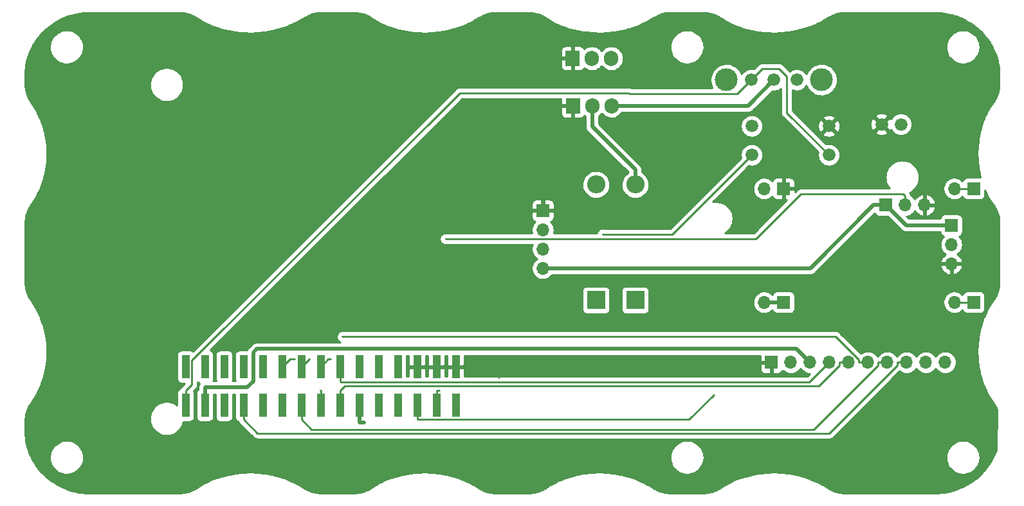
<source format=gbr>
G04 #@! TF.GenerationSoftware,KiCad,Pcbnew,5.99.0-unknown-da005bd2a6~101~ubuntu20.04.1*
G04 #@! TF.CreationDate,2021-02-28T21:44:41+09:00*
G04 #@! TF.ProjectId,M5_board_bGeigieRaku V1.9,4d355f62-6f61-4726-945f-624765696769,rev?*
G04 #@! TF.SameCoordinates,PX563e908PY447d14c*
G04 #@! TF.FileFunction,Copper,L1,Top*
G04 #@! TF.FilePolarity,Positive*
%FSLAX46Y46*%
G04 Gerber Fmt 4.6, Leading zero omitted, Abs format (unit mm)*
G04 Created by KiCad (PCBNEW 5.99.0-unknown-da005bd2a6~101~ubuntu20.04.1) date 2021-02-28 21:44:41*
%MOMM*%
%LPD*%
G01*
G04 APERTURE LIST*
G04 #@! TA.AperFunction,ComponentPad*
%ADD10C,1.676400*%
G04 #@! TD*
G04 #@! TA.AperFunction,SMDPad,CuDef*
%ADD11R,1.000000X3.150000*%
G04 #@! TD*
G04 #@! TA.AperFunction,ComponentPad*
%ADD12R,1.700000X1.700000*%
G04 #@! TD*
G04 #@! TA.AperFunction,ComponentPad*
%ADD13O,1.700000X1.700000*%
G04 #@! TD*
G04 #@! TA.AperFunction,ComponentPad*
%ADD14C,3.000000*%
G04 #@! TD*
G04 #@! TA.AperFunction,ComponentPad*
%ADD15R,2.400000X2.400000*%
G04 #@! TD*
G04 #@! TA.AperFunction,ComponentPad*
%ADD16O,2.400000X2.400000*%
G04 #@! TD*
G04 #@! TA.AperFunction,ComponentPad*
%ADD17R,1.905000X2.000000*%
G04 #@! TD*
G04 #@! TA.AperFunction,ComponentPad*
%ADD18O,1.905000X2.000000*%
G04 #@! TD*
G04 #@! TA.AperFunction,ViaPad*
%ADD19C,0.300000*%
G04 #@! TD*
G04 #@! TA.AperFunction,ViaPad*
%ADD20C,0.500000*%
G04 #@! TD*
G04 #@! TA.AperFunction,Conductor*
%ADD21C,0.250000*%
G04 #@! TD*
G04 #@! TA.AperFunction,Conductor*
%ADD22C,0.500000*%
G04 #@! TD*
G04 #@! TA.AperFunction,Conductor*
%ADD23C,0.254000*%
G04 #@! TD*
G04 APERTURE END LIST*
D10*
X90389200Y-10428500D03*
X100549200Y-10428500D03*
D11*
X51429200Y-42164500D03*
X51429200Y-47214500D03*
X48889200Y-42164500D03*
X48889200Y-47214500D03*
X46349200Y-42164500D03*
X46349200Y-47214500D03*
X43809200Y-42164500D03*
X43809200Y-47214500D03*
X41269200Y-42164500D03*
X41269200Y-47214500D03*
X38729200Y-42164500D03*
X38729200Y-47214500D03*
X36189200Y-42164500D03*
X36189200Y-47214500D03*
X33649200Y-42164500D03*
X33649200Y-47214500D03*
X31109200Y-42164500D03*
X31109200Y-47214500D03*
X28569200Y-42164500D03*
X28569200Y-47214500D03*
X26029200Y-42164500D03*
X26029200Y-47214500D03*
X23489200Y-42164500D03*
X23489200Y-47214500D03*
X20949200Y-42164500D03*
X20949200Y-47214500D03*
X18409200Y-42164500D03*
X18409200Y-47214500D03*
X15869200Y-42164500D03*
X15869200Y-47214500D03*
D12*
X119599200Y-33669500D03*
D13*
X117059200Y-33669500D03*
D12*
X62899200Y-21564500D03*
D13*
X62899200Y-24104500D03*
X62899200Y-26644500D03*
X62899200Y-29184500D03*
D10*
X96310200Y-4332500D03*
X93310200Y-4332500D03*
X90310200Y-4332500D03*
D14*
X99560200Y-4332500D03*
X87060200Y-4332500D03*
D10*
X110019200Y-10189500D03*
X107479200Y-10189500D03*
D12*
X119599200Y-18683500D03*
D13*
X117059200Y-18683500D03*
D12*
X92974200Y-41589500D03*
D13*
X95514200Y-41589500D03*
X98054200Y-41589500D03*
X100594200Y-41589500D03*
X103134200Y-41589500D03*
X105674200Y-41589500D03*
X108214200Y-41589500D03*
X110754200Y-41589500D03*
X113294200Y-41589500D03*
X115834200Y-41589500D03*
D10*
X100549200Y-14238500D03*
X90389200Y-14238500D03*
D12*
X116674200Y-23514500D03*
D13*
X116674200Y-26054500D03*
X116674200Y-28594500D03*
D15*
X75054200Y-33364500D03*
D16*
X75054200Y-18124500D03*
D12*
X94580200Y-18683500D03*
D13*
X92040200Y-18683500D03*
D12*
X94580200Y-33669500D03*
D13*
X92040200Y-33669500D03*
D15*
X69904200Y-33364500D03*
D16*
X69904200Y-18124500D03*
D12*
X108042200Y-20842500D03*
D13*
X110582200Y-20842500D03*
X113122200Y-20842500D03*
D17*
X66824200Y-1494500D03*
D18*
X69364200Y-1494500D03*
X71904200Y-1494500D03*
D17*
X66844200Y-7749500D03*
D18*
X69384200Y-7749500D03*
X71924200Y-7749500D03*
D19*
X57124200Y-43710700D03*
X33571000Y-45270600D03*
X34998600Y-41150900D03*
X49236700Y-45270600D03*
X70774900Y-24687400D03*
D20*
X39386600Y-49539800D03*
D19*
X50082300Y-25301800D03*
X30205900Y-41133000D03*
X36507200Y-38187800D03*
X32195800Y-41133000D03*
X85381000Y-45843700D03*
D21*
X94988500Y-8677800D02*
X94988500Y-3871600D01*
X51959200Y-6062500D02*
X16694500Y-41327200D01*
X100549200Y-14238500D02*
X94988500Y-8677800D01*
X16694500Y-44488900D02*
X15869200Y-45314200D01*
X15869200Y-47214500D02*
X15869200Y-45314200D01*
X74288700Y-6157900D02*
X74193300Y-6062500D01*
X93970800Y-2853900D02*
X91788800Y-2853900D01*
X16694500Y-41327200D02*
X16694500Y-44488900D01*
X94988500Y-3871600D02*
X93970800Y-2853900D01*
X88484800Y-6157900D02*
X74288700Y-6157900D01*
X74193300Y-6062500D02*
X51959200Y-6062500D01*
X91788800Y-2853900D02*
X90310200Y-4332500D01*
X90310200Y-4332500D02*
X88484800Y-6157900D01*
X33571000Y-45270600D02*
X33614600Y-45314200D01*
X33649200Y-47214500D02*
X33649200Y-45314200D01*
X33614600Y-45314200D02*
X33649200Y-45314200D01*
X34998600Y-41150900D02*
X34662800Y-41150900D01*
X34662800Y-41150900D02*
X33649200Y-42164500D01*
X48889200Y-47214500D02*
X48889200Y-45314200D01*
X90389200Y-14238500D02*
X79940300Y-24687400D01*
X49236700Y-45270600D02*
X49193100Y-45314200D01*
X79940300Y-24687400D02*
X70774900Y-24687400D01*
X49193100Y-45314200D02*
X48889200Y-45314200D01*
D22*
X98099900Y-29184500D02*
X62899200Y-29184500D01*
X110714200Y-23514500D02*
X116674200Y-23514500D01*
X108042200Y-20842500D02*
X106441900Y-20842500D01*
X38729200Y-47214500D02*
X38729200Y-49539800D01*
X38729200Y-49539800D02*
X39386600Y-49539800D01*
X108042200Y-20842500D02*
X110714200Y-23514500D01*
X106441900Y-20842500D02*
X98099900Y-29184500D01*
X23982500Y-44889200D02*
X18409200Y-44889200D01*
X96263500Y-39798800D02*
X25235400Y-39798800D01*
X25235400Y-39798800D02*
X24778800Y-40255400D01*
X98054200Y-41589500D02*
X96263500Y-39798800D01*
X24778800Y-44092900D02*
X23982500Y-44889200D01*
X24778800Y-40255400D02*
X24778800Y-44092900D01*
X18409200Y-47214500D02*
X18409200Y-44889200D01*
D21*
X100615800Y-50919900D02*
X25294300Y-50919900D01*
X109578900Y-41956800D02*
X100615800Y-50919900D01*
X109578900Y-41589500D02*
X109578900Y-41956800D01*
X110754200Y-41589500D02*
X109578900Y-41589500D01*
X23489200Y-47214500D02*
X23489200Y-49114800D01*
X25294300Y-50919900D02*
X23489200Y-49114800D01*
X96890100Y-19367100D02*
X110282100Y-19367100D01*
X90955400Y-25301800D02*
X96890100Y-19367100D01*
X50082300Y-25301800D02*
X90955400Y-25301800D01*
X30205900Y-41133000D02*
X29600700Y-41133000D01*
X110582200Y-20842500D02*
X110582200Y-19667200D01*
X29600700Y-41133000D02*
X28569200Y-42164500D01*
X110282100Y-19367100D02*
X110582200Y-19667200D01*
X31109200Y-47214500D02*
X31109200Y-49114800D01*
X107038900Y-41956800D02*
X98579800Y-50415900D01*
X98579800Y-50415900D02*
X32410300Y-50415900D01*
X32410300Y-50415900D02*
X31109200Y-49114800D01*
X107038900Y-41589500D02*
X107038900Y-41956800D01*
X108214200Y-41589500D02*
X107038900Y-41589500D01*
X105674200Y-41589500D02*
X104498900Y-41589500D01*
X104498900Y-41222200D02*
X101464500Y-38187800D01*
X101464500Y-38187800D02*
X36507200Y-38187800D01*
X32140700Y-41133000D02*
X31109200Y-42164500D01*
X104498900Y-41589500D02*
X104498900Y-41222200D01*
X32195800Y-41133000D02*
X32140700Y-41133000D01*
X103134200Y-41589500D02*
X101958900Y-41589500D01*
X36189200Y-47214500D02*
X36189200Y-45314200D01*
X36800200Y-44703200D02*
X36189200Y-45314200D01*
X101958900Y-41956800D02*
X99212500Y-44703200D01*
X99212500Y-44703200D02*
X36800200Y-44703200D01*
X101958900Y-41589500D02*
X101958900Y-41956800D01*
X100594200Y-41589500D02*
X97984500Y-44199200D01*
X36323600Y-44199200D02*
X36189200Y-44064800D01*
X36189200Y-42164500D02*
X36189200Y-44064800D01*
X97984500Y-44199200D02*
X36323600Y-44199200D01*
D22*
X92040200Y-33669500D02*
X94580200Y-33669500D01*
X71924200Y-7749500D02*
X89893200Y-7749500D01*
X89893200Y-7749500D02*
X93310200Y-4332500D01*
D21*
X46349200Y-47214500D02*
X46349200Y-49114800D01*
X85381000Y-45843700D02*
X82109900Y-49114800D01*
X82109900Y-49114800D02*
X46349200Y-49114800D01*
X117059200Y-18683500D02*
X119599200Y-18683500D01*
X117059200Y-33669500D02*
X119599200Y-33669500D01*
D22*
X69384200Y-7749500D02*
X69384200Y-10504200D01*
X69384200Y-10504200D02*
X75054200Y-16174200D01*
X75054200Y-18124500D02*
X75054200Y-16174200D01*
D23*
X15312834Y4508069D02*
X15443060Y4495504D01*
X15567958Y4479566D01*
X15567962Y4479565D01*
X15572794Y4478949D01*
X15656241Y4465695D01*
X15701933Y4458438D01*
X15789013Y4441876D01*
X15830401Y4434004D01*
X15924575Y4413114D01*
X15958031Y4405693D01*
X16084747Y4373531D01*
X16210240Y4337611D01*
X16334589Y4297917D01*
X16427306Y4265202D01*
X16427306Y4265201D01*
X16457467Y4254558D01*
X16578907Y4207529D01*
X16594654Y4200874D01*
X16698624Y4156935D01*
X16816601Y4102786D01*
X16917691Y4052589D01*
X16932624Y4045174D01*
X17046682Y3984092D01*
X17157025Y3920524D01*
X17901262Y3454877D01*
X17913781Y3445753D01*
X17930329Y3435548D01*
X17940621Y3430250D01*
X17947698Y3425823D01*
X17963510Y3417431D01*
X17977969Y3411028D01*
X18752043Y3012624D01*
X18764552Y3004972D01*
X18781874Y2996135D01*
X18793415Y2991331D01*
X18801650Y2987092D01*
X18818115Y2980049D01*
X18832318Y2975135D01*
X19179832Y2830465D01*
X19544057Y2678838D01*
X19633753Y2641497D01*
X19646108Y2635207D01*
X19664065Y2627748D01*
X19676791Y2623581D01*
X19686173Y2619675D01*
X19703161Y2613982D01*
X19716976Y2610422D01*
X20251095Y2435518D01*
X20541003Y2340584D01*
X20553101Y2335533D01*
X20571566Y2329449D01*
X20585362Y2326057D01*
X20595826Y2322631D01*
X20613201Y2318282D01*
X20626537Y2315935D01*
X21468503Y2108955D01*
X21480311Y2105010D01*
X21499173Y2100291D01*
X21513920Y2097791D01*
X21525301Y2094993D01*
X21542951Y2091964D01*
X21555807Y2090690D01*
X22411121Y1945681D01*
X22422638Y1942726D01*
X22441785Y1939360D01*
X22457279Y1937856D01*
X22469437Y1935795D01*
X22487260Y1934064D01*
X22499623Y1933746D01*
X22881409Y1896692D01*
X23363781Y1849875D01*
X23375047Y1847807D01*
X23394387Y1845783D01*
X23410415Y1845350D01*
X23423154Y1844113D01*
X23441062Y1843653D01*
X23453010Y1844197D01*
X23589772Y1840497D01*
X24321489Y1820699D01*
X24332571Y1819443D01*
X24352005Y1818750D01*
X24368355Y1819431D01*
X24381477Y1819076D01*
X24399364Y1819865D01*
X24410944Y1821205D01*
X25279317Y1857375D01*
X25290302Y1856884D01*
X25309734Y1857517D01*
X25326149Y1859327D01*
X25339444Y1859880D01*
X25357245Y1861896D01*
X25368556Y1864000D01*
X26232339Y1959201D01*
X26243311Y1959458D01*
X26262654Y1961411D01*
X26278922Y1964336D01*
X26292164Y1965795D01*
X26309785Y1969018D01*
X26320926Y1971887D01*
X27175623Y2125537D01*
X27186694Y2126558D01*
X27205862Y2129832D01*
X27221759Y2133831D01*
X27234727Y2136162D01*
X27252082Y2140575D01*
X27263124Y2144236D01*
X28104304Y2355826D01*
X28115543Y2357656D01*
X28134437Y2362253D01*
X28149728Y2367251D01*
X28162218Y2370393D01*
X28179228Y2375984D01*
X28190241Y2380493D01*
X29013402Y2649566D01*
X29024893Y2652286D01*
X29043411Y2658210D01*
X29057886Y2664107D01*
X29069698Y2667968D01*
X29086285Y2674729D01*
X29097319Y2680171D01*
X29522711Y2853469D01*
X29897933Y3006328D01*
X29909717Y3010041D01*
X29927755Y3017297D01*
X29941230Y3023968D01*
X29952184Y3028430D01*
X29968253Y3036351D01*
X29979326Y3042826D01*
X30752820Y3425725D01*
X30764919Y3430562D01*
X30782364Y3439152D01*
X30794689Y3446453D01*
X30804623Y3451370D01*
X30820067Y3460434D01*
X30831166Y3468058D01*
X31332378Y3764937D01*
X31573578Y3907805D01*
X31590076Y3916140D01*
X31810332Y4027416D01*
X32063123Y4144988D01*
X32185396Y4197528D01*
X32310258Y4247887D01*
X32435081Y4294688D01*
X32542640Y4331749D01*
X32559731Y4337638D01*
X32615012Y4354903D01*
X32684148Y4376495D01*
X32808270Y4411019D01*
X32932028Y4440985D01*
X33055456Y4466203D01*
X33117063Y4476351D01*
X33178504Y4486471D01*
X33301273Y4501612D01*
X33417688Y4510951D01*
X33417691Y4510951D01*
X33423729Y4511436D01*
X33549586Y4515890D01*
X38176805Y4515890D01*
X38296456Y4508069D01*
X38426680Y4495504D01*
X38556413Y4478949D01*
X38685555Y4458438D01*
X38772634Y4441876D01*
X38814022Y4434004D01*
X38908196Y4413114D01*
X38941652Y4405693D01*
X39068368Y4373531D01*
X39193861Y4337611D01*
X39238479Y4323368D01*
X39318190Y4297923D01*
X39328067Y4294438D01*
X39441121Y4254546D01*
X39562503Y4207540D01*
X39682239Y4156938D01*
X39800248Y4102774D01*
X39916259Y4045167D01*
X40030280Y3984106D01*
X40140652Y3920519D01*
X40884881Y3454877D01*
X40897400Y3445753D01*
X40913948Y3435548D01*
X40924240Y3430250D01*
X40931317Y3425823D01*
X40947129Y3417431D01*
X40961588Y3411028D01*
X41735662Y3012624D01*
X41748171Y3004972D01*
X41765493Y2996135D01*
X41777034Y2991331D01*
X41785269Y2987092D01*
X41801734Y2980049D01*
X41815937Y2975135D01*
X42163451Y2830465D01*
X42527676Y2678838D01*
X42617372Y2641497D01*
X42629727Y2635207D01*
X42647684Y2627748D01*
X42660410Y2623581D01*
X42669792Y2619675D01*
X42686778Y2613983D01*
X42700586Y2610425D01*
X43430280Y2371477D01*
X43524621Y2340584D01*
X43536719Y2335533D01*
X43555184Y2329449D01*
X43568980Y2326057D01*
X43579444Y2322631D01*
X43596819Y2318282D01*
X43610155Y2315935D01*
X44452121Y2108955D01*
X44463929Y2105010D01*
X44482791Y2100291D01*
X44497538Y2097791D01*
X44508919Y2094993D01*
X44526569Y2091964D01*
X44539425Y2090690D01*
X45394739Y1945681D01*
X45406256Y1942726D01*
X45425403Y1939360D01*
X45440897Y1937856D01*
X45453055Y1935795D01*
X45470878Y1934064D01*
X45483241Y1933746D01*
X45865036Y1896691D01*
X46347398Y1849875D01*
X46358664Y1847807D01*
X46378004Y1845783D01*
X46394032Y1845350D01*
X46406771Y1844113D01*
X46424679Y1843653D01*
X46436627Y1844197D01*
X46573389Y1840497D01*
X47305106Y1820699D01*
X47316188Y1819443D01*
X47335622Y1818750D01*
X47351972Y1819431D01*
X47365094Y1819076D01*
X47382981Y1819865D01*
X47394561Y1821205D01*
X48262934Y1857375D01*
X48273919Y1856884D01*
X48293351Y1857517D01*
X48309766Y1859327D01*
X48323061Y1859880D01*
X48340862Y1861896D01*
X48352173Y1864000D01*
X49215956Y1959201D01*
X49226928Y1959458D01*
X49246271Y1961411D01*
X49262539Y1964336D01*
X49275781Y1965795D01*
X49293402Y1969018D01*
X49304543Y1971887D01*
X50159240Y2125537D01*
X50170311Y2126558D01*
X50189479Y2129832D01*
X50205376Y2133831D01*
X50218344Y2136162D01*
X50235699Y2140575D01*
X50246738Y2144235D01*
X51087923Y2355826D01*
X51099159Y2357656D01*
X51118055Y2362254D01*
X51133342Y2367251D01*
X51145833Y2370393D01*
X51162851Y2375987D01*
X51173858Y2380495D01*
X51997016Y2649566D01*
X52008509Y2652286D01*
X52027026Y2658210D01*
X52041501Y2664107D01*
X52053313Y2667968D01*
X52069900Y2674729D01*
X52080934Y2680171D01*
X52881546Y3006328D01*
X52893331Y3010041D01*
X52911364Y3017295D01*
X52924846Y3023968D01*
X52935804Y3028433D01*
X52951861Y3036348D01*
X52962938Y3042824D01*
X53587797Y3352147D01*
X53736438Y3425728D01*
X53748531Y3430562D01*
X53765977Y3439152D01*
X53778302Y3446453D01*
X53788236Y3451370D01*
X53803685Y3460438D01*
X53814775Y3468057D01*
X53941613Y3543185D01*
X54557189Y3907803D01*
X54793914Y4027399D01*
X54968311Y4108511D01*
X55046717Y4144977D01*
X55168977Y4197514D01*
X55293904Y4247898D01*
X55373777Y4277845D01*
X55418711Y4294692D01*
X55543346Y4337638D01*
X55667749Y4376489D01*
X55791897Y4411020D01*
X55915668Y4440990D01*
X55961428Y4450340D01*
X55961428Y4450339D01*
X56039076Y4466204D01*
X56162140Y4486473D01*
X56284890Y4501611D01*
X56385328Y4509670D01*
X56385328Y4509669D01*
X56407357Y4511436D01*
X56533203Y4515890D01*
X61160424Y4515890D01*
X61280073Y4508069D01*
X61410299Y4495504D01*
X61540030Y4478949D01*
X61669172Y4458438D01*
X61797654Y4434001D01*
X61882442Y4415193D01*
X61925282Y4405690D01*
X62051985Y4373531D01*
X62177478Y4337611D01*
X62301827Y4297917D01*
X62413893Y4258374D01*
X62424703Y4254559D01*
X62546102Y4207546D01*
X62665882Y4156926D01*
X62783844Y4102783D01*
X62899873Y4045167D01*
X63013912Y3984095D01*
X63025246Y3977567D01*
X63124358Y3920470D01*
X63868498Y3454884D01*
X63881029Y3445751D01*
X63897575Y3435548D01*
X63907876Y3430246D01*
X63914944Y3425824D01*
X63930762Y3417429D01*
X63945208Y3411033D01*
X64719286Y3012625D01*
X64731803Y3004969D01*
X64749120Y2996136D01*
X64760641Y2991340D01*
X64768898Y2987090D01*
X64785360Y2980048D01*
X64799579Y2975129D01*
X65110372Y2845745D01*
X65601005Y2641493D01*
X65613358Y2635204D01*
X65631311Y2627747D01*
X65644029Y2623582D01*
X65653422Y2619672D01*
X65670403Y2613981D01*
X65684243Y2610414D01*
X66063661Y2486169D01*
X66508233Y2340588D01*
X66520342Y2335532D01*
X66538814Y2329446D01*
X66552619Y2326052D01*
X66563070Y2322630D01*
X66580441Y2318281D01*
X66593776Y2315934D01*
X67435757Y2108950D01*
X67447562Y2105007D01*
X67466420Y2100289D01*
X67481160Y2097790D01*
X67492550Y2094990D01*
X67510201Y2091961D01*
X67523056Y2090687D01*
X68145831Y1985102D01*
X68378363Y1945679D01*
X68389883Y1942722D01*
X68409033Y1939356D01*
X68424523Y1937853D01*
X68436683Y1935791D01*
X68454508Y1934060D01*
X68466872Y1933742D01*
X68621985Y1918688D01*
X69331022Y1849870D01*
X69342297Y1847801D01*
X69361634Y1845778D01*
X69377664Y1845345D01*
X69390402Y1844108D01*
X69408310Y1843648D01*
X69420257Y1844192D01*
X69596624Y1839420D01*
X70288737Y1820693D01*
X70299820Y1819437D01*
X70319253Y1818744D01*
X70335603Y1819425D01*
X70348724Y1819070D01*
X70366611Y1819859D01*
X70378191Y1821199D01*
X70587587Y1829921D01*
X71246563Y1857369D01*
X71257540Y1856878D01*
X71276976Y1857510D01*
X71293398Y1859320D01*
X71306700Y1859874D01*
X71324492Y1861889D01*
X71335814Y1863995D01*
X72199587Y1959194D01*
X72210559Y1959451D01*
X72229902Y1961404D01*
X72246170Y1964329D01*
X72259412Y1965788D01*
X72277033Y1969011D01*
X72288170Y1971879D01*
X72772291Y2058910D01*
X73142877Y2125531D01*
X73153949Y2126552D01*
X73173114Y2129826D01*
X73189012Y2133825D01*
X73201973Y2136155D01*
X73219328Y2140567D01*
X73230380Y2144231D01*
X73967364Y2329613D01*
X74071529Y2355815D01*
X74082795Y2357650D01*
X74101685Y2362247D01*
X74116985Y2367248D01*
X74129467Y2370388D01*
X74146481Y2375981D01*
X74157480Y2380485D01*
X74209178Y2397384D01*
X74980649Y2649561D01*
X74992142Y2652281D01*
X75010659Y2658205D01*
X75025134Y2664102D01*
X75036946Y2667963D01*
X75053533Y2674724D01*
X75064567Y2680166D01*
X75865180Y3006323D01*
X75876962Y3010035D01*
X75895000Y3017290D01*
X75908486Y3023966D01*
X75919439Y3028428D01*
X75935500Y3036346D01*
X75946575Y3042822D01*
X76720078Y3425729D01*
X76732169Y3430562D01*
X76749611Y3439149D01*
X76761936Y3446449D01*
X76771876Y3451370D01*
X76787320Y3460435D01*
X76798428Y3468065D01*
X77540866Y3907830D01*
X77555870Y3915410D01*
X77555871Y3915411D01*
X77777537Y4027399D01*
X78030363Y4144988D01*
X78152636Y4197528D01*
X78277508Y4247891D01*
X78402342Y4294695D01*
X78526970Y4337638D01*
X78651373Y4376489D01*
X78775514Y4411019D01*
X78899258Y4440982D01*
X79022698Y4466203D01*
X79118982Y4482062D01*
X79145745Y4486470D01*
X79268518Y4501612D01*
X79371796Y4509898D01*
X79371796Y4509897D01*
X79390984Y4511436D01*
X79453607Y4513652D01*
X79453609Y4513652D01*
X79516827Y4515890D01*
X84144044Y4515890D01*
X84263693Y4508069D01*
X84393919Y4495504D01*
X84501882Y4481727D01*
X84523634Y4478951D01*
X84617626Y4464023D01*
X84652801Y4458436D01*
X84739871Y4441876D01*
X84781259Y4434004D01*
X84875433Y4413114D01*
X84908889Y4405693D01*
X85035605Y4373531D01*
X85161098Y4337611D01*
X85285447Y4297917D01*
X85397513Y4258374D01*
X85408334Y4254555D01*
X85460372Y4234403D01*
X85529719Y4207547D01*
X85552850Y4197772D01*
X85649481Y4156935D01*
X85767471Y4102780D01*
X85883480Y4045174D01*
X85997519Y3984102D01*
X86019554Y3971409D01*
X86019554Y3971410D01*
X86107955Y3920484D01*
X86571943Y3630181D01*
X86852127Y3454879D01*
X86864648Y3445753D01*
X86881196Y3435548D01*
X86891488Y3430250D01*
X86898565Y3425823D01*
X86914379Y3417430D01*
X86928831Y3411031D01*
X87476880Y3128958D01*
X87702904Y3012627D01*
X87715424Y3004969D01*
X87732741Y2996135D01*
X87744282Y2991330D01*
X87752517Y2987092D01*
X87768982Y2980049D01*
X87783191Y2975133D01*
X88584621Y2641497D01*
X88596976Y2635207D01*
X88614933Y2627748D01*
X88627659Y2623581D01*
X88637041Y2619675D01*
X88654022Y2613984D01*
X88667847Y2610421D01*
X89047287Y2486169D01*
X89491868Y2340585D01*
X89503969Y2335533D01*
X89522434Y2329449D01*
X89536230Y2326057D01*
X89546694Y2322631D01*
X89564066Y2318282D01*
X89577409Y2315934D01*
X90419372Y2108955D01*
X90431180Y2105010D01*
X90450045Y2100290D01*
X90464798Y2097789D01*
X90476167Y2094994D01*
X90493820Y2091965D01*
X90506662Y2090692D01*
X91094751Y1990989D01*
X91361991Y1945682D01*
X91373504Y1942727D01*
X91392655Y1939360D01*
X91408149Y1937856D01*
X91420307Y1935795D01*
X91438130Y1934064D01*
X91450493Y1933746D01*
X91832279Y1896692D01*
X92314651Y1849875D01*
X92325917Y1847807D01*
X92345257Y1845783D01*
X92361285Y1845350D01*
X92374024Y1844113D01*
X92391932Y1843653D01*
X92403880Y1844197D01*
X92541319Y1840479D01*
X93272359Y1820699D01*
X93283442Y1819443D01*
X93302876Y1818750D01*
X93319226Y1819431D01*
X93332348Y1819076D01*
X93350235Y1819865D01*
X93361815Y1821205D01*
X94230189Y1857375D01*
X94241174Y1856884D01*
X94260606Y1857517D01*
X94277021Y1859327D01*
X94290316Y1859880D01*
X94308117Y1861896D01*
X94319428Y1864000D01*
X95183210Y1959201D01*
X95194182Y1959458D01*
X95213525Y1961411D01*
X95229793Y1964336D01*
X95243035Y1965795D01*
X95260656Y1969018D01*
X95271793Y1971886D01*
X96126495Y2125537D01*
X96137566Y2126558D01*
X96156734Y2129832D01*
X96172631Y2133831D01*
X96185599Y2136162D01*
X96202954Y2140575D01*
X96213993Y2144235D01*
X97055178Y2355826D01*
X97066414Y2357656D01*
X97085310Y2362254D01*
X97100597Y2367251D01*
X97113088Y2370393D01*
X97130106Y2375987D01*
X97141113Y2380495D01*
X97964271Y2649566D01*
X97975764Y2652286D01*
X97994281Y2658210D01*
X98008756Y2664107D01*
X98020568Y2667968D01*
X98037155Y2674729D01*
X98048189Y2680171D01*
X98848802Y3006328D01*
X98860587Y3010041D01*
X98878620Y3017295D01*
X98892102Y3023968D01*
X98903060Y3028433D01*
X98919121Y3036350D01*
X98930198Y3042827D01*
X99703695Y3425728D01*
X99715787Y3430562D01*
X99733233Y3439152D01*
X99745558Y3446453D01*
X99755492Y3451370D01*
X99770941Y3460438D01*
X99782031Y3468057D01*
X99927742Y3554364D01*
X100524442Y3907803D01*
X100664583Y3978602D01*
X100761192Y4027408D01*
X101013988Y4144980D01*
X101136235Y4197509D01*
X101261142Y4247887D01*
X101385965Y4294686D01*
X101437340Y4312389D01*
X101510625Y4337641D01*
X101548854Y4349580D01*
X101635030Y4376493D01*
X101759106Y4411005D01*
X101882916Y4440985D01*
X102006341Y4466203D01*
X102060822Y4475177D01*
X102129402Y4486473D01*
X102185582Y4493403D01*
X102185582Y4493402D01*
X102252150Y4501611D01*
X102374592Y4511434D01*
X102500457Y4515890D01*
X114486269Y4515783D01*
X114918693Y4512952D01*
X115332695Y4487809D01*
X115743068Y4440850D01*
X116149178Y4372668D01*
X116550354Y4283859D01*
X116761096Y4225876D01*
X116945952Y4175014D01*
X117183237Y4096829D01*
X117335266Y4046734D01*
X117655400Y3923559D01*
X117717589Y3899631D01*
X118092184Y3734330D01*
X118458356Y3551446D01*
X118815308Y3351655D01*
X119148970Y3143914D01*
X119162376Y3135568D01*
X119356409Y3001929D01*
X119498750Y2903893D01*
X119523017Y2885478D01*
X119823711Y2657296D01*
X119949796Y2552163D01*
X120136498Y2396484D01*
X120303871Y2243377D01*
X120436393Y2122150D01*
X120722699Y1834973D01*
X120994637Y1535728D01*
X121251527Y1225112D01*
X121492673Y903857D01*
X121717374Y572715D01*
X121847907Y358734D01*
X121924983Y232384D01*
X121973333Y143561D01*
X122114862Y-116440D01*
X122286327Y-472952D01*
X122364600Y-659598D01*
X122438791Y-836514D01*
X122560377Y-1175059D01*
X122571638Y-1206414D01*
X122636408Y-1422379D01*
X122684274Y-1581983D01*
X122734961Y-1792031D01*
X122776116Y-1962583D01*
X122846593Y-2347637D01*
X122895116Y-2736511D01*
X122921104Y-3128698D01*
X122924151Y-3550975D01*
X122924151Y-5236499D01*
X122916276Y-5347167D01*
X122903433Y-5469352D01*
X122902715Y-5474519D01*
X122902716Y-5474519D01*
X122886502Y-5591126D01*
X122881103Y-5622325D01*
X122881104Y-5622325D01*
X122865499Y-5712492D01*
X122853359Y-5771062D01*
X122840461Y-5833287D01*
X122826859Y-5889553D01*
X122811450Y-5953294D01*
X122778461Y-6072552D01*
X122741575Y-6190791D01*
X122700816Y-6307944D01*
X122656215Y-6423918D01*
X122615411Y-6520592D01*
X122615410Y-6520592D01*
X122607832Y-6538544D01*
X122555730Y-6651667D01*
X122548631Y-6665858D01*
X122499902Y-6763270D01*
X122440432Y-6873156D01*
X122377364Y-6981212D01*
X122333147Y-7051642D01*
X122333148Y-7051642D01*
X122315239Y-7080167D01*
X122085649Y-7402029D01*
X122083374Y-7404564D01*
X122071540Y-7419998D01*
X122058128Y-7440608D01*
X122045722Y-7458001D01*
X122036386Y-7473282D01*
X122034522Y-7476886D01*
X122009848Y-7514804D01*
X121822129Y-7803283D01*
X121816221Y-7810769D01*
X121805391Y-7826911D01*
X121796496Y-7842675D01*
X121788378Y-7855151D01*
X121779705Y-7870813D01*
X121775458Y-7879960D01*
X121695409Y-8021832D01*
X121360276Y-8615791D01*
X121351875Y-8628464D01*
X121342414Y-8645452D01*
X121337453Y-8656243D01*
X121333198Y-8663784D01*
X121325529Y-8679964D01*
X121319883Y-8694458D01*
X121022732Y-9340789D01*
X120966002Y-9464182D01*
X120958887Y-9477071D01*
X120950832Y-9494768D01*
X120946572Y-9506441D01*
X120942723Y-9514814D01*
X120936419Y-9531572D01*
X120932121Y-9546044D01*
X120643022Y-10338311D01*
X120637136Y-10351322D01*
X120630512Y-10369603D01*
X120627063Y-10382047D01*
X120623736Y-10391164D01*
X120618809Y-10408379D01*
X120615782Y-10422746D01*
X120391216Y-11232938D01*
X120386486Y-11246034D01*
X120381312Y-11264772D01*
X120378765Y-11277859D01*
X120376066Y-11287599D01*
X120372522Y-11305146D01*
X120370690Y-11319360D01*
X120210445Y-12142954D01*
X120206815Y-12156102D01*
X120203102Y-12175186D01*
X120201539Y-12188729D01*
X120199550Y-12198951D01*
X120197388Y-12216731D01*
X120196688Y-12230762D01*
X120183033Y-12349069D01*
X120100602Y-13063263D01*
X120098021Y-13076490D01*
X120095781Y-13095802D01*
X120095253Y-13109611D01*
X120094038Y-13120135D01*
X120093254Y-13138028D01*
X120093634Y-13151919D01*
X120061614Y-13988864D01*
X120060059Y-14002181D01*
X120059301Y-14021612D01*
X120059832Y-14035481D01*
X120059424Y-14046133D01*
X120060013Y-14064032D01*
X120061449Y-14077793D01*
X120093464Y-14914746D01*
X120092931Y-14928200D01*
X120093663Y-14947629D01*
X120095246Y-14961351D01*
X120095652Y-14971949D01*
X120097607Y-14989751D01*
X120100102Y-15003425D01*
X120107741Y-15069616D01*
X120196178Y-15835914D01*
X120196693Y-15849551D01*
X120198922Y-15868863D01*
X120201526Y-15882245D01*
X120202719Y-15892585D01*
X120206031Y-15910185D01*
X120209607Y-15923784D01*
X120351166Y-16651355D01*
X120369849Y-16747381D01*
X120371458Y-16761201D01*
X120375189Y-16780279D01*
X120378749Y-16793124D01*
X120380680Y-16803048D01*
X120385341Y-16820338D01*
X120390043Y-16833869D01*
X120491173Y-17198739D01*
X120467131Y-17195282D01*
X120449200Y-17194000D01*
X118749200Y-17194000D01*
X118740211Y-17194321D01*
X118667132Y-17199548D01*
X118640623Y-17204331D01*
X118500386Y-17245508D01*
X118467763Y-17260406D01*
X118344808Y-17339425D01*
X118317705Y-17362910D01*
X118221992Y-17473368D01*
X118202602Y-17503539D01*
X118141886Y-17636488D01*
X118134898Y-17660286D01*
X118053852Y-17575327D01*
X118037895Y-17561210D01*
X117852917Y-17423582D01*
X117834809Y-17412354D01*
X117629287Y-17307861D01*
X117609546Y-17299846D01*
X117389356Y-17231475D01*
X117368547Y-17226899D01*
X117139985Y-17196606D01*
X117118703Y-17195603D01*
X116888304Y-17204252D01*
X116867157Y-17206848D01*
X116641510Y-17254194D01*
X116621103Y-17260317D01*
X116406659Y-17345005D01*
X116387574Y-17354478D01*
X116190465Y-17474087D01*
X116173251Y-17486640D01*
X115999112Y-17637749D01*
X115984258Y-17653024D01*
X115838070Y-17831314D01*
X115826002Y-17848873D01*
X115711943Y-18049245D01*
X115703006Y-18068586D01*
X115624339Y-18285311D01*
X115618789Y-18305881D01*
X115577762Y-18532762D01*
X115575757Y-18553974D01*
X115573544Y-18784524D01*
X115575141Y-18805770D01*
X115611805Y-19033398D01*
X115616960Y-19054070D01*
X115691452Y-19272265D01*
X115700016Y-19291775D01*
X115810207Y-19494299D01*
X115821935Y-19512086D01*
X115964674Y-19693150D01*
X115979232Y-19708706D01*
X116150437Y-19863131D01*
X116167408Y-19876013D01*
X116362185Y-19999383D01*
X116381083Y-20009221D01*
X116593861Y-20098010D01*
X116614147Y-20104523D01*
X116838844Y-20156192D01*
X116859938Y-20159194D01*
X117090128Y-20172265D01*
X117111425Y-20171670D01*
X117340527Y-20145770D01*
X117361420Y-20141596D01*
X117582882Y-20077465D01*
X117602773Y-20069829D01*
X117810263Y-19969301D01*
X117828583Y-19958423D01*
X118016169Y-19824371D01*
X118032394Y-19810563D01*
X118138172Y-19703859D01*
X118161208Y-19782314D01*
X118176106Y-19814937D01*
X118255125Y-19937892D01*
X118278610Y-19964995D01*
X118389068Y-20060708D01*
X118419239Y-20080098D01*
X118552188Y-20140814D01*
X118586599Y-20150918D01*
X118731269Y-20171718D01*
X118749200Y-20173000D01*
X120449200Y-20173000D01*
X120458189Y-20172679D01*
X120531268Y-20167452D01*
X120557777Y-20162669D01*
X120698014Y-20121492D01*
X120730637Y-20106594D01*
X120853592Y-20027575D01*
X120880695Y-20004090D01*
X120976408Y-19893632D01*
X120995798Y-19863461D01*
X121056514Y-19730512D01*
X121066618Y-19696101D01*
X121087418Y-19551431D01*
X121088700Y-19533500D01*
X121088700Y-18873763D01*
X121318027Y-19372578D01*
X121323376Y-19386821D01*
X121331594Y-19404440D01*
X121337436Y-19414794D01*
X121341050Y-19422655D01*
X121349668Y-19438353D01*
X121358105Y-19451424D01*
X121773386Y-20187442D01*
X121777294Y-20196136D01*
X121786610Y-20213203D01*
X121796479Y-20228370D01*
X121803795Y-20241336D01*
X121813684Y-20256272D01*
X121819834Y-20264263D01*
X122032280Y-20590749D01*
X122033805Y-20593788D01*
X122043843Y-20610445D01*
X122058131Y-20630476D01*
X122069773Y-20648367D01*
X122080580Y-20662644D01*
X122083252Y-20665696D01*
X122308132Y-20980997D01*
X122309554Y-20983467D01*
X122433584Y-21198931D01*
X122477606Y-21280024D01*
X122496287Y-21314438D01*
X122534252Y-21387881D01*
X122557011Y-21431909D01*
X122614230Y-21549135D01*
X122667593Y-21666037D01*
X122716705Y-21782388D01*
X122761262Y-21898110D01*
X122800954Y-22013038D01*
X122835522Y-22127080D01*
X122864742Y-22240187D01*
X122877886Y-22302449D01*
X122888400Y-22352251D01*
X122906340Y-22463384D01*
X122913760Y-22531244D01*
X122913759Y-22531244D01*
X122918387Y-22573571D01*
X122921732Y-22634514D01*
X122924397Y-22683056D01*
X122924214Y-22772930D01*
X122924136Y-22773935D01*
X122924136Y-22819255D01*
X122924085Y-22845762D01*
X122924136Y-22846497D01*
X122924136Y-31361199D01*
X122923082Y-31376013D01*
X122916261Y-31471860D01*
X122903419Y-31594053D01*
X122886482Y-31715864D01*
X122865480Y-31837212D01*
X122859435Y-31866376D01*
X122859436Y-31866376D01*
X122840451Y-31957964D01*
X122811424Y-32078033D01*
X122795763Y-32134647D01*
X122778454Y-32197217D01*
X122754593Y-32273702D01*
X122741560Y-32315480D01*
X122715626Y-32390019D01*
X122700793Y-32432653D01*
X122676180Y-32496653D01*
X122656207Y-32548588D01*
X122652579Y-32557183D01*
X122652578Y-32557186D01*
X122615900Y-32644082D01*
X122607820Y-32663224D01*
X122557421Y-32772644D01*
X122557422Y-32772644D01*
X122555696Y-32776390D01*
X122499882Y-32887965D01*
X122465998Y-32950575D01*
X122440412Y-32997851D01*
X122377328Y-33105933D01*
X122355802Y-33140219D01*
X122315212Y-33204868D01*
X122085610Y-33526751D01*
X122083335Y-33529286D01*
X122071509Y-33544713D01*
X122058109Y-33565306D01*
X122045691Y-33582715D01*
X122036354Y-33597996D01*
X122034484Y-33601612D01*
X121822102Y-33927999D01*
X121816196Y-33935481D01*
X121805364Y-33951626D01*
X121796471Y-33967387D01*
X121788349Y-33979869D01*
X121779674Y-33995534D01*
X121775423Y-34004692D01*
X121360264Y-34740488D01*
X121351853Y-34753176D01*
X121342392Y-34770163D01*
X121337426Y-34780963D01*
X121333173Y-34788502D01*
X121325505Y-34804682D01*
X121319863Y-34819165D01*
X120965981Y-35588896D01*
X120958867Y-35601785D01*
X120950811Y-35619486D01*
X120946555Y-35631151D01*
X120942705Y-35639524D01*
X120936400Y-35656283D01*
X120932099Y-35670763D01*
X120643009Y-36463013D01*
X120637117Y-36476038D01*
X120630495Y-36494315D01*
X120627041Y-36506775D01*
X120623719Y-36515880D01*
X120618792Y-36533095D01*
X120615769Y-36547442D01*
X120391202Y-37357652D01*
X120386473Y-37370743D01*
X120381298Y-37389484D01*
X120378751Y-37402571D01*
X120376052Y-37412311D01*
X120372508Y-37429862D01*
X120370678Y-37444063D01*
X120210433Y-38267656D01*
X120206801Y-38280812D01*
X120203088Y-38299896D01*
X120201523Y-38313451D01*
X120199537Y-38323661D01*
X120197375Y-38341434D01*
X120196673Y-38355478D01*
X120100591Y-39187969D01*
X120098010Y-39201198D01*
X120095770Y-39220509D01*
X120095242Y-39234320D01*
X120094027Y-39244844D01*
X120093243Y-39262736D01*
X120093623Y-39276628D01*
X120065583Y-40009585D01*
X120061605Y-40113565D01*
X120060049Y-40126892D01*
X120059291Y-40146319D01*
X120059822Y-40160188D01*
X120059414Y-40170840D01*
X120060003Y-40188740D01*
X120061439Y-40202501D01*
X120093453Y-41039451D01*
X120092920Y-41052905D01*
X120093652Y-41072334D01*
X120095235Y-41086056D01*
X120095641Y-41096654D01*
X120097596Y-41114456D01*
X120100091Y-41128128D01*
X120125691Y-41349946D01*
X120196168Y-41960622D01*
X120196682Y-41974254D01*
X120198912Y-41993569D01*
X120201512Y-42006932D01*
X120202707Y-42017287D01*
X120206020Y-42034890D01*
X120209597Y-42048493D01*
X120360287Y-42823003D01*
X120369834Y-42872071D01*
X120371444Y-42885903D01*
X120375177Y-42904987D01*
X120378738Y-42917834D01*
X120380666Y-42927745D01*
X120385326Y-42945037D01*
X120390031Y-42958580D01*
X120614583Y-43768758D01*
X120617360Y-43782785D01*
X120622595Y-43801507D01*
X120627024Y-43813646D01*
X120629615Y-43822993D01*
X120635611Y-43839863D01*
X120641497Y-43853310D01*
X120930590Y-44645583D01*
X120934605Y-44659736D01*
X120941338Y-44677975D01*
X120946530Y-44689268D01*
X120949689Y-44697926D01*
X120957005Y-44714264D01*
X120964143Y-44727579D01*
X121318001Y-45497276D01*
X121323353Y-45511528D01*
X121331572Y-45529148D01*
X121337414Y-45539503D01*
X121341028Y-45547363D01*
X121349646Y-45563062D01*
X121358077Y-45576124D01*
X121773356Y-46312150D01*
X121777266Y-46320850D01*
X121786581Y-46337915D01*
X121796459Y-46353096D01*
X121803768Y-46366050D01*
X121813654Y-46380983D01*
X121819808Y-46388979D01*
X122000433Y-46666568D01*
X122032246Y-46715459D01*
X122033774Y-46718504D01*
X122043812Y-46735161D01*
X122058087Y-46755174D01*
X122069741Y-46773084D01*
X122080547Y-46787359D01*
X122083233Y-46790427D01*
X122138057Y-46867287D01*
X122316395Y-47117309D01*
X122379998Y-47217154D01*
X122442818Y-47323772D01*
X122501902Y-47432421D01*
X122504264Y-47437140D01*
X122557255Y-47543016D01*
X122608871Y-47655457D01*
X122651927Y-47758157D01*
X122550649Y-53142536D01*
X122438843Y-53453875D01*
X122286403Y-53817409D01*
X122114931Y-54173969D01*
X121925110Y-54522724D01*
X121717507Y-54863080D01*
X121593979Y-55045146D01*
X121492831Y-55194226D01*
X121349963Y-55384578D01*
X121251698Y-55515502D01*
X121176166Y-55606841D01*
X120994834Y-55826120D01*
X120932791Y-55894401D01*
X120727699Y-56120112D01*
X120722906Y-56125386D01*
X120436661Y-56412539D01*
X120136762Y-56686906D01*
X119952432Y-56840621D01*
X119823986Y-56947734D01*
X119541122Y-57162406D01*
X119499046Y-57194338D01*
X119162675Y-57426029D01*
X119022160Y-57513521D01*
X118815640Y-57642111D01*
X118615105Y-57754359D01*
X118458677Y-57841918D01*
X118172984Y-57984611D01*
X118092522Y-58024798D01*
X117717883Y-58190119D01*
X117517464Y-58267230D01*
X117335588Y-58337206D01*
X117034835Y-58436296D01*
X116946253Y-58465481D01*
X116805422Y-58504224D01*
X116550638Y-58574315D01*
X116149430Y-58663108D01*
X115743282Y-58731267D01*
X115332885Y-58778196D01*
X114918816Y-58803305D01*
X114486281Y-58806061D01*
X102509758Y-58806061D01*
X102461950Y-58802965D01*
X102389899Y-58798298D01*
X102259780Y-58785813D01*
X102130051Y-58769321D01*
X102000968Y-58748874D01*
X101948803Y-58738972D01*
X101948803Y-58738973D01*
X101872464Y-58724481D01*
X101744870Y-58696219D01*
X101618244Y-58664113D01*
X101492723Y-58628212D01*
X101368433Y-58588559D01*
X101329948Y-58574984D01*
X101245537Y-58545210D01*
X101124186Y-58498224D01*
X101004451Y-58447627D01*
X100954147Y-58424538D01*
X100886488Y-58393484D01*
X100882976Y-58391739D01*
X100882972Y-58391737D01*
X100770498Y-58335878D01*
X100656507Y-58274820D01*
X100545998Y-58211142D01*
X99802360Y-57746044D01*
X99790454Y-57737323D01*
X99773930Y-57727079D01*
X99762936Y-57721387D01*
X99755162Y-57716525D01*
X99739344Y-57708132D01*
X99725493Y-57702002D01*
X98952095Y-57301593D01*
X98940173Y-57294224D01*
X98922897Y-57285308D01*
X98910703Y-57280164D01*
X98901820Y-57275565D01*
X98885374Y-57268483D01*
X98871769Y-57263739D01*
X98070243Y-56925613D01*
X98058414Y-56919491D01*
X98040510Y-56911914D01*
X98027226Y-56907466D01*
X98017305Y-56903281D01*
X98000358Y-56897512D01*
X97987061Y-56894018D01*
X97877685Y-56857396D01*
X97162234Y-56617847D01*
X97150540Y-56612855D01*
X97132122Y-56606623D01*
X97117911Y-56603009D01*
X97107085Y-56599384D01*
X97089743Y-56594919D01*
X97076792Y-56592551D01*
X96596061Y-56470289D01*
X96233397Y-56378054D01*
X96221836Y-56374079D01*
X96203014Y-56369195D01*
X96188075Y-56366528D01*
X96176476Y-56363578D01*
X96158848Y-56360408D01*
X96146227Y-56359055D01*
X95288951Y-56206004D01*
X95277480Y-56202953D01*
X95258360Y-56199419D01*
X95242878Y-56197780D01*
X95230732Y-56195611D01*
X95212921Y-56193724D01*
X95200558Y-56193298D01*
X94334076Y-56101535D01*
X94322617Y-56099337D01*
X94303301Y-56097159D01*
X94287514Y-56096605D01*
X94274995Y-56095279D01*
X94257100Y-56094663D01*
X94244936Y-56095110D01*
X93373864Y-56064532D01*
X93362347Y-56063150D01*
X93342923Y-56062330D01*
X93327035Y-56062887D01*
X93314398Y-56062444D01*
X93296500Y-56063089D01*
X93284476Y-56064383D01*
X92413392Y-56094955D01*
X92401738Y-56094384D01*
X92382302Y-56094934D01*
X92366606Y-56096596D01*
X92354018Y-56097038D01*
X92336213Y-56098936D01*
X92324228Y-56101083D01*
X91457762Y-56192839D01*
X91445885Y-56193103D01*
X91426534Y-56195034D01*
X91411231Y-56197766D01*
X91398936Y-56199068D01*
X91381303Y-56202215D01*
X91369304Y-56205250D01*
X90512058Y-56358290D01*
X90499890Y-56359444D01*
X90480725Y-56362769D01*
X90466010Y-56366511D01*
X90454243Y-56368612D01*
X90436880Y-56373004D01*
X90424817Y-56376987D01*
X90250568Y-56421302D01*
X89581427Y-56591477D01*
X89568899Y-56593610D01*
X89550041Y-56598342D01*
X89536159Y-56602990D01*
X89525066Y-56605811D01*
X89508068Y-56611447D01*
X89495891Y-56616471D01*
X88671062Y-56892635D01*
X88658157Y-56895858D01*
X88639710Y-56902011D01*
X88626809Y-56907453D01*
X88616601Y-56910871D01*
X88600066Y-56917749D01*
X88587783Y-56923916D01*
X87786269Y-57262032D01*
X87772978Y-57266484D01*
X87755067Y-57274067D01*
X87743312Y-57280153D01*
X87734102Y-57284038D01*
X87718135Y-57292155D01*
X87705797Y-57299575D01*
X87400923Y-57457414D01*
X86932375Y-57699989D01*
X86918803Y-57705799D01*
X86901574Y-57714805D01*
X86891076Y-57721371D01*
X86882932Y-57725587D01*
X86867653Y-57734931D01*
X86855379Y-57743693D01*
X86110007Y-58209724D01*
X86000541Y-58271694D01*
X85884900Y-58332894D01*
X85843726Y-58353204D01*
X85767528Y-58390788D01*
X85687842Y-58427292D01*
X85648454Y-58445335D01*
X85562980Y-58481541D01*
X85562980Y-58481540D01*
X85527925Y-58496388D01*
X85454378Y-58525044D01*
X85405984Y-58543899D01*
X85282756Y-58587783D01*
X85158463Y-58627928D01*
X85033089Y-58664295D01*
X84906840Y-58696786D01*
X84892975Y-58699903D01*
X84779829Y-58725330D01*
X84744798Y-58732060D01*
X84652199Y-58749850D01*
X84603896Y-58757550D01*
X84523961Y-58770293D01*
X84395384Y-58786571D01*
X84266446Y-58798635D01*
X84145667Y-58805908D01*
X79526138Y-58805908D01*
X79437683Y-58800180D01*
X79406285Y-58798147D01*
X79276168Y-58785661D01*
X79146436Y-58769168D01*
X79017292Y-58748712D01*
X78888877Y-58724335D01*
X78861593Y-58718291D01*
X78761268Y-58696067D01*
X78719241Y-58685412D01*
X78634627Y-58663959D01*
X78597904Y-58653456D01*
X78509097Y-58628055D01*
X78452675Y-58610055D01*
X78384832Y-58588410D01*
X78261914Y-58545054D01*
X78166504Y-58508112D01*
X78140554Y-58498064D01*
X78074212Y-58470031D01*
X78020806Y-58447463D01*
X77961861Y-58420408D01*
X77902915Y-58393352D01*
X77899029Y-58391422D01*
X77899022Y-58391419D01*
X77786857Y-58335717D01*
X77672906Y-58274680D01*
X77562469Y-58211041D01*
X76979674Y-57846541D01*
X76818752Y-57745894D01*
X76806846Y-57737173D01*
X76790319Y-57726927D01*
X76779325Y-57721235D01*
X76771551Y-57716373D01*
X76755733Y-57707980D01*
X76741882Y-57701850D01*
X75968499Y-57301449D01*
X75956567Y-57294073D01*
X75939285Y-57285155D01*
X75927092Y-57280012D01*
X75918214Y-57275415D01*
X75901765Y-57268331D01*
X75888160Y-57263587D01*
X75148653Y-56951623D01*
X75148652Y-56951623D01*
X75086646Y-56925466D01*
X75074807Y-56919339D01*
X75056898Y-56911761D01*
X75043620Y-56907315D01*
X75033699Y-56903130D01*
X75016749Y-56897360D01*
X75003463Y-56893869D01*
X74178619Y-56617693D01*
X74166932Y-56612704D01*
X74148514Y-56606472D01*
X74134315Y-56602861D01*
X74123477Y-56599232D01*
X74106131Y-56594767D01*
X74093189Y-56592401D01*
X73249785Y-56377899D01*
X73238224Y-56373925D01*
X73219403Y-56369041D01*
X73204471Y-56366375D01*
X73192875Y-56363426D01*
X73175247Y-56360256D01*
X73162616Y-56358902D01*
X72567672Y-56252685D01*
X72305355Y-56205853D01*
X72293876Y-56202800D01*
X72274758Y-56199267D01*
X72259278Y-56197627D01*
X72247120Y-56195457D01*
X72229314Y-56193571D01*
X72216952Y-56193145D01*
X71350465Y-56101382D01*
X71339014Y-56099185D01*
X71319696Y-56097006D01*
X71303923Y-56096452D01*
X71291390Y-56095125D01*
X71273495Y-56094510D01*
X71261330Y-56094957D01*
X70390259Y-56064380D01*
X70378742Y-56062998D01*
X70359318Y-56062178D01*
X70343429Y-56062735D01*
X70330791Y-56062292D01*
X70312893Y-56062937D01*
X70300869Y-56064231D01*
X69429788Y-56094802D01*
X69418133Y-56094231D01*
X69398697Y-56094781D01*
X69383001Y-56096443D01*
X69370413Y-56096885D01*
X69352602Y-56098784D01*
X69340624Y-56100931D01*
X68965230Y-56140684D01*
X68474156Y-56192687D01*
X68462279Y-56192951D01*
X68442934Y-56194881D01*
X68427620Y-56197615D01*
X68415324Y-56198917D01*
X68397701Y-56202062D01*
X68385694Y-56205099D01*
X68161946Y-56245044D01*
X67528453Y-56358138D01*
X67516285Y-56359292D01*
X67497120Y-56362617D01*
X67482405Y-56366359D01*
X67470638Y-56368460D01*
X67453277Y-56372851D01*
X67441207Y-56376836D01*
X67423092Y-56381443D01*
X66597823Y-56591325D01*
X66585295Y-56593458D01*
X66566437Y-56598190D01*
X66552555Y-56602838D01*
X66541462Y-56605659D01*
X66524464Y-56611295D01*
X66512287Y-56616319D01*
X65687458Y-56892483D01*
X65674553Y-56895706D01*
X65656106Y-56901859D01*
X65643205Y-56907301D01*
X65632997Y-56910719D01*
X65616462Y-56917597D01*
X65604184Y-56923762D01*
X65588448Y-56930400D01*
X64802658Y-57261882D01*
X64789369Y-57266334D01*
X64771463Y-57273916D01*
X64759714Y-57279999D01*
X64750499Y-57283886D01*
X64734533Y-57292002D01*
X64722186Y-57299427D01*
X63948774Y-57699834D01*
X63935196Y-57705646D01*
X63917966Y-57714653D01*
X63907471Y-57721217D01*
X63899331Y-57725431D01*
X63884050Y-57734776D01*
X63871727Y-57743573D01*
X63126367Y-58209738D01*
X63016913Y-58271702D01*
X62901288Y-58332894D01*
X62858488Y-58354006D01*
X62783916Y-58390789D01*
X62704464Y-58427185D01*
X62664855Y-58445330D01*
X62544310Y-58496390D01*
X62478289Y-58522114D01*
X62422387Y-58543895D01*
X62396219Y-58553214D01*
X62396217Y-58553215D01*
X62299176Y-58587774D01*
X62174854Y-58627928D01*
X62049480Y-58664295D01*
X61923231Y-58696786D01*
X61909366Y-58699903D01*
X61796220Y-58725330D01*
X61761189Y-58732060D01*
X61668594Y-58749849D01*
X61540358Y-58770293D01*
X61497358Y-58775737D01*
X61411780Y-58786571D01*
X61282836Y-58798635D01*
X61162056Y-58805908D01*
X56542518Y-58805908D01*
X56454063Y-58800180D01*
X56422665Y-58798147D01*
X56292548Y-58785661D01*
X56162838Y-58769171D01*
X56033669Y-58748711D01*
X56016608Y-58745472D01*
X56016607Y-58745472D01*
X55905260Y-58724335D01*
X55778623Y-58696283D01*
X55777640Y-58696065D01*
X55746905Y-58688273D01*
X55651038Y-58663967D01*
X55525468Y-58628053D01*
X55401202Y-58588407D01*
X55400856Y-58588285D01*
X55278319Y-58545063D01*
X55156936Y-58498064D01*
X55090594Y-58470031D01*
X55037215Y-58447475D01*
X54919250Y-58393330D01*
X54803257Y-58335726D01*
X54689270Y-58274669D01*
X54578802Y-58211016D01*
X53835125Y-57745894D01*
X53823219Y-57737173D01*
X53806692Y-57726927D01*
X53795698Y-57721235D01*
X53787924Y-57716373D01*
X53772106Y-57707980D01*
X53758255Y-57701850D01*
X52984872Y-57301449D01*
X52972940Y-57294073D01*
X52955658Y-57285155D01*
X52943465Y-57280012D01*
X52934587Y-57275415D01*
X52918138Y-57268331D01*
X52904533Y-57263587D01*
X52165026Y-56951623D01*
X52165025Y-56951623D01*
X52103019Y-56925466D01*
X52091180Y-56919339D01*
X52073271Y-56911761D01*
X52059993Y-56907315D01*
X52050072Y-56903130D01*
X52033122Y-56897360D01*
X52019836Y-56893869D01*
X51194993Y-56617693D01*
X51183306Y-56612704D01*
X51164888Y-56606472D01*
X51150689Y-56602861D01*
X51139851Y-56599232D01*
X51122505Y-56594767D01*
X51109563Y-56592401D01*
X50266159Y-56377899D01*
X50254598Y-56373925D01*
X50235777Y-56369041D01*
X50220845Y-56366375D01*
X50209249Y-56363426D01*
X50191621Y-56360256D01*
X50178990Y-56358902D01*
X49584046Y-56252685D01*
X49321729Y-56205853D01*
X49310250Y-56202800D01*
X49291132Y-56199267D01*
X49275652Y-56197627D01*
X49263494Y-56195457D01*
X49245688Y-56193571D01*
X49233326Y-56193145D01*
X48366840Y-56101382D01*
X48355389Y-56099185D01*
X48336071Y-56097006D01*
X48320298Y-56096452D01*
X48307765Y-56095125D01*
X48289870Y-56094510D01*
X48277705Y-56094957D01*
X47406634Y-56064380D01*
X47395117Y-56062998D01*
X47375693Y-56062178D01*
X47359804Y-56062735D01*
X47347166Y-56062292D01*
X47329269Y-56062937D01*
X47317245Y-56064231D01*
X46446164Y-56094802D01*
X46434509Y-56094231D01*
X46415073Y-56094781D01*
X46399377Y-56096443D01*
X46386789Y-56096885D01*
X46368978Y-56098784D01*
X46357000Y-56100931D01*
X45981606Y-56140684D01*
X45490532Y-56192687D01*
X45478655Y-56192951D01*
X45459309Y-56194881D01*
X45443993Y-56197615D01*
X45431701Y-56198917D01*
X45414077Y-56202062D01*
X45402070Y-56205099D01*
X45114627Y-56256415D01*
X44544834Y-56358137D01*
X44532656Y-56359292D01*
X44513497Y-56362617D01*
X44498782Y-56366359D01*
X44487015Y-56368460D01*
X44469654Y-56372851D01*
X44457584Y-56376836D01*
X43614200Y-56591326D01*
X43601677Y-56593457D01*
X43582813Y-56598190D01*
X43568928Y-56602839D01*
X43557839Y-56605659D01*
X43540842Y-56611295D01*
X43528665Y-56616319D01*
X42703847Y-56892480D01*
X42690928Y-56895706D01*
X42672484Y-56901859D01*
X42659595Y-56907296D01*
X42649372Y-56910719D01*
X42632837Y-56917598D01*
X42620560Y-56923763D01*
X41819030Y-57261885D01*
X41805752Y-57266333D01*
X41787842Y-57273916D01*
X41776093Y-57279999D01*
X41766878Y-57283886D01*
X41750907Y-57292005D01*
X41738574Y-57299423D01*
X41182245Y-57587443D01*
X40965146Y-57699838D01*
X40951580Y-57705645D01*
X40934346Y-57714653D01*
X40923851Y-57721217D01*
X40915711Y-57725431D01*
X40900431Y-57734776D01*
X40888119Y-57743565D01*
X40142740Y-58209743D01*
X40033307Y-58271696D01*
X39917686Y-58332884D01*
X39851724Y-58365421D01*
X39800285Y-58390793D01*
X39681232Y-58445329D01*
X39677482Y-58446917D01*
X39560695Y-58496387D01*
X39487144Y-58525044D01*
X39438750Y-58543899D01*
X39315522Y-58587783D01*
X39191229Y-58627928D01*
X39065879Y-58664288D01*
X38939575Y-58696794D01*
X38812605Y-58725328D01*
X38799248Y-58727894D01*
X38684968Y-58749849D01*
X38556728Y-58770293D01*
X38461693Y-58782325D01*
X38428147Y-58786572D01*
X38299188Y-58798636D01*
X38178428Y-58805908D01*
X33558891Y-58805908D01*
X33470436Y-58800180D01*
X33439038Y-58798147D01*
X33308921Y-58785661D01*
X33179211Y-58769171D01*
X33050042Y-58748711D01*
X33032981Y-58745472D01*
X33032980Y-58745472D01*
X32921633Y-58724335D01*
X32794996Y-58696283D01*
X32794013Y-58696065D01*
X32761460Y-58687812D01*
X32667373Y-58663958D01*
X32541881Y-58628065D01*
X32417560Y-58588402D01*
X32407945Y-58585010D01*
X32407943Y-58585009D01*
X32294679Y-58545057D01*
X32293189Y-58544480D01*
X32293186Y-58544479D01*
X32173296Y-58498058D01*
X32053615Y-58447486D01*
X31935624Y-58393330D01*
X31819633Y-58335726D01*
X31816489Y-58334042D01*
X31705655Y-58274674D01*
X31648676Y-58241842D01*
X31595212Y-58211035D01*
X31049262Y-57869579D01*
X30851504Y-57745894D01*
X30839598Y-57737173D01*
X30823071Y-57726927D01*
X30812077Y-57721235D01*
X30804303Y-57716373D01*
X30788485Y-57707980D01*
X30774634Y-57701850D01*
X30001251Y-57301449D01*
X29989319Y-57294073D01*
X29972037Y-57285155D01*
X29959844Y-57280012D01*
X29950966Y-57275415D01*
X29934517Y-57268331D01*
X29920912Y-57263587D01*
X29181405Y-56951623D01*
X29181404Y-56951623D01*
X29119398Y-56925466D01*
X29107559Y-56919339D01*
X29089650Y-56911761D01*
X29076372Y-56907315D01*
X29066451Y-56903130D01*
X29049501Y-56897360D01*
X29036215Y-56893869D01*
X28211371Y-56617693D01*
X28199684Y-56612704D01*
X28181266Y-56606472D01*
X28167067Y-56602861D01*
X28156229Y-56599232D01*
X28138883Y-56594767D01*
X28125941Y-56592401D01*
X27282544Y-56377902D01*
X27270978Y-56373925D01*
X27252157Y-56369041D01*
X27237211Y-56366373D01*
X27225621Y-56363425D01*
X27207992Y-56360255D01*
X27195371Y-56358902D01*
X26445571Y-56225039D01*
X26338107Y-56205853D01*
X26326628Y-56202800D01*
X26307510Y-56199267D01*
X26292030Y-56197627D01*
X26279872Y-56195457D01*
X26262066Y-56193571D01*
X26249704Y-56193145D01*
X25383217Y-56101382D01*
X25371766Y-56099185D01*
X25352448Y-56097006D01*
X25336675Y-56096452D01*
X25324142Y-56095125D01*
X25306247Y-56094510D01*
X25294082Y-56094957D01*
X24423011Y-56064380D01*
X24411494Y-56062998D01*
X24392070Y-56062178D01*
X24376181Y-56062735D01*
X24363543Y-56062292D01*
X24345645Y-56062937D01*
X24333621Y-56064231D01*
X23462540Y-56094802D01*
X23450885Y-56094231D01*
X23431449Y-56094781D01*
X23415753Y-56096443D01*
X23403165Y-56096885D01*
X23385354Y-56098784D01*
X23373376Y-56100931D01*
X22997982Y-56140684D01*
X22506908Y-56192687D01*
X22495031Y-56192951D01*
X22475685Y-56194881D01*
X22460369Y-56197615D01*
X22448077Y-56198917D01*
X22430453Y-56202062D01*
X22418446Y-56205099D01*
X22131003Y-56256415D01*
X21561210Y-56358137D01*
X21549032Y-56359292D01*
X21529873Y-56362617D01*
X21515158Y-56366359D01*
X21503391Y-56368460D01*
X21486030Y-56372851D01*
X21473960Y-56376836D01*
X21455845Y-56381443D01*
X20630576Y-56591325D01*
X20618048Y-56593458D01*
X20599190Y-56598190D01*
X20585308Y-56602838D01*
X20574215Y-56605659D01*
X20557217Y-56611295D01*
X20545040Y-56616319D01*
X19720214Y-56892482D01*
X19707305Y-56895706D01*
X19688859Y-56901859D01*
X19675970Y-56907296D01*
X19665747Y-56910719D01*
X19649212Y-56917598D01*
X19636935Y-56923763D01*
X18835405Y-57261885D01*
X18822127Y-57266333D01*
X18804217Y-57273916D01*
X18792468Y-57279999D01*
X18783253Y-57283886D01*
X18767282Y-57292005D01*
X18754949Y-57299423D01*
X18198620Y-57587443D01*
X17981521Y-57699838D01*
X17967955Y-57705645D01*
X17950721Y-57714653D01*
X17940226Y-57721217D01*
X17932086Y-57725431D01*
X17916806Y-57734776D01*
X17904501Y-57743560D01*
X17443242Y-58032044D01*
X17159107Y-58209749D01*
X17049650Y-58271719D01*
X16934055Y-58332898D01*
X16826489Y-58385958D01*
X16816662Y-58390805D01*
X16697627Y-58445335D01*
X16577049Y-58496411D01*
X16455154Y-58543904D01*
X16331936Y-58587784D01*
X16207594Y-58627943D01*
X16129769Y-58650517D01*
X16129767Y-58650517D01*
X16082232Y-58664306D01*
X16038955Y-58675443D01*
X15955991Y-58696794D01*
X15866034Y-58717009D01*
X15829024Y-58725326D01*
X15701320Y-58749858D01*
X15691472Y-58751428D01*
X15573107Y-58770296D01*
X15533515Y-58775308D01*
X15444523Y-58786573D01*
X15349736Y-58795440D01*
X15315577Y-58798635D01*
X15194809Y-58805908D01*
X3212038Y-58805908D01*
X2784438Y-58803168D01*
X2653963Y-58795260D01*
X2370413Y-58778075D01*
X1960038Y-58731161D01*
X1875910Y-58717046D01*
X1553936Y-58663022D01*
X1285470Y-58603617D01*
X1152770Y-58574253D01*
X757167Y-58465436D01*
X367886Y-58337195D01*
X-14430Y-58190117D01*
X-389023Y-58024836D01*
X-568130Y-57935388D01*
X-755163Y-57841982D01*
X-1112165Y-57642174D01*
X-1459201Y-57426114D01*
X-1795560Y-57194451D01*
X-2120501Y-56947872D01*
X-2433295Y-56687055D01*
X-2733211Y-56412698D01*
X-2905989Y-56239391D01*
X-3019485Y-56125547D01*
X-3291421Y-55826299D01*
X-3548304Y-55515688D01*
X-3789453Y-55194419D01*
X-4014167Y-54863251D01*
X-4221781Y-54522907D01*
X-4411648Y-54174104D01*
X-4446509Y-54101621D01*
X-2020375Y-54101621D01*
X-2003825Y-54388645D01*
X-2001677Y-54405650D01*
X-1946327Y-54687772D01*
X-1941891Y-54704327D01*
X-1848765Y-54976327D01*
X-1842123Y-54992128D01*
X-1712943Y-55248973D01*
X-1704218Y-55263726D01*
X-1541376Y-55500663D01*
X-1530730Y-55514096D01*
X-1337239Y-55726740D01*
X-1324867Y-55738603D01*
X-1104306Y-55923020D01*
X-1090440Y-55933094D01*
X-846892Y-56085872D01*
X-831787Y-56093972D01*
X-569758Y-56212282D01*
X-553693Y-56218256D01*
X-278032Y-56299911D01*
X-261305Y-56303650D01*
X22888Y-56347138D01*
X39968Y-56348572D01*
X327433Y-56353088D01*
X344550Y-56352191D01*
X629968Y-56317651D01*
X646803Y-56314440D01*
X924894Y-56241485D01*
X941139Y-56236018D01*
X1206754Y-56125996D01*
X1222106Y-56118375D01*
X1470333Y-55973323D01*
X1484509Y-55963689D01*
X1710754Y-55786291D01*
X1723492Y-55774822D01*
X1923567Y-55568360D01*
X1934630Y-55555269D01*
X2104834Y-55323564D01*
X2114018Y-55309092D01*
X2251202Y-55056431D01*
X2258337Y-55040847D01*
X2359961Y-54771907D01*
X2364915Y-54755498D01*
X2429099Y-54475253D01*
X2431780Y-54458325D01*
X2457337Y-54171963D01*
X2457829Y-54162083D01*
X2458293Y-54117821D01*
X2458008Y-54107930D01*
X2457578Y-54101621D01*
X79634625Y-54101621D01*
X79651175Y-54388645D01*
X79653323Y-54405650D01*
X79708673Y-54687772D01*
X79713109Y-54704327D01*
X79806235Y-54976327D01*
X79812877Y-54992128D01*
X79942057Y-55248973D01*
X79950782Y-55263726D01*
X80113624Y-55500663D01*
X80124270Y-55514096D01*
X80317761Y-55726740D01*
X80330133Y-55738603D01*
X80550694Y-55923020D01*
X80564560Y-55933094D01*
X80808108Y-56085872D01*
X80823213Y-56093972D01*
X81085242Y-56212282D01*
X81101307Y-56218256D01*
X81376968Y-56299911D01*
X81393695Y-56303650D01*
X81677888Y-56347138D01*
X81694968Y-56348572D01*
X81982433Y-56353088D01*
X81999550Y-56352191D01*
X82284968Y-56317651D01*
X82301803Y-56314440D01*
X82579894Y-56241485D01*
X82596139Y-56236018D01*
X82861754Y-56125996D01*
X82877106Y-56118375D01*
X83125333Y-55973323D01*
X83139509Y-55963689D01*
X83365754Y-55786291D01*
X83378492Y-55774822D01*
X83578567Y-55568360D01*
X83589630Y-55555269D01*
X83759834Y-55323564D01*
X83769018Y-55309092D01*
X83906202Y-55056431D01*
X83913337Y-55040847D01*
X84014961Y-54771907D01*
X84019915Y-54755498D01*
X84084099Y-54475253D01*
X84086780Y-54458325D01*
X84112337Y-54171963D01*
X84112829Y-54162083D01*
X84113293Y-54117821D01*
X84113008Y-54107930D01*
X84112578Y-54101621D01*
X115963025Y-54101621D01*
X115979575Y-54388645D01*
X115981723Y-54405650D01*
X116037073Y-54687772D01*
X116041509Y-54704327D01*
X116134635Y-54976327D01*
X116141277Y-54992128D01*
X116270457Y-55248973D01*
X116279182Y-55263726D01*
X116442024Y-55500663D01*
X116452670Y-55514096D01*
X116646161Y-55726740D01*
X116658533Y-55738603D01*
X116879094Y-55923020D01*
X116892960Y-55933094D01*
X117136508Y-56085872D01*
X117151613Y-56093972D01*
X117413642Y-56212282D01*
X117429707Y-56218256D01*
X117705368Y-56299911D01*
X117722095Y-56303650D01*
X118006288Y-56347138D01*
X118023368Y-56348572D01*
X118310833Y-56353088D01*
X118327950Y-56352191D01*
X118613368Y-56317651D01*
X118630203Y-56314440D01*
X118908294Y-56241485D01*
X118924539Y-56236018D01*
X119190154Y-56125996D01*
X119205506Y-56118375D01*
X119453733Y-55973323D01*
X119467909Y-55963689D01*
X119694154Y-55786291D01*
X119706892Y-55774822D01*
X119906967Y-55568360D01*
X119918030Y-55555269D01*
X120088234Y-55323564D01*
X120097418Y-55309092D01*
X120234602Y-55056431D01*
X120241737Y-55040847D01*
X120343361Y-54771907D01*
X120348315Y-54755498D01*
X120412499Y-54475253D01*
X120415180Y-54458325D01*
X120440737Y-54171963D01*
X120441229Y-54162083D01*
X120441693Y-54117821D01*
X120441408Y-54107930D01*
X120421854Y-53821095D01*
X120419528Y-53804114D01*
X120361226Y-53522587D01*
X120356617Y-53506078D01*
X120260647Y-53235068D01*
X120253840Y-53219338D01*
X120121978Y-52963860D01*
X120113099Y-52949200D01*
X119947785Y-52713981D01*
X119936998Y-52700660D01*
X119741290Y-52490054D01*
X119728796Y-52478321D01*
X119506317Y-52296223D01*
X119492346Y-52286294D01*
X119247211Y-52136076D01*
X119232022Y-52128136D01*
X118968769Y-52012575D01*
X118952642Y-52006769D01*
X118676140Y-51928006D01*
X118659374Y-51924442D01*
X118374742Y-51883933D01*
X118357649Y-51882678D01*
X118070152Y-51881173D01*
X118053046Y-51882249D01*
X117768005Y-51919775D01*
X117751203Y-51923163D01*
X117473892Y-51999027D01*
X117457706Y-52004663D01*
X117193257Y-52117460D01*
X117177985Y-52125242D01*
X116931291Y-52272885D01*
X116917216Y-52282667D01*
X116692842Y-52462425D01*
X116680226Y-52474026D01*
X116482323Y-52682571D01*
X116471397Y-52695778D01*
X116303629Y-52929253D01*
X116294598Y-52943820D01*
X116160068Y-53197903D01*
X116153096Y-53213561D01*
X116054293Y-53483551D01*
X116049511Y-53500010D01*
X115988265Y-53780912D01*
X115985761Y-53797868D01*
X115963204Y-54084482D01*
X115963025Y-54101621D01*
X84112578Y-54101621D01*
X84093454Y-53821095D01*
X84091128Y-53804114D01*
X84032826Y-53522587D01*
X84028217Y-53506078D01*
X83932247Y-53235068D01*
X83925440Y-53219338D01*
X83793578Y-52963860D01*
X83784699Y-52949200D01*
X83619385Y-52713981D01*
X83608598Y-52700660D01*
X83412890Y-52490054D01*
X83400396Y-52478321D01*
X83177917Y-52296223D01*
X83163946Y-52286294D01*
X82918811Y-52136076D01*
X82903622Y-52128136D01*
X82640369Y-52012575D01*
X82624242Y-52006769D01*
X82347740Y-51928006D01*
X82330974Y-51924442D01*
X82046342Y-51883933D01*
X82029249Y-51882678D01*
X81741752Y-51881173D01*
X81724646Y-51882249D01*
X81439605Y-51919775D01*
X81422803Y-51923163D01*
X81145492Y-51999027D01*
X81129306Y-52004663D01*
X80864857Y-52117460D01*
X80849585Y-52125242D01*
X80602891Y-52272885D01*
X80588816Y-52282667D01*
X80364442Y-52462425D01*
X80351826Y-52474026D01*
X80153923Y-52682571D01*
X80142997Y-52695778D01*
X79975229Y-52929253D01*
X79966198Y-52943820D01*
X79831668Y-53197903D01*
X79824696Y-53213561D01*
X79725893Y-53483551D01*
X79721111Y-53500010D01*
X79659865Y-53780912D01*
X79657361Y-53797868D01*
X79634804Y-54084482D01*
X79634625Y-54101621D01*
X2457578Y-54101621D01*
X2438454Y-53821095D01*
X2436128Y-53804114D01*
X2377826Y-53522587D01*
X2373217Y-53506078D01*
X2277247Y-53235068D01*
X2270440Y-53219338D01*
X2138578Y-52963860D01*
X2129699Y-52949200D01*
X1964385Y-52713981D01*
X1953598Y-52700660D01*
X1757890Y-52490054D01*
X1745396Y-52478321D01*
X1522917Y-52296223D01*
X1508946Y-52286294D01*
X1263811Y-52136076D01*
X1248622Y-52128136D01*
X985369Y-52012575D01*
X969242Y-52006769D01*
X692740Y-51928006D01*
X675974Y-51924442D01*
X391342Y-51883933D01*
X374249Y-51882678D01*
X86752Y-51881173D01*
X69646Y-51882249D01*
X-215395Y-51919775D01*
X-232197Y-51923163D01*
X-509508Y-51999027D01*
X-525694Y-52004663D01*
X-790143Y-52117460D01*
X-805415Y-52125242D01*
X-1052109Y-52272885D01*
X-1066184Y-52282667D01*
X-1290558Y-52462425D01*
X-1303174Y-52474026D01*
X-1501077Y-52682571D01*
X-1512003Y-52695778D01*
X-1679771Y-52929253D01*
X-1688802Y-52943820D01*
X-1823332Y-53197903D01*
X-1830304Y-53213561D01*
X-1929107Y-53483551D01*
X-1933889Y-53500010D01*
X-1995135Y-53780912D01*
X-1997639Y-53797868D01*
X-2020196Y-54084482D01*
X-2020375Y-54101621D01*
X-4446509Y-54101621D01*
X-4583114Y-53817592D01*
X-4735584Y-53454023D01*
X-4868440Y-53084109D01*
X-4981084Y-52708533D01*
X-5072941Y-52327906D01*
X-5143421Y-51942901D01*
X-5157790Y-51827774D01*
X-5191960Y-51554004D01*
X-5217963Y-51161821D01*
X-5217990Y-51158114D01*
X-5220947Y-50750052D01*
X-5220947Y-48974621D01*
X11135025Y-48974621D01*
X11151575Y-49261645D01*
X11153723Y-49278650D01*
X11209073Y-49560772D01*
X11213509Y-49577327D01*
X11306635Y-49849327D01*
X11313277Y-49865128D01*
X11442457Y-50121973D01*
X11451182Y-50136726D01*
X11614024Y-50373663D01*
X11624670Y-50387096D01*
X11818161Y-50599740D01*
X11830533Y-50611603D01*
X12051094Y-50796020D01*
X12064960Y-50806094D01*
X12308508Y-50958872D01*
X12323613Y-50966972D01*
X12585642Y-51085282D01*
X12601707Y-51091256D01*
X12877368Y-51172911D01*
X12894095Y-51176650D01*
X13178288Y-51220138D01*
X13195368Y-51221572D01*
X13482833Y-51226088D01*
X13499950Y-51225191D01*
X13785368Y-51190651D01*
X13802203Y-51187440D01*
X14080294Y-51114485D01*
X14096539Y-51109018D01*
X14362154Y-50998996D01*
X14377506Y-50991375D01*
X14625733Y-50846323D01*
X14639909Y-50836689D01*
X14866154Y-50659291D01*
X14878892Y-50647822D01*
X15078967Y-50441360D01*
X15090030Y-50428269D01*
X15260234Y-50196564D01*
X15269418Y-50182092D01*
X15406602Y-49929431D01*
X15413737Y-49913847D01*
X15515361Y-49644907D01*
X15520315Y-49628498D01*
X15566006Y-49429000D01*
X16369200Y-49429000D01*
X16378189Y-49428679D01*
X16451268Y-49423452D01*
X16477777Y-49418669D01*
X16618014Y-49377492D01*
X16650637Y-49362594D01*
X16773592Y-49283575D01*
X16800695Y-49260090D01*
X16896408Y-49149632D01*
X16915798Y-49119461D01*
X16976514Y-48986512D01*
X16986618Y-48952101D01*
X17007418Y-48807431D01*
X17008700Y-48789500D01*
X17008700Y-45639500D01*
X17008379Y-45630511D01*
X17003152Y-45557432D01*
X16998369Y-45530923D01*
X16957192Y-45390686D01*
X16942294Y-45358063D01*
X16925525Y-45331970D01*
X17176118Y-45081377D01*
X17193345Y-45067126D01*
X17239204Y-45018291D01*
X17259533Y-44997962D01*
X17270002Y-44986087D01*
X17272646Y-44982678D01*
X17302906Y-44950455D01*
X17321473Y-44924900D01*
X17331231Y-44907150D01*
X17343642Y-44891150D01*
X17359720Y-44863964D01*
X17377278Y-44823391D01*
X17398576Y-44784650D01*
X17410204Y-44755281D01*
X17415240Y-44735668D01*
X17423284Y-44717079D01*
X17432097Y-44686747D01*
X17439014Y-44643077D01*
X17450007Y-44600259D01*
X17453716Y-44576841D01*
X17453751Y-44576285D01*
X17454000Y-44568369D01*
X17454000Y-44548448D01*
X17457133Y-44528666D01*
X17458125Y-44497098D01*
X17454000Y-44453460D01*
X17454000Y-44184331D01*
X17549068Y-44266708D01*
X17579239Y-44286098D01*
X17707054Y-44344469D01*
X17706368Y-44345193D01*
X17688887Y-44368561D01*
X17684123Y-44376763D01*
X17677979Y-44383995D01*
X17661786Y-44408276D01*
X17632454Y-44465719D01*
X17600072Y-44521469D01*
X17588434Y-44548233D01*
X17585684Y-44557312D01*
X17581369Y-44565763D01*
X17571196Y-44593118D01*
X17555869Y-44655758D01*
X17537177Y-44717472D01*
X17532009Y-44746193D01*
X17531421Y-44755666D01*
X17529166Y-44764883D01*
X17525797Y-44787028D01*
X17524942Y-44800809D01*
X17524700Y-44808611D01*
X17524700Y-44864001D01*
X17521059Y-44922687D01*
X17522637Y-44951828D01*
X17524700Y-44963834D01*
X17524700Y-45132641D01*
X17504808Y-45145425D01*
X17477705Y-45168910D01*
X17381992Y-45279368D01*
X17362602Y-45309539D01*
X17301886Y-45442488D01*
X17291782Y-45476899D01*
X17270982Y-45621569D01*
X17269700Y-45639500D01*
X17269700Y-48789500D01*
X17270021Y-48798489D01*
X17275248Y-48871568D01*
X17280031Y-48898077D01*
X17321208Y-49038314D01*
X17336106Y-49070937D01*
X17415125Y-49193892D01*
X17438610Y-49220995D01*
X17549068Y-49316708D01*
X17579239Y-49336098D01*
X17712188Y-49396814D01*
X17746599Y-49406918D01*
X17891269Y-49427718D01*
X17909200Y-49429000D01*
X18909200Y-49429000D01*
X18918189Y-49428679D01*
X18991268Y-49423452D01*
X19017777Y-49418669D01*
X19158014Y-49377492D01*
X19190637Y-49362594D01*
X19313592Y-49283575D01*
X19340695Y-49260090D01*
X19436408Y-49149632D01*
X19455798Y-49119461D01*
X19516514Y-48986512D01*
X19526618Y-48952101D01*
X19547418Y-48807431D01*
X19548700Y-48789500D01*
X19548700Y-45773700D01*
X19809700Y-45773700D01*
X19809700Y-48789500D01*
X19810021Y-48798489D01*
X19815248Y-48871568D01*
X19820031Y-48898077D01*
X19861208Y-49038314D01*
X19876106Y-49070937D01*
X19955125Y-49193892D01*
X19978610Y-49220995D01*
X20089068Y-49316708D01*
X20119239Y-49336098D01*
X20252188Y-49396814D01*
X20286599Y-49406918D01*
X20431269Y-49427718D01*
X20449200Y-49429000D01*
X21449200Y-49429000D01*
X21458189Y-49428679D01*
X21531268Y-49423452D01*
X21557777Y-49418669D01*
X21698014Y-49377492D01*
X21730637Y-49362594D01*
X21853592Y-49283575D01*
X21880695Y-49260090D01*
X21976408Y-49149632D01*
X21995798Y-49119461D01*
X22056514Y-48986512D01*
X22066618Y-48952101D01*
X22087418Y-48807431D01*
X22088700Y-48789500D01*
X22088700Y-45773700D01*
X22349700Y-45773700D01*
X22349700Y-48789500D01*
X22350021Y-48798489D01*
X22355248Y-48871568D01*
X22360031Y-48898077D01*
X22401208Y-49038314D01*
X22416106Y-49070937D01*
X22495125Y-49193892D01*
X22518610Y-49220995D01*
X22629068Y-49316708D01*
X22659239Y-49336098D01*
X22778442Y-49390536D01*
X22782217Y-49403530D01*
X22794760Y-49432516D01*
X22805068Y-49449947D01*
X22812526Y-49468783D01*
X22827743Y-49496462D01*
X22853730Y-49532229D01*
X22876232Y-49570279D01*
X22890226Y-49589528D01*
X22890595Y-49589946D01*
X22895960Y-49595654D01*
X22910043Y-49609737D01*
X22921819Y-49625945D01*
X22943439Y-49648968D01*
X22977220Y-49676914D01*
X24701814Y-51401508D01*
X24716074Y-51418745D01*
X24764925Y-51464619D01*
X24785239Y-51484933D01*
X24797109Y-51495398D01*
X24800514Y-51498039D01*
X24832746Y-51528307D01*
X24858298Y-51546872D01*
X24876051Y-51556632D01*
X24892050Y-51569042D01*
X24919236Y-51585120D01*
X24959809Y-51602678D01*
X24998550Y-51623976D01*
X25027919Y-51635604D01*
X25047532Y-51640640D01*
X25066121Y-51648684D01*
X25096453Y-51657497D01*
X25140123Y-51664414D01*
X25182941Y-51675407D01*
X25206359Y-51679116D01*
X25206915Y-51679151D01*
X25214831Y-51679400D01*
X25234752Y-51679400D01*
X25254534Y-51682533D01*
X25286102Y-51683525D01*
X25329740Y-51679400D01*
X100537416Y-51679400D01*
X100559668Y-51681504D01*
X100626623Y-51679400D01*
X100655378Y-51679400D01*
X100671173Y-51678406D01*
X100675451Y-51677865D01*
X100719640Y-51676477D01*
X100750837Y-51671536D01*
X100770287Y-51665885D01*
X100790379Y-51663347D01*
X100820972Y-51655492D01*
X100862084Y-51639215D01*
X100904530Y-51626883D01*
X100933516Y-51614340D01*
X100950947Y-51604032D01*
X100969783Y-51596574D01*
X100997462Y-51581357D01*
X101033229Y-51555370D01*
X101071279Y-51532868D01*
X101090528Y-51518874D01*
X101090946Y-51518505D01*
X101096654Y-51513140D01*
X101110737Y-51499057D01*
X101126945Y-51487281D01*
X101149968Y-51465661D01*
X101177914Y-51431880D01*
X109842926Y-42766868D01*
X109845437Y-42769132D01*
X109862408Y-42782013D01*
X110057185Y-42905383D01*
X110076083Y-42915221D01*
X110288861Y-43004010D01*
X110309147Y-43010523D01*
X110533844Y-43062192D01*
X110554938Y-43065194D01*
X110785128Y-43078265D01*
X110806425Y-43077670D01*
X111035527Y-43051770D01*
X111056420Y-43047596D01*
X111277882Y-42983465D01*
X111297773Y-42975829D01*
X111505263Y-42875301D01*
X111523583Y-42864423D01*
X111711169Y-42730371D01*
X111727394Y-42716563D01*
X111889713Y-42552823D01*
X111903380Y-42536478D01*
X112024984Y-42363131D01*
X112045207Y-42400299D01*
X112056935Y-42418086D01*
X112199674Y-42599150D01*
X112214232Y-42614706D01*
X112385437Y-42769131D01*
X112402408Y-42782013D01*
X112597185Y-42905383D01*
X112616083Y-42915221D01*
X112828861Y-43004010D01*
X112849147Y-43010523D01*
X113073844Y-43062192D01*
X113094938Y-43065194D01*
X113325128Y-43078265D01*
X113346425Y-43077670D01*
X113575527Y-43051770D01*
X113596420Y-43047596D01*
X113817882Y-42983465D01*
X113837773Y-42975829D01*
X114045263Y-42875301D01*
X114063583Y-42864423D01*
X114251169Y-42730371D01*
X114267394Y-42716563D01*
X114429713Y-42552823D01*
X114443380Y-42536478D01*
X114564984Y-42363131D01*
X114585207Y-42400299D01*
X114596935Y-42418086D01*
X114739674Y-42599150D01*
X114754232Y-42614706D01*
X114925437Y-42769131D01*
X114942408Y-42782013D01*
X115137185Y-42905383D01*
X115156083Y-42915221D01*
X115368861Y-43004010D01*
X115389147Y-43010523D01*
X115613844Y-43062192D01*
X115634938Y-43065194D01*
X115865128Y-43078265D01*
X115886425Y-43077670D01*
X116115527Y-43051770D01*
X116136420Y-43047596D01*
X116357882Y-42983465D01*
X116377773Y-42975829D01*
X116585263Y-42875301D01*
X116603583Y-42864423D01*
X116791169Y-42730371D01*
X116807394Y-42716563D01*
X116969713Y-42552823D01*
X116983380Y-42536478D01*
X117115789Y-42347729D01*
X117126506Y-42329315D01*
X117225220Y-42120955D01*
X117232682Y-42100998D01*
X117294878Y-41878984D01*
X117298870Y-41858055D01*
X117322770Y-41628737D01*
X117323443Y-41616884D01*
X117323694Y-41590708D01*
X117323249Y-41578847D01*
X117303756Y-41349112D01*
X117300166Y-41328111D01*
X117242243Y-41104944D01*
X117235166Y-41084847D01*
X117140470Y-40874631D01*
X117130108Y-40856015D01*
X117001347Y-40664759D01*
X116987997Y-40648154D01*
X116828852Y-40481327D01*
X116812895Y-40467210D01*
X116627917Y-40329582D01*
X116609809Y-40318354D01*
X116404287Y-40213861D01*
X116384546Y-40205846D01*
X116164356Y-40137475D01*
X116143547Y-40132899D01*
X115914985Y-40102606D01*
X115893703Y-40101603D01*
X115663304Y-40110252D01*
X115642157Y-40112848D01*
X115416510Y-40160194D01*
X115396103Y-40166317D01*
X115181659Y-40251005D01*
X115162574Y-40260478D01*
X114965465Y-40380087D01*
X114948251Y-40392640D01*
X114774112Y-40543749D01*
X114759258Y-40559024D01*
X114613070Y-40737314D01*
X114601002Y-40754873D01*
X114564814Y-40818445D01*
X114461347Y-40664759D01*
X114447997Y-40648154D01*
X114288852Y-40481327D01*
X114272895Y-40467210D01*
X114087917Y-40329582D01*
X114069809Y-40318354D01*
X113864287Y-40213861D01*
X113844546Y-40205846D01*
X113624356Y-40137475D01*
X113603547Y-40132899D01*
X113374985Y-40102606D01*
X113353703Y-40101603D01*
X113123304Y-40110252D01*
X113102157Y-40112848D01*
X112876510Y-40160194D01*
X112856103Y-40166317D01*
X112641659Y-40251005D01*
X112622574Y-40260478D01*
X112425465Y-40380087D01*
X112408251Y-40392640D01*
X112234112Y-40543749D01*
X112219258Y-40559024D01*
X112073070Y-40737314D01*
X112061002Y-40754873D01*
X112024814Y-40818445D01*
X111921347Y-40664759D01*
X111907997Y-40648154D01*
X111748852Y-40481327D01*
X111732895Y-40467210D01*
X111547917Y-40329582D01*
X111529809Y-40318354D01*
X111324287Y-40213861D01*
X111304546Y-40205846D01*
X111084356Y-40137475D01*
X111063547Y-40132899D01*
X110834985Y-40102606D01*
X110813703Y-40101603D01*
X110583304Y-40110252D01*
X110562157Y-40112848D01*
X110336510Y-40160194D01*
X110316103Y-40166317D01*
X110101659Y-40251005D01*
X110082574Y-40260478D01*
X109885465Y-40380087D01*
X109868251Y-40392640D01*
X109694112Y-40543749D01*
X109679258Y-40559024D01*
X109533070Y-40737314D01*
X109521002Y-40754873D01*
X109484815Y-40818445D01*
X109381347Y-40664759D01*
X109367997Y-40648154D01*
X109208852Y-40481327D01*
X109192895Y-40467210D01*
X109007917Y-40329582D01*
X108989809Y-40318354D01*
X108784287Y-40213861D01*
X108764546Y-40205846D01*
X108544356Y-40137475D01*
X108523547Y-40132899D01*
X108294985Y-40102606D01*
X108273703Y-40101603D01*
X108043304Y-40110252D01*
X108022157Y-40112848D01*
X107796510Y-40160194D01*
X107776103Y-40166317D01*
X107561659Y-40251005D01*
X107542574Y-40260478D01*
X107345465Y-40380087D01*
X107328251Y-40392640D01*
X107154112Y-40543749D01*
X107139258Y-40559024D01*
X106993070Y-40737314D01*
X106981002Y-40754873D01*
X106944815Y-40818445D01*
X106841347Y-40664759D01*
X106827997Y-40648154D01*
X106668852Y-40481327D01*
X106652895Y-40467210D01*
X106467917Y-40329582D01*
X106449809Y-40318354D01*
X106244287Y-40213861D01*
X106224546Y-40205846D01*
X106004356Y-40137475D01*
X105983547Y-40132899D01*
X105754985Y-40102606D01*
X105733703Y-40101603D01*
X105503304Y-40110252D01*
X105482157Y-40112848D01*
X105256510Y-40160194D01*
X105236103Y-40166317D01*
X105021659Y-40251005D01*
X105002574Y-40260478D01*
X104805465Y-40380087D01*
X104788251Y-40392640D01*
X104764256Y-40413462D01*
X102056986Y-37706192D01*
X102042726Y-37688955D01*
X101993875Y-37643081D01*
X101973561Y-37622767D01*
X101961691Y-37612302D01*
X101958286Y-37609661D01*
X101926054Y-37579393D01*
X101900502Y-37560828D01*
X101882749Y-37551068D01*
X101866750Y-37538658D01*
X101839564Y-37522580D01*
X101798991Y-37505022D01*
X101760250Y-37483724D01*
X101730881Y-37472096D01*
X101711268Y-37467060D01*
X101692679Y-37459016D01*
X101662347Y-37450203D01*
X101618677Y-37443286D01*
X101575859Y-37432293D01*
X101552441Y-37428584D01*
X101551885Y-37428549D01*
X101543969Y-37428300D01*
X101524048Y-37428300D01*
X101504266Y-37425167D01*
X101472698Y-37424175D01*
X101429060Y-37428300D01*
X36711174Y-37428300D01*
X36572472Y-37401841D01*
X36540951Y-37399858D01*
X36374961Y-37410301D01*
X36343936Y-37416219D01*
X36185759Y-37467614D01*
X36157181Y-37481062D01*
X36016755Y-37570179D01*
X35992419Y-37590311D01*
X35878567Y-37711551D01*
X35860002Y-37737103D01*
X35779878Y-37882848D01*
X35768251Y-37912214D01*
X35726890Y-38073306D01*
X35722932Y-38104641D01*
X35722932Y-38270959D01*
X35726890Y-38302294D01*
X35768251Y-38463386D01*
X35779878Y-38492752D01*
X35860002Y-38638497D01*
X35878567Y-38664049D01*
X35992419Y-38785289D01*
X36016755Y-38805421D01*
X36157181Y-38894538D01*
X36185759Y-38907986D01*
X36205191Y-38914300D01*
X25301387Y-38914300D01*
X25280996Y-38911198D01*
X25251832Y-38910180D01*
X25201176Y-38914300D01*
X25192514Y-38914300D01*
X25177921Y-38915148D01*
X25148324Y-38918599D01*
X25075582Y-38924515D01*
X25046962Y-38930233D01*
X25046076Y-38930520D01*
X25045167Y-38930626D01*
X25016766Y-38937339D01*
X24948174Y-38962237D01*
X24878738Y-38984731D01*
X24852206Y-38996878D01*
X24851411Y-38997360D01*
X24850544Y-38997675D01*
X24824451Y-39010741D01*
X24763408Y-39050763D01*
X24701029Y-39088615D01*
X24682986Y-39101893D01*
X24673683Y-39110109D01*
X24654180Y-39126416D01*
X24605050Y-39178279D01*
X24200027Y-39583302D01*
X24183412Y-39595529D01*
X24162069Y-39615432D01*
X24129157Y-39654172D01*
X24123040Y-39660289D01*
X24113320Y-39671207D01*
X24094839Y-39694567D01*
X24047578Y-39750196D01*
X24031387Y-39774473D01*
X24030965Y-39775300D01*
X24030391Y-39776025D01*
X24015058Y-39800852D01*
X23984163Y-39866955D01*
X23950968Y-39931964D01*
X23944260Y-39950000D01*
X22989200Y-39950000D01*
X22980211Y-39950321D01*
X22907132Y-39955548D01*
X22880623Y-39960331D01*
X22740386Y-40001508D01*
X22707763Y-40016406D01*
X22584808Y-40095425D01*
X22557705Y-40118910D01*
X22461992Y-40229368D01*
X22442602Y-40259539D01*
X22381886Y-40392488D01*
X22371782Y-40426899D01*
X22350982Y-40571569D01*
X22349700Y-40589500D01*
X22349700Y-43739500D01*
X22350021Y-43748489D01*
X22355248Y-43821568D01*
X22360031Y-43848077D01*
X22401208Y-43988314D01*
X22408691Y-44004700D01*
X22025373Y-44004700D01*
X22056514Y-43936512D01*
X22066618Y-43902101D01*
X22087418Y-43757431D01*
X22088700Y-43739500D01*
X22088700Y-40589500D01*
X22088379Y-40580511D01*
X22083152Y-40507432D01*
X22078369Y-40480923D01*
X22037192Y-40340686D01*
X22022294Y-40308063D01*
X21943275Y-40185108D01*
X21919790Y-40158005D01*
X21809332Y-40062292D01*
X21779161Y-40042902D01*
X21646212Y-39982186D01*
X21611801Y-39972082D01*
X21467131Y-39951282D01*
X21449200Y-39950000D01*
X20449200Y-39950000D01*
X20440211Y-39950321D01*
X20367132Y-39955548D01*
X20340623Y-39960331D01*
X20200386Y-40001508D01*
X20167763Y-40016406D01*
X20044808Y-40095425D01*
X20017705Y-40118910D01*
X19921992Y-40229368D01*
X19902602Y-40259539D01*
X19841886Y-40392488D01*
X19831782Y-40426899D01*
X19810982Y-40571569D01*
X19809700Y-40589500D01*
X19809700Y-43739500D01*
X19810021Y-43748489D01*
X19815248Y-43821568D01*
X19820031Y-43848077D01*
X19861208Y-43988314D01*
X19868691Y-44004700D01*
X19485373Y-44004700D01*
X19516514Y-43936512D01*
X19526618Y-43902101D01*
X19547418Y-43757431D01*
X19548700Y-43739500D01*
X19548700Y-40589500D01*
X19548379Y-40580511D01*
X19543152Y-40507432D01*
X19538369Y-40480923D01*
X19497192Y-40340686D01*
X19482294Y-40308063D01*
X19403275Y-40185108D01*
X19379790Y-40158005D01*
X19269332Y-40062292D01*
X19239161Y-40042902D01*
X19111289Y-39984505D01*
X26931294Y-32164500D01*
X68064700Y-32164500D01*
X68064700Y-34564500D01*
X68065021Y-34573489D01*
X68070248Y-34646568D01*
X68075031Y-34673077D01*
X68116208Y-34813314D01*
X68131106Y-34845937D01*
X68210125Y-34968892D01*
X68233610Y-34995995D01*
X68344068Y-35091708D01*
X68374239Y-35111098D01*
X68507188Y-35171814D01*
X68541599Y-35181918D01*
X68686269Y-35202718D01*
X68704200Y-35204000D01*
X71104200Y-35204000D01*
X71113189Y-35203679D01*
X71186268Y-35198452D01*
X71212777Y-35193669D01*
X71353014Y-35152492D01*
X71385637Y-35137594D01*
X71508592Y-35058575D01*
X71535695Y-35035090D01*
X71631408Y-34924632D01*
X71650798Y-34894461D01*
X71711514Y-34761512D01*
X71721618Y-34727101D01*
X71742418Y-34582431D01*
X71743700Y-34564500D01*
X71743700Y-32164500D01*
X73214700Y-32164500D01*
X73214700Y-34564500D01*
X73215021Y-34573489D01*
X73220248Y-34646568D01*
X73225031Y-34673077D01*
X73266208Y-34813314D01*
X73281106Y-34845937D01*
X73360125Y-34968892D01*
X73383610Y-34995995D01*
X73494068Y-35091708D01*
X73524239Y-35111098D01*
X73657188Y-35171814D01*
X73691599Y-35181918D01*
X73836269Y-35202718D01*
X73854200Y-35204000D01*
X76254200Y-35204000D01*
X76263189Y-35203679D01*
X76336268Y-35198452D01*
X76362777Y-35193669D01*
X76503014Y-35152492D01*
X76535637Y-35137594D01*
X76658592Y-35058575D01*
X76685695Y-35035090D01*
X76781408Y-34924632D01*
X76800798Y-34894461D01*
X76861514Y-34761512D01*
X76871618Y-34727101D01*
X76892418Y-34582431D01*
X76893700Y-34564500D01*
X76893700Y-33770524D01*
X90554544Y-33770524D01*
X90556141Y-33791770D01*
X90592805Y-34019398D01*
X90597960Y-34040070D01*
X90672452Y-34258265D01*
X90681016Y-34277775D01*
X90791207Y-34480299D01*
X90802935Y-34498086D01*
X90945674Y-34679150D01*
X90960232Y-34694706D01*
X91131437Y-34849131D01*
X91148408Y-34862013D01*
X91343185Y-34985383D01*
X91362083Y-34995221D01*
X91574861Y-35084010D01*
X91595147Y-35090523D01*
X91819844Y-35142192D01*
X91840938Y-35145194D01*
X92071128Y-35158265D01*
X92092425Y-35157670D01*
X92321527Y-35131770D01*
X92342420Y-35127596D01*
X92563882Y-35063465D01*
X92583773Y-35055829D01*
X92791263Y-34955301D01*
X92809583Y-34944423D01*
X92997169Y-34810371D01*
X93013394Y-34796563D01*
X93119172Y-34689859D01*
X93142208Y-34768314D01*
X93157106Y-34800937D01*
X93236125Y-34923892D01*
X93259610Y-34950995D01*
X93370068Y-35046708D01*
X93400239Y-35066098D01*
X93533188Y-35126814D01*
X93567599Y-35136918D01*
X93712269Y-35157718D01*
X93730200Y-35159000D01*
X95430200Y-35159000D01*
X95439189Y-35158679D01*
X95512268Y-35153452D01*
X95538777Y-35148669D01*
X95679014Y-35107492D01*
X95711637Y-35092594D01*
X95834592Y-35013575D01*
X95861695Y-34990090D01*
X95957408Y-34879632D01*
X95976798Y-34849461D01*
X96037514Y-34716512D01*
X96047618Y-34682101D01*
X96068418Y-34537431D01*
X96069700Y-34519500D01*
X96069700Y-33770524D01*
X115573544Y-33770524D01*
X115575141Y-33791770D01*
X115611805Y-34019398D01*
X115616960Y-34040070D01*
X115691452Y-34258265D01*
X115700016Y-34277775D01*
X115810207Y-34480299D01*
X115821935Y-34498086D01*
X115964674Y-34679150D01*
X115979232Y-34694706D01*
X116150437Y-34849131D01*
X116167408Y-34862013D01*
X116362185Y-34985383D01*
X116381083Y-34995221D01*
X116593861Y-35084010D01*
X116614147Y-35090523D01*
X116838844Y-35142192D01*
X116859938Y-35145194D01*
X117090128Y-35158265D01*
X117111425Y-35157670D01*
X117340527Y-35131770D01*
X117361420Y-35127596D01*
X117582882Y-35063465D01*
X117602773Y-35055829D01*
X117810263Y-34955301D01*
X117828583Y-34944423D01*
X118016169Y-34810371D01*
X118032394Y-34796563D01*
X118138172Y-34689859D01*
X118161208Y-34768314D01*
X118176106Y-34800937D01*
X118255125Y-34923892D01*
X118278610Y-34950995D01*
X118389068Y-35046708D01*
X118419239Y-35066098D01*
X118552188Y-35126814D01*
X118586599Y-35136918D01*
X118731269Y-35157718D01*
X118749200Y-35159000D01*
X120449200Y-35159000D01*
X120458189Y-35158679D01*
X120531268Y-35153452D01*
X120557777Y-35148669D01*
X120698014Y-35107492D01*
X120730637Y-35092594D01*
X120853592Y-35013575D01*
X120880695Y-34990090D01*
X120976408Y-34879632D01*
X120995798Y-34849461D01*
X121056514Y-34716512D01*
X121066618Y-34682101D01*
X121087418Y-34537431D01*
X121088700Y-34519500D01*
X121088700Y-32819500D01*
X121088379Y-32810511D01*
X121083152Y-32737432D01*
X121078369Y-32710923D01*
X121037192Y-32570686D01*
X121022294Y-32538063D01*
X120943275Y-32415108D01*
X120919790Y-32388005D01*
X120809332Y-32292292D01*
X120779161Y-32272902D01*
X120646212Y-32212186D01*
X120611801Y-32202082D01*
X120467131Y-32181282D01*
X120449200Y-32180000D01*
X118749200Y-32180000D01*
X118740211Y-32180321D01*
X118667132Y-32185548D01*
X118640623Y-32190331D01*
X118500386Y-32231508D01*
X118467763Y-32246406D01*
X118344808Y-32325425D01*
X118317705Y-32348910D01*
X118221992Y-32459368D01*
X118202602Y-32489539D01*
X118141886Y-32622488D01*
X118134898Y-32646286D01*
X118053852Y-32561327D01*
X118037895Y-32547210D01*
X117852917Y-32409582D01*
X117834809Y-32398354D01*
X117629287Y-32293861D01*
X117609546Y-32285846D01*
X117389356Y-32217475D01*
X117368547Y-32212899D01*
X117139985Y-32182606D01*
X117118703Y-32181603D01*
X116888304Y-32190252D01*
X116867157Y-32192848D01*
X116641510Y-32240194D01*
X116621103Y-32246317D01*
X116406659Y-32331005D01*
X116387574Y-32340478D01*
X116190465Y-32460087D01*
X116173251Y-32472640D01*
X115999112Y-32623749D01*
X115984258Y-32639024D01*
X115838070Y-32817314D01*
X115826002Y-32834873D01*
X115711943Y-33035245D01*
X115703006Y-33054586D01*
X115624339Y-33271311D01*
X115618789Y-33291881D01*
X115577762Y-33518762D01*
X115575757Y-33539974D01*
X115573544Y-33770524D01*
X96069700Y-33770524D01*
X96069700Y-32819500D01*
X96069379Y-32810511D01*
X96064152Y-32737432D01*
X96059369Y-32710923D01*
X96018192Y-32570686D01*
X96003294Y-32538063D01*
X95924275Y-32415108D01*
X95900790Y-32388005D01*
X95790332Y-32292292D01*
X95760161Y-32272902D01*
X95627212Y-32212186D01*
X95592801Y-32202082D01*
X95448131Y-32181282D01*
X95430200Y-32180000D01*
X93730200Y-32180000D01*
X93721211Y-32180321D01*
X93648132Y-32185548D01*
X93621623Y-32190331D01*
X93481386Y-32231508D01*
X93448763Y-32246406D01*
X93325808Y-32325425D01*
X93298705Y-32348910D01*
X93202992Y-32459368D01*
X93183602Y-32489539D01*
X93122886Y-32622488D01*
X93115898Y-32646286D01*
X93034852Y-32561327D01*
X93018895Y-32547210D01*
X92833917Y-32409582D01*
X92815809Y-32398354D01*
X92610287Y-32293861D01*
X92590546Y-32285846D01*
X92370356Y-32217475D01*
X92349547Y-32212899D01*
X92120985Y-32182606D01*
X92099703Y-32181603D01*
X91869304Y-32190252D01*
X91848157Y-32192848D01*
X91622510Y-32240194D01*
X91602103Y-32246317D01*
X91387659Y-32331005D01*
X91368574Y-32340478D01*
X91171465Y-32460087D01*
X91154251Y-32472640D01*
X90980112Y-32623749D01*
X90965258Y-32639024D01*
X90819070Y-32817314D01*
X90807002Y-32834873D01*
X90692943Y-33035245D01*
X90684006Y-33054586D01*
X90605339Y-33271311D01*
X90599789Y-33291881D01*
X90558762Y-33518762D01*
X90556757Y-33539974D01*
X90554544Y-33770524D01*
X76893700Y-33770524D01*
X76893700Y-32164500D01*
X76893379Y-32155511D01*
X76888152Y-32082432D01*
X76883369Y-32055923D01*
X76842192Y-31915686D01*
X76827294Y-31883063D01*
X76748275Y-31760108D01*
X76724790Y-31733005D01*
X76614332Y-31637292D01*
X76584161Y-31617902D01*
X76451212Y-31557186D01*
X76416801Y-31547082D01*
X76272131Y-31526282D01*
X76254200Y-31525000D01*
X73854200Y-31525000D01*
X73845211Y-31525321D01*
X73772132Y-31530548D01*
X73745623Y-31535331D01*
X73605386Y-31576508D01*
X73572763Y-31591406D01*
X73449808Y-31670425D01*
X73422705Y-31693910D01*
X73326992Y-31804368D01*
X73307602Y-31834539D01*
X73246886Y-31967488D01*
X73236782Y-32001899D01*
X73215982Y-32146569D01*
X73214700Y-32164500D01*
X71743700Y-32164500D01*
X71743379Y-32155511D01*
X71738152Y-32082432D01*
X71733369Y-32055923D01*
X71692192Y-31915686D01*
X71677294Y-31883063D01*
X71598275Y-31760108D01*
X71574790Y-31733005D01*
X71464332Y-31637292D01*
X71434161Y-31617902D01*
X71301212Y-31557186D01*
X71266801Y-31547082D01*
X71122131Y-31526282D01*
X71104200Y-31525000D01*
X68704200Y-31525000D01*
X68695211Y-31525321D01*
X68622132Y-31530548D01*
X68595623Y-31535331D01*
X68455386Y-31576508D01*
X68422763Y-31591406D01*
X68299808Y-31670425D01*
X68272705Y-31693910D01*
X68176992Y-31804368D01*
X68157602Y-31834539D01*
X68096886Y-31967488D01*
X68086782Y-32001899D01*
X68065982Y-32146569D01*
X68064700Y-32164500D01*
X26931294Y-32164500D01*
X33877153Y-25218641D01*
X49298032Y-25218641D01*
X49298032Y-25384959D01*
X49301990Y-25416294D01*
X49343351Y-25577386D01*
X49354978Y-25606752D01*
X49435102Y-25752497D01*
X49453667Y-25778049D01*
X49567519Y-25899289D01*
X49591855Y-25919421D01*
X49732281Y-26008538D01*
X49760859Y-26021986D01*
X49919036Y-26073381D01*
X49950061Y-26079299D01*
X50116051Y-26089742D01*
X50147572Y-26087759D01*
X50286274Y-26061300D01*
X61531494Y-26061300D01*
X61464339Y-26246311D01*
X61458789Y-26266881D01*
X61417762Y-26493762D01*
X61415757Y-26514974D01*
X61413544Y-26745524D01*
X61415141Y-26766770D01*
X61451805Y-26994398D01*
X61456960Y-27015070D01*
X61531452Y-27233265D01*
X61540016Y-27252775D01*
X61650207Y-27455299D01*
X61661935Y-27473086D01*
X61804674Y-27654150D01*
X61819232Y-27669706D01*
X61990437Y-27824131D01*
X62007408Y-27837013D01*
X62130021Y-27914675D01*
X62030465Y-27975087D01*
X62013251Y-27987640D01*
X61839112Y-28138749D01*
X61824258Y-28154024D01*
X61678070Y-28332314D01*
X61666002Y-28349873D01*
X61551943Y-28550245D01*
X61543006Y-28569586D01*
X61464339Y-28786311D01*
X61458789Y-28806881D01*
X61417762Y-29033762D01*
X61415757Y-29054974D01*
X61413544Y-29285524D01*
X61415141Y-29306770D01*
X61451805Y-29534398D01*
X61456960Y-29555070D01*
X61531452Y-29773265D01*
X61540016Y-29792775D01*
X61650207Y-29995299D01*
X61661935Y-30013086D01*
X61804674Y-30194150D01*
X61819232Y-30209706D01*
X61990437Y-30364131D01*
X62007408Y-30377013D01*
X62202185Y-30500383D01*
X62221083Y-30510221D01*
X62433861Y-30599010D01*
X62454147Y-30605523D01*
X62678844Y-30657192D01*
X62699938Y-30660194D01*
X62930128Y-30673265D01*
X62951425Y-30672670D01*
X63180527Y-30646770D01*
X63201420Y-30642596D01*
X63422882Y-30578465D01*
X63442773Y-30570829D01*
X63650263Y-30470301D01*
X63668583Y-30459423D01*
X63856169Y-30325371D01*
X63872394Y-30311563D01*
X64034713Y-30147823D01*
X64048380Y-30131478D01*
X64092209Y-30069000D01*
X98033913Y-30069000D01*
X98054304Y-30072102D01*
X98083468Y-30073120D01*
X98134124Y-30069000D01*
X98142786Y-30069000D01*
X98157379Y-30068152D01*
X98186976Y-30064701D01*
X98259718Y-30058785D01*
X98288338Y-30053067D01*
X98289224Y-30052780D01*
X98290133Y-30052674D01*
X98318534Y-30045961D01*
X98387126Y-30021063D01*
X98456562Y-29998569D01*
X98483094Y-29986422D01*
X98483889Y-29985940D01*
X98484756Y-29985625D01*
X98510849Y-29972559D01*
X98571892Y-29932537D01*
X98634271Y-29894685D01*
X98652314Y-29881407D01*
X98661617Y-29873191D01*
X98681120Y-29856884D01*
X98730250Y-29805021D01*
X99666735Y-28868536D01*
X115215091Y-28868536D01*
X115227290Y-28944276D01*
X115232445Y-28964950D01*
X115306910Y-29183065D01*
X115315473Y-29202574D01*
X115425623Y-29405024D01*
X115437352Y-29422811D01*
X115580039Y-29603808D01*
X115594597Y-29619365D01*
X115765739Y-29773733D01*
X115782710Y-29786614D01*
X115977416Y-29909940D01*
X115996314Y-29919778D01*
X116209014Y-30008534D01*
X116229300Y-30015047D01*
X116391963Y-30052451D01*
X116462834Y-30048224D01*
X116520169Y-30006352D01*
X116545764Y-29940130D01*
X116546200Y-29929656D01*
X116546200Y-28848500D01*
X116802200Y-28848500D01*
X116802200Y-29932556D01*
X116822202Y-30000677D01*
X116875858Y-30047170D01*
X116942353Y-30057759D01*
X116955428Y-30056281D01*
X116976322Y-30052106D01*
X117197703Y-29987998D01*
X117217594Y-29980362D01*
X117425008Y-29879871D01*
X117443328Y-29868994D01*
X117630845Y-29734992D01*
X117647070Y-29721183D01*
X117809329Y-29557502D01*
X117822996Y-29541157D01*
X117955357Y-29352477D01*
X117966074Y-29334062D01*
X118064751Y-29125779D01*
X118072213Y-29105823D01*
X118134387Y-28883891D01*
X118138379Y-28862961D01*
X118138525Y-28861560D01*
X118125692Y-28791733D01*
X118077144Y-28739929D01*
X118013204Y-28722500D01*
X116928200Y-28722500D01*
X116860079Y-28742502D01*
X116813586Y-28796158D01*
X116802200Y-28848500D01*
X116546200Y-28848500D01*
X116526198Y-28780379D01*
X116472542Y-28733886D01*
X116420200Y-28722500D01*
X115339488Y-28722500D01*
X115271367Y-28742502D01*
X115224874Y-28796158D01*
X115215091Y-28868536D01*
X99666735Y-28868536D01*
X106601881Y-21933390D01*
X106604208Y-21941314D01*
X106619106Y-21973937D01*
X106698125Y-22096892D01*
X106721610Y-22123995D01*
X106832068Y-22219708D01*
X106862239Y-22239098D01*
X106995188Y-22299814D01*
X107029599Y-22309918D01*
X107174269Y-22330718D01*
X107192200Y-22332000D01*
X108280829Y-22332000D01*
X110042102Y-24093273D01*
X110054329Y-24109888D01*
X110074232Y-24131231D01*
X110112972Y-24164143D01*
X110119090Y-24170261D01*
X110130009Y-24179981D01*
X110153374Y-24198466D01*
X110208996Y-24245721D01*
X110233277Y-24261915D01*
X110234100Y-24262335D01*
X110234824Y-24262908D01*
X110259653Y-24278243D01*
X110325774Y-24309146D01*
X110390765Y-24342332D01*
X110418115Y-24352504D01*
X110419017Y-24352725D01*
X110419854Y-24353116D01*
X110447542Y-24362327D01*
X110519033Y-24377198D01*
X110589883Y-24394534D01*
X110612028Y-24397903D01*
X110624419Y-24398672D01*
X110649738Y-24400932D01*
X110721125Y-24399000D01*
X115186846Y-24399000D01*
X115190248Y-24446568D01*
X115195031Y-24473077D01*
X115236208Y-24613314D01*
X115251106Y-24645937D01*
X115330125Y-24768892D01*
X115353610Y-24795995D01*
X115464068Y-24891708D01*
X115494239Y-24911098D01*
X115627188Y-24971814D01*
X115649221Y-24978283D01*
X115614112Y-25008749D01*
X115599258Y-25024024D01*
X115453070Y-25202314D01*
X115441002Y-25219873D01*
X115326943Y-25420245D01*
X115318006Y-25439586D01*
X115239339Y-25656311D01*
X115233789Y-25676881D01*
X115192762Y-25903762D01*
X115190757Y-25924974D01*
X115188544Y-26155524D01*
X115190141Y-26176770D01*
X115226805Y-26404398D01*
X115231960Y-26425070D01*
X115306452Y-26643265D01*
X115315016Y-26662775D01*
X115425207Y-26865299D01*
X115436935Y-26883086D01*
X115579674Y-27064150D01*
X115594232Y-27079706D01*
X115765437Y-27234131D01*
X115782408Y-27247013D01*
X115905491Y-27324973D01*
X115805760Y-27385491D01*
X115788544Y-27398045D01*
X115614470Y-27549099D01*
X115599617Y-27564373D01*
X115453482Y-27742597D01*
X115441414Y-27760156D01*
X115327397Y-27960455D01*
X115318460Y-27979796D01*
X115239822Y-28196441D01*
X115234272Y-28217011D01*
X115215996Y-28318079D01*
X115223557Y-28388672D01*
X115268083Y-28443971D01*
X115339985Y-28466500D01*
X118011394Y-28466500D01*
X118079515Y-28446498D01*
X118126008Y-28392842D01*
X118136112Y-28322568D01*
X118133353Y-28308846D01*
X118081771Y-28110110D01*
X118074694Y-28090014D01*
X117980034Y-27879875D01*
X117969672Y-27861258D01*
X117840958Y-27670072D01*
X117827608Y-27653467D01*
X117668521Y-27486701D01*
X117652564Y-27472584D01*
X117467654Y-27335007D01*
X117450582Y-27324421D01*
X117631169Y-27195371D01*
X117647394Y-27181563D01*
X117809713Y-27017823D01*
X117823380Y-27001478D01*
X117955789Y-26812729D01*
X117966506Y-26794315D01*
X118065220Y-26585955D01*
X118072682Y-26565998D01*
X118134878Y-26343984D01*
X118138870Y-26323055D01*
X118162770Y-26093737D01*
X118163443Y-26081884D01*
X118163694Y-26055708D01*
X118163249Y-26043847D01*
X118143756Y-25814112D01*
X118140166Y-25793111D01*
X118082243Y-25569944D01*
X118075166Y-25549847D01*
X117980470Y-25339631D01*
X117970108Y-25321015D01*
X117841347Y-25129759D01*
X117827997Y-25113154D01*
X117696238Y-24975035D01*
X117773014Y-24952492D01*
X117805637Y-24937594D01*
X117928592Y-24858575D01*
X117955695Y-24835090D01*
X118051408Y-24724632D01*
X118070798Y-24694461D01*
X118131514Y-24561512D01*
X118141618Y-24527101D01*
X118162418Y-24382431D01*
X118163700Y-24364500D01*
X118163700Y-22664500D01*
X118163379Y-22655511D01*
X118158152Y-22582432D01*
X118153369Y-22555923D01*
X118112192Y-22415686D01*
X118097294Y-22383063D01*
X118018275Y-22260108D01*
X117994790Y-22233005D01*
X117884332Y-22137292D01*
X117854161Y-22117902D01*
X117721212Y-22057186D01*
X117686801Y-22047082D01*
X117542131Y-22026282D01*
X117524200Y-22025000D01*
X115824200Y-22025000D01*
X115815211Y-22025321D01*
X115742132Y-22030548D01*
X115715623Y-22035331D01*
X115575386Y-22076508D01*
X115542763Y-22091406D01*
X115419808Y-22170425D01*
X115392705Y-22193910D01*
X115296992Y-22304368D01*
X115277602Y-22334539D01*
X115216886Y-22467488D01*
X115206782Y-22501899D01*
X115188364Y-22630000D01*
X111080571Y-22630000D01*
X110766329Y-22315758D01*
X110863527Y-22304770D01*
X110884420Y-22300596D01*
X111105882Y-22236465D01*
X111125773Y-22228829D01*
X111333263Y-22128301D01*
X111351583Y-22117423D01*
X111539169Y-21983371D01*
X111555394Y-21969563D01*
X111717713Y-21805823D01*
X111731380Y-21789478D01*
X111853303Y-21615677D01*
X111873623Y-21653024D01*
X111885352Y-21670811D01*
X112028039Y-21851808D01*
X112042597Y-21867365D01*
X112213739Y-22021733D01*
X112230710Y-22034614D01*
X112425416Y-22157940D01*
X112444314Y-22167778D01*
X112657014Y-22256534D01*
X112677300Y-22263047D01*
X112839963Y-22300451D01*
X112910834Y-22296224D01*
X112968169Y-22254352D01*
X112993764Y-22188130D01*
X112994200Y-22177656D01*
X112994200Y-21096500D01*
X113250200Y-21096500D01*
X113250200Y-22180556D01*
X113270202Y-22248677D01*
X113323858Y-22295170D01*
X113390353Y-22305759D01*
X113403428Y-22304281D01*
X113424322Y-22300106D01*
X113645703Y-22235998D01*
X113665594Y-22228362D01*
X113873008Y-22127871D01*
X113891328Y-22116994D01*
X114078845Y-21982992D01*
X114095070Y-21969183D01*
X114257329Y-21805502D01*
X114270996Y-21789157D01*
X114403357Y-21600477D01*
X114414074Y-21582062D01*
X114512751Y-21373779D01*
X114520213Y-21353823D01*
X114582387Y-21131891D01*
X114586379Y-21110961D01*
X114586525Y-21109560D01*
X114573692Y-21039733D01*
X114525144Y-20987929D01*
X114461204Y-20970500D01*
X113376200Y-20970500D01*
X113308079Y-20990502D01*
X113261586Y-21044158D01*
X113250200Y-21096500D01*
X112994200Y-21096500D01*
X112994200Y-19508102D01*
X112993632Y-19506169D01*
X113250200Y-19506169D01*
X113250200Y-20588500D01*
X113270202Y-20656621D01*
X113323858Y-20703114D01*
X113376200Y-20714500D01*
X114459394Y-20714500D01*
X114527515Y-20694498D01*
X114574008Y-20640842D01*
X114584112Y-20570568D01*
X114581353Y-20556846D01*
X114529771Y-20358110D01*
X114522694Y-20338014D01*
X114428034Y-20127875D01*
X114417672Y-20109258D01*
X114288958Y-19918072D01*
X114275608Y-19901467D01*
X114116521Y-19734701D01*
X114100564Y-19720584D01*
X113915654Y-19583007D01*
X113897546Y-19571779D01*
X113692099Y-19467324D01*
X113672358Y-19459308D01*
X113452248Y-19390963D01*
X113431439Y-19386388D01*
X113392755Y-19381261D01*
X113322596Y-19392140D01*
X113269457Y-19439222D01*
X113250200Y-19506169D01*
X112993632Y-19506169D01*
X112974198Y-19439981D01*
X112920542Y-19393488D01*
X112850268Y-19383384D01*
X112842326Y-19384787D01*
X112704654Y-19413673D01*
X112684247Y-19419796D01*
X112469881Y-19504453D01*
X112450797Y-19513926D01*
X112253760Y-19633491D01*
X112236544Y-19646045D01*
X112062470Y-19797099D01*
X112047617Y-19812373D01*
X111901482Y-19990597D01*
X111889414Y-20008156D01*
X111853125Y-20071906D01*
X111749347Y-19917759D01*
X111735997Y-19901154D01*
X111576852Y-19734327D01*
X111560895Y-19720210D01*
X111375917Y-19582582D01*
X111357808Y-19571354D01*
X111338486Y-19561530D01*
X111333835Y-19532165D01*
X111328185Y-19512718D01*
X111325646Y-19492619D01*
X111317792Y-19462029D01*
X111301516Y-19420919D01*
X111289183Y-19378469D01*
X111276639Y-19349481D01*
X111266329Y-19332048D01*
X111258874Y-19313218D01*
X111243658Y-19285539D01*
X111217670Y-19249769D01*
X111195166Y-19211718D01*
X111181186Y-19192486D01*
X111180818Y-19192069D01*
X111175440Y-19186346D01*
X111173653Y-19184559D01*
X111199155Y-19173996D01*
X111214506Y-19166375D01*
X111462733Y-19021323D01*
X111476909Y-19011689D01*
X111703154Y-18834291D01*
X111715892Y-18822822D01*
X111915967Y-18616360D01*
X111927030Y-18603269D01*
X112097234Y-18371564D01*
X112106418Y-18357092D01*
X112243602Y-18104431D01*
X112250737Y-18088847D01*
X112352361Y-17819907D01*
X112357315Y-17803498D01*
X112421499Y-17523253D01*
X112424180Y-17506325D01*
X112449737Y-17219963D01*
X112450229Y-17210083D01*
X112450693Y-17165821D01*
X112450408Y-17155930D01*
X112430854Y-16869095D01*
X112428528Y-16852114D01*
X112370226Y-16570587D01*
X112365617Y-16554078D01*
X112269647Y-16283068D01*
X112262840Y-16267338D01*
X112130978Y-16011860D01*
X112122099Y-15997200D01*
X111956785Y-15761981D01*
X111945998Y-15748660D01*
X111750290Y-15538054D01*
X111737796Y-15526321D01*
X111515317Y-15344223D01*
X111501346Y-15334294D01*
X111256211Y-15184076D01*
X111241022Y-15176136D01*
X110977769Y-15060575D01*
X110961642Y-15054769D01*
X110685140Y-14976006D01*
X110668374Y-14972442D01*
X110383742Y-14931933D01*
X110366649Y-14930678D01*
X110079152Y-14929173D01*
X110062046Y-14930249D01*
X109777005Y-14967775D01*
X109760203Y-14971163D01*
X109482892Y-15047027D01*
X109466706Y-15052663D01*
X109202257Y-15165460D01*
X109186985Y-15173242D01*
X108940291Y-15320885D01*
X108926216Y-15330667D01*
X108701842Y-15510425D01*
X108689226Y-15522026D01*
X108491323Y-15730571D01*
X108480397Y-15743778D01*
X108312629Y-15977253D01*
X108303598Y-15991820D01*
X108169068Y-16245903D01*
X108162096Y-16261561D01*
X108063293Y-16531551D01*
X108058511Y-16548010D01*
X107997265Y-16828912D01*
X107994761Y-16845868D01*
X107972204Y-17132482D01*
X107972025Y-17149621D01*
X107988575Y-17436645D01*
X107990723Y-17453650D01*
X108046073Y-17735772D01*
X108050509Y-17752327D01*
X108143635Y-18024327D01*
X108150277Y-18040128D01*
X108279457Y-18296973D01*
X108288182Y-18311726D01*
X108451024Y-18548663D01*
X108461670Y-18562096D01*
X108503075Y-18607600D01*
X96968483Y-18607600D01*
X96946230Y-18605496D01*
X96879276Y-18607600D01*
X96850522Y-18607600D01*
X96834727Y-18608594D01*
X96830449Y-18609135D01*
X96786260Y-18610523D01*
X96755063Y-18615464D01*
X96735613Y-18621115D01*
X96715521Y-18623653D01*
X96684929Y-18631508D01*
X96643825Y-18647782D01*
X96601368Y-18660117D01*
X96572383Y-18672660D01*
X96554951Y-18682969D01*
X96536115Y-18690427D01*
X96508439Y-18705642D01*
X96472666Y-18731632D01*
X96434619Y-18754134D01*
X96415499Y-18768015D01*
X96415081Y-18768383D01*
X96409246Y-18773860D01*
X96395163Y-18787943D01*
X96378955Y-18799719D01*
X96355932Y-18821339D01*
X96327986Y-18855120D01*
X96069200Y-19113906D01*
X96069200Y-18937500D01*
X96049198Y-18869379D01*
X95995542Y-18822886D01*
X95943200Y-18811500D01*
X94834200Y-18811500D01*
X94766079Y-18831502D01*
X94719586Y-18885158D01*
X94708200Y-18937500D01*
X94708200Y-20046500D01*
X94728202Y-20114621D01*
X94781858Y-20161114D01*
X94834200Y-20172500D01*
X95010606Y-20172500D01*
X90640806Y-24542300D01*
X86849095Y-24542300D01*
X86951733Y-24482323D01*
X86965909Y-24472689D01*
X87192154Y-24295291D01*
X87204892Y-24283822D01*
X87404967Y-24077360D01*
X87416030Y-24064269D01*
X87586234Y-23832564D01*
X87595418Y-23818092D01*
X87732602Y-23565431D01*
X87739737Y-23549847D01*
X87841361Y-23280907D01*
X87846315Y-23264498D01*
X87910499Y-22984253D01*
X87913180Y-22967325D01*
X87938737Y-22680963D01*
X87939229Y-22671083D01*
X87939693Y-22626821D01*
X87939408Y-22616930D01*
X87919854Y-22330095D01*
X87917528Y-22313114D01*
X87859226Y-22031587D01*
X87854617Y-22015078D01*
X87758647Y-21744068D01*
X87751840Y-21728338D01*
X87619978Y-21472860D01*
X87611099Y-21458200D01*
X87445785Y-21222981D01*
X87434998Y-21209660D01*
X87239290Y-20999054D01*
X87226796Y-20987321D01*
X87004317Y-20805223D01*
X86990346Y-20795294D01*
X86745211Y-20645076D01*
X86730022Y-20637136D01*
X86466769Y-20521575D01*
X86450642Y-20515769D01*
X86174140Y-20437006D01*
X86157374Y-20433442D01*
X85872742Y-20392933D01*
X85855649Y-20391678D01*
X85568152Y-20390173D01*
X85551046Y-20391249D01*
X85274082Y-20427712D01*
X86917270Y-18784524D01*
X90554544Y-18784524D01*
X90556141Y-18805770D01*
X90592805Y-19033398D01*
X90597960Y-19054070D01*
X90672452Y-19272265D01*
X90681016Y-19291775D01*
X90791207Y-19494299D01*
X90802935Y-19512086D01*
X90945674Y-19693150D01*
X90960232Y-19708706D01*
X91131437Y-19863131D01*
X91148408Y-19876013D01*
X91343185Y-19999383D01*
X91362083Y-20009221D01*
X91574861Y-20098010D01*
X91595147Y-20104523D01*
X91819844Y-20156192D01*
X91840938Y-20159194D01*
X92071128Y-20172265D01*
X92092425Y-20171670D01*
X92321527Y-20145770D01*
X92342420Y-20141596D01*
X92563882Y-20077465D01*
X92583773Y-20069829D01*
X92791263Y-19969301D01*
X92809583Y-19958423D01*
X92997169Y-19824371D01*
X93013394Y-19810563D01*
X93119570Y-19703458D01*
X93142663Y-19782106D01*
X93157561Y-19814728D01*
X93236502Y-19937564D01*
X93259988Y-19964669D01*
X93370339Y-20060288D01*
X93400509Y-20079677D01*
X93533329Y-20140334D01*
X93567739Y-20150438D01*
X93712268Y-20171218D01*
X93730200Y-20172500D01*
X94326200Y-20172500D01*
X94394321Y-20152498D01*
X94440814Y-20098842D01*
X94452200Y-20046500D01*
X94452200Y-17320500D01*
X94708200Y-17320500D01*
X94708200Y-18429500D01*
X94728202Y-18497621D01*
X94781858Y-18544114D01*
X94834200Y-18555500D01*
X95943200Y-18555500D01*
X96011321Y-18535498D01*
X96057814Y-18481842D01*
X96069200Y-18429500D01*
X96069200Y-17833500D01*
X96068879Y-17824511D01*
X96063657Y-17751503D01*
X96058874Y-17724994D01*
X96017737Y-17584894D01*
X96002839Y-17552272D01*
X95923898Y-17429436D01*
X95900412Y-17402331D01*
X95790061Y-17306712D01*
X95759891Y-17287323D01*
X95627071Y-17226666D01*
X95592661Y-17216562D01*
X95448132Y-17195782D01*
X95430200Y-17194500D01*
X94834200Y-17194500D01*
X94766079Y-17214502D01*
X94719586Y-17268158D01*
X94708200Y-17320500D01*
X94452200Y-17320500D01*
X94432198Y-17252379D01*
X94378542Y-17205886D01*
X94326200Y-17194500D01*
X93730200Y-17194500D01*
X93721211Y-17194821D01*
X93648203Y-17200043D01*
X93621694Y-17204826D01*
X93481594Y-17245963D01*
X93448972Y-17260861D01*
X93326136Y-17339802D01*
X93299031Y-17363288D01*
X93203412Y-17473639D01*
X93184023Y-17503809D01*
X93123366Y-17636629D01*
X93116297Y-17660703D01*
X93034852Y-17575327D01*
X93018895Y-17561210D01*
X92833917Y-17423582D01*
X92815809Y-17412354D01*
X92610287Y-17307861D01*
X92590546Y-17299846D01*
X92370356Y-17231475D01*
X92349547Y-17226899D01*
X92120985Y-17196606D01*
X92099703Y-17195603D01*
X91869304Y-17204252D01*
X91848157Y-17206848D01*
X91622510Y-17254194D01*
X91602103Y-17260317D01*
X91387659Y-17345005D01*
X91368574Y-17354478D01*
X91171465Y-17474087D01*
X91154251Y-17486640D01*
X90980112Y-17637749D01*
X90965258Y-17653024D01*
X90819070Y-17831314D01*
X90807002Y-17848873D01*
X90692943Y-18049245D01*
X90684006Y-18068586D01*
X90605339Y-18285311D01*
X90599789Y-18305881D01*
X90558762Y-18532762D01*
X90556757Y-18553974D01*
X90554544Y-18784524D01*
X86917270Y-18784524D01*
X90033973Y-15667821D01*
X90121869Y-15691372D01*
X90143499Y-15695186D01*
X90378219Y-15715721D01*
X90400181Y-15715721D01*
X90634901Y-15695186D01*
X90656531Y-15691372D01*
X90884120Y-15630390D01*
X90904759Y-15622878D01*
X91118300Y-15523302D01*
X91137321Y-15512320D01*
X91330327Y-15377175D01*
X91347151Y-15363057D01*
X91513757Y-15196451D01*
X91527875Y-15179627D01*
X91663020Y-14986621D01*
X91674002Y-14967600D01*
X91773578Y-14754059D01*
X91781090Y-14733420D01*
X91842072Y-14505831D01*
X91845886Y-14484201D01*
X91866421Y-14249481D01*
X91866421Y-14227519D01*
X91845886Y-13992799D01*
X91842072Y-13971169D01*
X91781090Y-13743580D01*
X91773578Y-13722941D01*
X91674002Y-13509400D01*
X91663020Y-13490379D01*
X91527875Y-13297373D01*
X91513757Y-13280549D01*
X91347151Y-13113943D01*
X91330327Y-13099825D01*
X91137321Y-12964680D01*
X91118300Y-12953698D01*
X90904759Y-12854122D01*
X90884120Y-12846610D01*
X90656531Y-12785628D01*
X90634901Y-12781814D01*
X90400181Y-12761279D01*
X90378219Y-12761279D01*
X90143499Y-12781814D01*
X90121869Y-12785628D01*
X89894280Y-12846610D01*
X89873641Y-12854122D01*
X89660100Y-12953698D01*
X89641079Y-12964680D01*
X89448073Y-13099825D01*
X89431249Y-13113943D01*
X89264643Y-13280549D01*
X89250525Y-13297373D01*
X89115380Y-13490379D01*
X89104398Y-13509400D01*
X89004822Y-13722941D01*
X88997310Y-13743580D01*
X88936328Y-13971169D01*
X88932514Y-13992799D01*
X88911979Y-14227519D01*
X88911979Y-14249481D01*
X88932514Y-14484201D01*
X88936328Y-14505831D01*
X88959879Y-14593727D01*
X79625706Y-23927900D01*
X70978874Y-23927900D01*
X70840172Y-23901441D01*
X70808651Y-23899458D01*
X70642661Y-23909901D01*
X70611636Y-23915819D01*
X70453459Y-23967214D01*
X70424881Y-23980662D01*
X70284455Y-24069779D01*
X70260119Y-24089911D01*
X70146267Y-24211151D01*
X70127702Y-24236703D01*
X70047578Y-24382448D01*
X70035951Y-24411814D01*
X70002448Y-24542300D01*
X64318328Y-24542300D01*
X64359878Y-24393984D01*
X64363870Y-24373055D01*
X64387770Y-24143737D01*
X64388443Y-24131884D01*
X64388694Y-24105708D01*
X64388249Y-24093847D01*
X64368756Y-23864112D01*
X64365166Y-23843111D01*
X64307243Y-23619944D01*
X64300166Y-23599847D01*
X64205470Y-23389631D01*
X64195108Y-23371015D01*
X64066347Y-23179759D01*
X64052997Y-23163154D01*
X63920854Y-23024632D01*
X63997806Y-23002037D01*
X64030428Y-22987139D01*
X64153264Y-22908198D01*
X64180369Y-22884712D01*
X64275988Y-22774361D01*
X64295377Y-22744191D01*
X64356034Y-22611371D01*
X64366138Y-22576961D01*
X64386918Y-22432432D01*
X64388200Y-22414500D01*
X64388200Y-21818500D01*
X64368198Y-21750379D01*
X64314542Y-21703886D01*
X64262200Y-21692500D01*
X61536200Y-21692500D01*
X61468079Y-21712502D01*
X61421586Y-21766158D01*
X61410200Y-21818500D01*
X61410200Y-22414500D01*
X61410521Y-22423489D01*
X61415743Y-22496497D01*
X61420526Y-22523006D01*
X61461663Y-22663106D01*
X61476561Y-22695728D01*
X61555502Y-22818564D01*
X61578988Y-22845669D01*
X61689339Y-22941288D01*
X61719509Y-22960677D01*
X61852329Y-23021334D01*
X61874670Y-23027894D01*
X61839112Y-23058749D01*
X61824258Y-23074024D01*
X61678070Y-23252314D01*
X61666002Y-23269873D01*
X61551943Y-23470245D01*
X61543006Y-23489586D01*
X61464339Y-23706311D01*
X61458789Y-23726881D01*
X61417762Y-23953762D01*
X61415757Y-23974974D01*
X61413544Y-24205524D01*
X61415141Y-24226770D01*
X61451805Y-24454398D01*
X61456960Y-24475070D01*
X61479912Y-24542300D01*
X50286274Y-24542300D01*
X50147572Y-24515841D01*
X50116051Y-24513858D01*
X49950061Y-24524301D01*
X49919036Y-24530219D01*
X49760859Y-24581614D01*
X49732281Y-24595062D01*
X49591855Y-24684179D01*
X49567519Y-24704311D01*
X49453667Y-24825551D01*
X49435102Y-24851103D01*
X49354978Y-24996848D01*
X49343351Y-25026214D01*
X49301990Y-25187306D01*
X49298032Y-25218641D01*
X33877153Y-25218641D01*
X38381294Y-20714500D01*
X61410200Y-20714500D01*
X61410200Y-21310500D01*
X61430202Y-21378621D01*
X61483858Y-21425114D01*
X61536200Y-21436500D01*
X62645200Y-21436500D01*
X62713321Y-21416498D01*
X62759814Y-21362842D01*
X62771200Y-21310500D01*
X62771200Y-20201500D01*
X63027200Y-20201500D01*
X63027200Y-21310500D01*
X63047202Y-21378621D01*
X63100858Y-21425114D01*
X63153200Y-21436500D01*
X64262200Y-21436500D01*
X64330321Y-21416498D01*
X64376814Y-21362842D01*
X64388200Y-21310500D01*
X64388200Y-20714500D01*
X64387879Y-20705511D01*
X64382657Y-20632503D01*
X64377874Y-20605994D01*
X64336737Y-20465894D01*
X64321839Y-20433272D01*
X64242898Y-20310436D01*
X64219412Y-20283331D01*
X64109061Y-20187712D01*
X64078891Y-20168323D01*
X63946071Y-20107666D01*
X63911661Y-20097562D01*
X63767132Y-20076782D01*
X63749200Y-20075500D01*
X63153200Y-20075500D01*
X63085079Y-20095502D01*
X63038586Y-20149158D01*
X63027200Y-20201500D01*
X62771200Y-20201500D01*
X62751198Y-20133379D01*
X62697542Y-20086886D01*
X62645200Y-20075500D01*
X62049200Y-20075500D01*
X62040211Y-20075821D01*
X61967203Y-20081043D01*
X61940694Y-20085826D01*
X61800594Y-20126963D01*
X61767972Y-20141861D01*
X61645136Y-20220802D01*
X61618031Y-20244288D01*
X61522412Y-20354639D01*
X61503023Y-20384809D01*
X61442366Y-20517629D01*
X61432262Y-20552039D01*
X61411482Y-20696568D01*
X61410200Y-20714500D01*
X38381294Y-20714500D01*
X40894205Y-18201589D01*
X68066654Y-18201589D01*
X68067555Y-18220682D01*
X68099458Y-18478651D01*
X68103236Y-18497388D01*
X68173793Y-18747563D01*
X68180361Y-18765512D01*
X68287948Y-19002136D01*
X68297156Y-19018886D01*
X68439296Y-19236514D01*
X68450933Y-19251678D01*
X68624357Y-19445301D01*
X68638152Y-19458530D01*
X68838868Y-19623694D01*
X68854506Y-19634685D01*
X69077895Y-19767587D01*
X69095016Y-19776086D01*
X69335937Y-19873669D01*
X69354146Y-19879480D01*
X69607057Y-19939499D01*
X69625935Y-19942489D01*
X69885013Y-19963562D01*
X69904127Y-19963662D01*
X70163412Y-19945303D01*
X70182321Y-19942511D01*
X70435846Y-19885144D01*
X70454115Y-19879524D01*
X70696045Y-19784469D01*
X70713253Y-19776150D01*
X70938022Y-19645594D01*
X70953775Y-19634768D01*
X71156209Y-19471716D01*
X71170142Y-19458631D01*
X71345584Y-19266834D01*
X71357378Y-19251793D01*
X71501790Y-19035666D01*
X71511173Y-19019013D01*
X71621231Y-18783528D01*
X71627987Y-18765649D01*
X71701160Y-18516227D01*
X71705135Y-18497530D01*
X71739738Y-18239909D01*
X71740807Y-18226764D01*
X71743648Y-18128128D01*
X71743337Y-18114943D01*
X71723621Y-17855758D01*
X71720730Y-17836864D01*
X71662037Y-17583643D01*
X71656321Y-17565404D01*
X71560000Y-17323974D01*
X71551591Y-17306809D01*
X71419860Y-17082727D01*
X71408952Y-17067032D01*
X71244842Y-16865454D01*
X71231684Y-16851589D01*
X71038971Y-16677154D01*
X71023868Y-16665439D01*
X70806988Y-16522161D01*
X70790287Y-16512865D01*
X70554229Y-16404041D01*
X70536314Y-16397378D01*
X70286512Y-16325513D01*
X70267795Y-16321637D01*
X70009997Y-16288383D01*
X69990909Y-16287383D01*
X69731047Y-16293507D01*
X69712028Y-16295405D01*
X69456082Y-16340766D01*
X69437569Y-16345520D01*
X69191429Y-16429073D01*
X69173847Y-16436572D01*
X68943178Y-16556395D01*
X68926933Y-16566467D01*
X68717043Y-16719802D01*
X68702509Y-16732216D01*
X68518227Y-16915536D01*
X68505738Y-16930005D01*
X68351306Y-17139090D01*
X68341149Y-17155281D01*
X68220119Y-17385319D01*
X68212527Y-17402862D01*
X68127687Y-17648561D01*
X68122837Y-17667049D01*
X68076137Y-17922753D01*
X68074139Y-17941762D01*
X68066654Y-18201589D01*
X40894205Y-18201589D01*
X51092294Y-8003500D01*
X65252700Y-8003500D01*
X65252700Y-8749500D01*
X65253021Y-8758489D01*
X65258243Y-8831497D01*
X65263026Y-8858006D01*
X65304163Y-8998106D01*
X65319061Y-9030728D01*
X65398002Y-9153564D01*
X65421488Y-9180669D01*
X65531839Y-9276288D01*
X65562009Y-9295677D01*
X65694829Y-9356334D01*
X65729239Y-9366438D01*
X65873768Y-9387218D01*
X65891700Y-9388500D01*
X66590200Y-9388500D01*
X66658321Y-9368498D01*
X66704814Y-9314842D01*
X66716200Y-9262500D01*
X66716200Y-8003500D01*
X66696198Y-7935379D01*
X66642542Y-7888886D01*
X66590200Y-7877500D01*
X65378700Y-7877500D01*
X65310579Y-7897502D01*
X65264086Y-7951158D01*
X65252700Y-8003500D01*
X51092294Y-8003500D01*
X52273794Y-6822000D01*
X65252700Y-6822000D01*
X65252700Y-7495500D01*
X65272702Y-7563621D01*
X65326358Y-7610114D01*
X65378700Y-7621500D01*
X66972200Y-7621500D01*
X66972200Y-9262500D01*
X66992202Y-9330621D01*
X67045858Y-9377114D01*
X67098200Y-9388500D01*
X67796700Y-9388500D01*
X67805689Y-9388179D01*
X67878697Y-9382957D01*
X67905206Y-9378174D01*
X68045306Y-9337037D01*
X68077928Y-9322139D01*
X68200764Y-9243198D01*
X68227869Y-9219712D01*
X68323488Y-9109361D01*
X68342877Y-9079191D01*
X68370485Y-9018739D01*
X68494836Y-9116945D01*
X68499700Y-9120177D01*
X68499700Y-10438213D01*
X68496598Y-10458604D01*
X68495580Y-10487768D01*
X68499700Y-10538424D01*
X68499700Y-10547086D01*
X68500548Y-10561679D01*
X68503999Y-10591276D01*
X68509915Y-10664018D01*
X68515633Y-10692638D01*
X68515920Y-10693524D01*
X68516026Y-10694433D01*
X68522739Y-10722834D01*
X68547637Y-10791426D01*
X68570131Y-10860862D01*
X68582278Y-10887394D01*
X68582760Y-10888189D01*
X68583075Y-10889056D01*
X68596141Y-10915149D01*
X68636163Y-10976192D01*
X68674015Y-11038571D01*
X68687293Y-11056614D01*
X68695509Y-11065917D01*
X68711816Y-11085420D01*
X68763679Y-11134550D01*
X74153954Y-16524825D01*
X74093178Y-16556395D01*
X74076933Y-16566467D01*
X73867043Y-16719802D01*
X73852509Y-16732216D01*
X73668227Y-16915536D01*
X73655738Y-16930005D01*
X73501306Y-17139090D01*
X73491149Y-17155281D01*
X73370119Y-17385319D01*
X73362527Y-17402862D01*
X73277687Y-17648561D01*
X73272837Y-17667049D01*
X73226137Y-17922753D01*
X73224139Y-17941762D01*
X73216654Y-18201589D01*
X73217555Y-18220682D01*
X73249458Y-18478651D01*
X73253236Y-18497388D01*
X73323793Y-18747563D01*
X73330361Y-18765512D01*
X73437948Y-19002136D01*
X73447156Y-19018886D01*
X73589296Y-19236514D01*
X73600933Y-19251678D01*
X73774357Y-19445301D01*
X73788152Y-19458530D01*
X73988868Y-19623694D01*
X74004506Y-19634685D01*
X74227895Y-19767587D01*
X74245016Y-19776086D01*
X74485937Y-19873669D01*
X74504146Y-19879480D01*
X74757057Y-19939499D01*
X74775935Y-19942489D01*
X75035013Y-19963562D01*
X75054127Y-19963662D01*
X75313412Y-19945303D01*
X75332321Y-19942511D01*
X75585846Y-19885144D01*
X75604115Y-19879524D01*
X75846045Y-19784469D01*
X75863253Y-19776150D01*
X76088022Y-19645594D01*
X76103775Y-19634768D01*
X76306209Y-19471716D01*
X76320142Y-19458631D01*
X76495584Y-19266834D01*
X76507378Y-19251793D01*
X76651790Y-19035666D01*
X76661173Y-19019013D01*
X76771231Y-18783528D01*
X76777987Y-18765649D01*
X76851160Y-18516227D01*
X76855135Y-18497530D01*
X76889738Y-18239909D01*
X76890807Y-18226764D01*
X76893648Y-18128128D01*
X76893337Y-18114943D01*
X76873621Y-17855758D01*
X76870730Y-17836864D01*
X76812037Y-17583643D01*
X76806321Y-17565404D01*
X76710000Y-17323974D01*
X76701591Y-17306809D01*
X76569860Y-17082727D01*
X76558952Y-17067032D01*
X76394842Y-16865454D01*
X76381684Y-16851589D01*
X76188971Y-16677154D01*
X76173868Y-16665439D01*
X75956988Y-16522161D01*
X75940287Y-16512865D01*
X75938700Y-16512133D01*
X75938700Y-16240187D01*
X75941802Y-16219796D01*
X75942820Y-16190632D01*
X75938700Y-16139976D01*
X75938700Y-16131314D01*
X75937852Y-16116721D01*
X75934401Y-16087124D01*
X75928485Y-16014382D01*
X75922767Y-15985762D01*
X75922480Y-15984876D01*
X75922374Y-15983967D01*
X75915661Y-15955566D01*
X75890763Y-15886974D01*
X75868269Y-15817538D01*
X75856122Y-15791006D01*
X75855640Y-15790211D01*
X75855325Y-15789344D01*
X75842259Y-15763251D01*
X75802237Y-15702208D01*
X75764385Y-15639829D01*
X75751107Y-15621786D01*
X75742891Y-15612483D01*
X75726584Y-15592980D01*
X75674721Y-15543850D01*
X70548390Y-10417519D01*
X88911979Y-10417519D01*
X88911979Y-10439481D01*
X88932514Y-10674201D01*
X88936328Y-10695831D01*
X88997310Y-10923420D01*
X89004822Y-10944059D01*
X89104398Y-11157600D01*
X89115380Y-11176621D01*
X89250525Y-11369627D01*
X89264643Y-11386451D01*
X89431249Y-11553057D01*
X89448073Y-11567175D01*
X89641079Y-11702320D01*
X89660100Y-11713302D01*
X89873641Y-11812878D01*
X89894280Y-11820390D01*
X90121869Y-11881372D01*
X90143499Y-11885186D01*
X90378219Y-11905721D01*
X90400181Y-11905721D01*
X90634901Y-11885186D01*
X90656531Y-11881372D01*
X90884120Y-11820390D01*
X90904759Y-11812878D01*
X91118300Y-11713302D01*
X91137321Y-11702320D01*
X91330327Y-11567175D01*
X91347151Y-11553057D01*
X91513757Y-11386451D01*
X91527875Y-11369627D01*
X91663020Y-11176621D01*
X91674002Y-11157600D01*
X91773578Y-10944059D01*
X91781090Y-10923420D01*
X91842072Y-10695831D01*
X91845886Y-10674201D01*
X91866421Y-10439481D01*
X91866421Y-10417519D01*
X91845886Y-10182799D01*
X91842072Y-10161169D01*
X91781090Y-9933580D01*
X91773578Y-9912941D01*
X91674002Y-9699400D01*
X91663020Y-9680379D01*
X91527875Y-9487373D01*
X91513757Y-9470549D01*
X91347151Y-9303943D01*
X91330327Y-9289825D01*
X91137321Y-9154680D01*
X91118300Y-9143698D01*
X90904759Y-9044122D01*
X90884120Y-9036610D01*
X90656531Y-8975628D01*
X90634901Y-8971814D01*
X90400181Y-8951279D01*
X90378219Y-8951279D01*
X90143499Y-8971814D01*
X90121869Y-8975628D01*
X89894280Y-9036610D01*
X89873641Y-9044122D01*
X89660100Y-9143698D01*
X89641079Y-9154680D01*
X89448073Y-9289825D01*
X89431249Y-9303943D01*
X89264643Y-9470549D01*
X89250525Y-9487373D01*
X89115380Y-9680379D01*
X89104398Y-9699400D01*
X89004822Y-9912941D01*
X88997310Y-9933580D01*
X88936328Y-10161169D01*
X88932514Y-10182799D01*
X88911979Y-10417519D01*
X70548390Y-10417519D01*
X70268700Y-10137829D01*
X70268700Y-9117519D01*
X70433169Y-8994032D01*
X70448610Y-8980323D01*
X70614590Y-8806635D01*
X70627584Y-8790589D01*
X70652822Y-8753592D01*
X70656911Y-8759913D01*
X70669509Y-8776272D01*
X70831196Y-8953964D01*
X70846298Y-8968047D01*
X71034836Y-9116945D01*
X71052035Y-9128372D01*
X71262360Y-9244477D01*
X71281193Y-9252941D01*
X71507657Y-9333136D01*
X71527621Y-9338410D01*
X71764141Y-9380541D01*
X71784698Y-9382485D01*
X72024924Y-9385420D01*
X72045522Y-9383979D01*
X72283001Y-9347639D01*
X72303087Y-9342854D01*
X72531443Y-9268216D01*
X72550478Y-9260214D01*
X72763577Y-9149282D01*
X72781050Y-9138279D01*
X72973169Y-8994032D01*
X72988610Y-8980323D01*
X73154590Y-8806635D01*
X73167584Y-8790588D01*
X73274401Y-8634000D01*
X89827213Y-8634000D01*
X89847604Y-8637102D01*
X89876768Y-8638120D01*
X89927424Y-8634000D01*
X89936086Y-8634000D01*
X89950679Y-8633152D01*
X89980276Y-8629701D01*
X90053018Y-8623785D01*
X90081638Y-8618067D01*
X90082524Y-8617780D01*
X90083433Y-8617674D01*
X90111834Y-8610961D01*
X90180426Y-8586063D01*
X90249862Y-8563569D01*
X90276394Y-8551422D01*
X90277189Y-8550940D01*
X90278056Y-8550625D01*
X90304149Y-8537559D01*
X90365192Y-8497537D01*
X90427571Y-8459685D01*
X90445614Y-8446407D01*
X90454917Y-8438191D01*
X90474420Y-8421884D01*
X90523550Y-8370021D01*
X93101176Y-5792395D01*
X93299219Y-5809721D01*
X93321181Y-5809721D01*
X93555901Y-5789186D01*
X93577531Y-5785372D01*
X93805120Y-5724390D01*
X93825759Y-5716878D01*
X94039300Y-5617302D01*
X94058321Y-5606320D01*
X94229000Y-5486809D01*
X94229000Y-8599416D01*
X94226896Y-8621668D01*
X94229000Y-8688623D01*
X94229000Y-8717378D01*
X94229994Y-8733173D01*
X94230535Y-8737451D01*
X94231923Y-8781640D01*
X94236864Y-8812837D01*
X94242515Y-8832287D01*
X94245053Y-8852379D01*
X94252908Y-8882972D01*
X94269185Y-8924084D01*
X94281517Y-8966530D01*
X94294060Y-8995516D01*
X94304368Y-9012947D01*
X94311826Y-9031783D01*
X94327043Y-9059462D01*
X94353030Y-9095229D01*
X94375532Y-9133279D01*
X94389526Y-9152528D01*
X94389895Y-9152946D01*
X94395260Y-9158654D01*
X94409343Y-9172737D01*
X94421119Y-9188945D01*
X94442739Y-9211968D01*
X94476520Y-9239914D01*
X99119879Y-13883274D01*
X99096328Y-13971169D01*
X99092514Y-13992799D01*
X99071979Y-14227519D01*
X99071979Y-14249481D01*
X99092514Y-14484201D01*
X99096328Y-14505831D01*
X99157310Y-14733420D01*
X99164822Y-14754059D01*
X99264398Y-14967600D01*
X99275380Y-14986621D01*
X99410525Y-15179627D01*
X99424643Y-15196451D01*
X99591249Y-15363057D01*
X99608073Y-15377175D01*
X99801079Y-15512320D01*
X99820100Y-15523302D01*
X100033641Y-15622878D01*
X100054280Y-15630390D01*
X100281869Y-15691372D01*
X100303499Y-15695186D01*
X100538219Y-15715721D01*
X100560181Y-15715721D01*
X100794901Y-15695186D01*
X100816531Y-15691372D01*
X101044120Y-15630390D01*
X101064759Y-15622878D01*
X101278300Y-15523302D01*
X101297321Y-15512320D01*
X101490327Y-15377175D01*
X101507151Y-15363057D01*
X101673757Y-15196451D01*
X101687875Y-15179627D01*
X101823020Y-14986621D01*
X101834002Y-14967600D01*
X101933578Y-14754059D01*
X101941090Y-14733420D01*
X102002072Y-14505831D01*
X102005886Y-14484201D01*
X102026421Y-14249481D01*
X102026421Y-14227519D01*
X102005886Y-13992799D01*
X102002072Y-13971169D01*
X101941090Y-13743580D01*
X101933578Y-13722941D01*
X101834002Y-13509400D01*
X101823020Y-13490379D01*
X101687875Y-13297373D01*
X101673757Y-13280549D01*
X101507151Y-13113943D01*
X101490327Y-13099825D01*
X101297321Y-12964680D01*
X101278300Y-12953698D01*
X101064759Y-12854122D01*
X101044120Y-12846610D01*
X100816531Y-12785628D01*
X100794901Y-12781814D01*
X100560181Y-12761279D01*
X100538219Y-12761279D01*
X100303499Y-12781814D01*
X100281869Y-12785628D01*
X100193973Y-12809179D01*
X98900937Y-11516143D01*
X99670864Y-11516143D01*
X99675929Y-11586959D01*
X99721714Y-11646139D01*
X99801329Y-11701887D01*
X99820350Y-11712869D01*
X100033812Y-11812408D01*
X100054451Y-11819920D01*
X100281956Y-11880879D01*
X100303585Y-11884693D01*
X100538218Y-11905221D01*
X100560182Y-11905221D01*
X100794815Y-11884693D01*
X100816444Y-11880879D01*
X101043949Y-11819920D01*
X101064588Y-11812408D01*
X101278050Y-11712869D01*
X101297071Y-11701887D01*
X101376686Y-11646139D01*
X101421015Y-11590681D01*
X101428323Y-11520062D01*
X101393511Y-11453831D01*
X100638296Y-10698615D01*
X100575983Y-10664590D01*
X100505168Y-10669654D01*
X100460104Y-10698615D01*
X99704889Y-11453831D01*
X99670864Y-11516143D01*
X98900937Y-11516143D01*
X97802312Y-10417518D01*
X99072479Y-10417518D01*
X99072479Y-10439482D01*
X99093007Y-10674115D01*
X99096821Y-10695744D01*
X99157780Y-10923249D01*
X99165292Y-10943888D01*
X99264831Y-11157350D01*
X99275813Y-11176371D01*
X99331561Y-11255986D01*
X99387019Y-11300315D01*
X99457638Y-11307623D01*
X99523869Y-11272811D01*
X100279085Y-10517596D01*
X100313110Y-10455283D01*
X100309279Y-10401717D01*
X100785290Y-10401717D01*
X100790354Y-10472532D01*
X100819315Y-10517596D01*
X101574531Y-11272811D01*
X101636843Y-11306836D01*
X101707659Y-11301771D01*
X101739492Y-11277143D01*
X106600864Y-11277143D01*
X106605929Y-11347959D01*
X106651714Y-11407139D01*
X106731329Y-11462887D01*
X106750350Y-11473869D01*
X106963812Y-11573408D01*
X106984451Y-11580920D01*
X107211956Y-11641879D01*
X107233585Y-11645693D01*
X107468218Y-11666221D01*
X107490182Y-11666221D01*
X107724815Y-11645693D01*
X107746444Y-11641879D01*
X107973949Y-11580920D01*
X107994588Y-11573408D01*
X108208050Y-11473869D01*
X108227071Y-11462887D01*
X108306686Y-11407139D01*
X108351015Y-11351681D01*
X108358323Y-11281062D01*
X108323511Y-11214831D01*
X107568296Y-10459615D01*
X107505983Y-10425590D01*
X107435168Y-10430654D01*
X107390104Y-10459615D01*
X106634889Y-11214831D01*
X106600864Y-11277143D01*
X101739492Y-11277143D01*
X101766839Y-11255986D01*
X101822587Y-11176371D01*
X101833569Y-11157350D01*
X101933108Y-10943888D01*
X101940620Y-10923249D01*
X102001579Y-10695744D01*
X102005393Y-10674115D01*
X102025921Y-10439482D01*
X102025921Y-10417518D01*
X102005393Y-10182885D01*
X102004623Y-10178518D01*
X106002479Y-10178518D01*
X106002479Y-10200482D01*
X106023007Y-10435115D01*
X106026821Y-10456744D01*
X106087780Y-10684249D01*
X106095292Y-10704888D01*
X106194831Y-10918350D01*
X106205813Y-10937371D01*
X106261561Y-11016986D01*
X106317019Y-11061315D01*
X106387638Y-11068623D01*
X106453869Y-11033811D01*
X107209085Y-10278596D01*
X107243110Y-10216283D01*
X107239279Y-10162717D01*
X107715290Y-10162717D01*
X107720354Y-10233532D01*
X107749315Y-10278596D01*
X108504531Y-11033811D01*
X108566843Y-11067836D01*
X108637659Y-11062771D01*
X108696839Y-11016986D01*
X108748896Y-10942642D01*
X108880525Y-11130627D01*
X108894643Y-11147451D01*
X109061249Y-11314057D01*
X109078073Y-11328175D01*
X109271079Y-11463320D01*
X109290100Y-11474302D01*
X109503641Y-11573878D01*
X109524280Y-11581390D01*
X109751869Y-11642372D01*
X109773499Y-11646186D01*
X110008219Y-11666721D01*
X110030181Y-11666721D01*
X110264901Y-11646186D01*
X110286531Y-11642372D01*
X110514120Y-11581390D01*
X110534759Y-11573878D01*
X110748300Y-11474302D01*
X110767321Y-11463320D01*
X110960327Y-11328175D01*
X110977151Y-11314057D01*
X111143757Y-11147451D01*
X111157875Y-11130627D01*
X111293020Y-10937621D01*
X111304002Y-10918600D01*
X111403578Y-10705059D01*
X111411090Y-10684420D01*
X111472072Y-10456831D01*
X111475886Y-10435201D01*
X111496421Y-10200481D01*
X111496421Y-10178519D01*
X111475886Y-9943799D01*
X111472072Y-9922169D01*
X111411090Y-9694580D01*
X111403578Y-9673941D01*
X111304002Y-9460400D01*
X111293020Y-9441379D01*
X111157875Y-9248373D01*
X111143757Y-9231549D01*
X110977151Y-9064943D01*
X110960327Y-9050825D01*
X110767321Y-8915680D01*
X110748300Y-8904698D01*
X110534759Y-8805122D01*
X110514120Y-8797610D01*
X110286531Y-8736628D01*
X110264901Y-8732814D01*
X110030181Y-8712279D01*
X110008219Y-8712279D01*
X109773499Y-8732814D01*
X109751869Y-8736628D01*
X109524280Y-8797610D01*
X109503641Y-8805122D01*
X109290100Y-8904698D01*
X109271079Y-8915680D01*
X109078073Y-9050825D01*
X109061249Y-9064943D01*
X108894643Y-9231549D01*
X108880525Y-9248373D01*
X108748896Y-9436358D01*
X108696839Y-9362014D01*
X108641381Y-9317685D01*
X108570762Y-9310377D01*
X108504531Y-9345189D01*
X107749315Y-10100404D01*
X107715290Y-10162717D01*
X107239279Y-10162717D01*
X107238046Y-10145468D01*
X107209085Y-10100404D01*
X106453869Y-9345189D01*
X106391557Y-9311164D01*
X106320741Y-9316229D01*
X106261561Y-9362014D01*
X106205813Y-9441629D01*
X106194831Y-9460650D01*
X106095292Y-9674112D01*
X106087780Y-9694751D01*
X106026821Y-9922256D01*
X106023007Y-9943885D01*
X106002479Y-10178518D01*
X102004623Y-10178518D01*
X102001579Y-10161256D01*
X101940620Y-9933751D01*
X101933108Y-9913112D01*
X101833569Y-9699650D01*
X101822587Y-9680629D01*
X101766839Y-9601014D01*
X101711381Y-9556685D01*
X101640762Y-9549377D01*
X101574531Y-9584189D01*
X100819315Y-10339404D01*
X100785290Y-10401717D01*
X100309279Y-10401717D01*
X100308046Y-10384468D01*
X100279085Y-10339404D01*
X99523869Y-9584189D01*
X99461557Y-9550164D01*
X99390741Y-9555229D01*
X99331561Y-9601014D01*
X99275813Y-9680629D01*
X99264831Y-9699650D01*
X99165292Y-9913112D01*
X99157780Y-9933751D01*
X99096821Y-10161256D01*
X99093007Y-10182885D01*
X99072479Y-10417518D01*
X97802312Y-10417518D01*
X96721732Y-9336938D01*
X99670077Y-9336938D01*
X99704889Y-9403169D01*
X100460104Y-10158385D01*
X100522417Y-10192410D01*
X100593232Y-10187346D01*
X100638296Y-10158385D01*
X101393511Y-9403169D01*
X101427536Y-9340857D01*
X101422471Y-9270041D01*
X101376686Y-9210861D01*
X101297071Y-9155113D01*
X101278050Y-9144131D01*
X101178989Y-9097938D01*
X106600077Y-9097938D01*
X106634889Y-9164169D01*
X107390104Y-9919385D01*
X107452417Y-9953410D01*
X107523232Y-9948346D01*
X107568296Y-9919385D01*
X108323511Y-9164169D01*
X108357536Y-9101857D01*
X108352471Y-9031041D01*
X108306686Y-8971861D01*
X108227071Y-8916113D01*
X108208050Y-8905131D01*
X107994588Y-8805592D01*
X107973949Y-8798080D01*
X107746444Y-8737121D01*
X107724815Y-8733307D01*
X107490182Y-8712779D01*
X107468218Y-8712779D01*
X107233585Y-8733307D01*
X107211956Y-8737121D01*
X106984451Y-8798080D01*
X106963812Y-8805592D01*
X106750350Y-8905131D01*
X106731329Y-8916113D01*
X106651714Y-8971861D01*
X106607385Y-9027319D01*
X106600077Y-9097938D01*
X101178989Y-9097938D01*
X101064588Y-9044592D01*
X101043949Y-9037080D01*
X100816444Y-8976121D01*
X100794815Y-8972307D01*
X100560182Y-8951779D01*
X100538218Y-8951779D01*
X100303585Y-8972307D01*
X100281956Y-8976121D01*
X100054451Y-9037080D01*
X100033812Y-9044592D01*
X99820350Y-9144131D01*
X99801329Y-9155113D01*
X99721714Y-9210861D01*
X99677385Y-9266319D01*
X99670077Y-9336938D01*
X96721732Y-9336938D01*
X95748000Y-8363206D01*
X95748000Y-5695129D01*
X95794641Y-5716878D01*
X95815280Y-5724390D01*
X96042869Y-5785372D01*
X96064499Y-5789186D01*
X96299219Y-5809721D01*
X96321181Y-5809721D01*
X96555901Y-5789186D01*
X96577531Y-5785372D01*
X96805120Y-5724390D01*
X96825759Y-5716878D01*
X97039300Y-5617302D01*
X97058321Y-5606320D01*
X97251327Y-5471175D01*
X97268151Y-5457057D01*
X97434757Y-5290451D01*
X97448875Y-5273627D01*
X97567306Y-5104490D01*
X97667278Y-5329030D01*
X97675531Y-5344551D01*
X97824390Y-5582776D01*
X97834722Y-5596997D01*
X98015287Y-5812186D01*
X98027499Y-5824831D01*
X98236256Y-6012796D01*
X98250108Y-6023619D01*
X98482992Y-6180701D01*
X98498215Y-6189490D01*
X98750695Y-6312633D01*
X98766994Y-6319218D01*
X99034154Y-6406023D01*
X99051210Y-6410276D01*
X99327852Y-6459056D01*
X99345335Y-6460893D01*
X99626073Y-6470696D01*
X99643641Y-6470083D01*
X99923012Y-6440720D01*
X99940323Y-6437667D01*
X100212888Y-6369709D01*
X100229606Y-6364277D01*
X100490060Y-6259047D01*
X100505860Y-6251341D01*
X100749135Y-6110886D01*
X100763708Y-6101056D01*
X100985067Y-5928111D01*
X100998131Y-5916349D01*
X101193267Y-5714280D01*
X101204566Y-5700814D01*
X101369681Y-5473553D01*
X101378996Y-5458645D01*
X101510875Y-5210617D01*
X101518025Y-5194558D01*
X101614101Y-4930590D01*
X101618947Y-4913693D01*
X101677352Y-4638922D01*
X101679798Y-4621514D01*
X101699393Y-4341289D01*
X101699393Y-4323711D01*
X101679798Y-4043486D01*
X101677352Y-4026078D01*
X101618947Y-3751307D01*
X101614101Y-3734410D01*
X101518025Y-3470442D01*
X101510875Y-3454383D01*
X101378996Y-3206355D01*
X101369681Y-3191447D01*
X101204566Y-2964186D01*
X101193267Y-2950720D01*
X100998131Y-2748651D01*
X100985067Y-2736889D01*
X100763708Y-2563944D01*
X100749135Y-2554114D01*
X100505860Y-2413659D01*
X100490060Y-2405953D01*
X100229606Y-2300723D01*
X100212888Y-2295291D01*
X99940323Y-2227333D01*
X99923012Y-2224280D01*
X99643641Y-2194917D01*
X99626073Y-2194304D01*
X99345335Y-2204107D01*
X99327852Y-2205944D01*
X99051210Y-2254724D01*
X99034154Y-2258977D01*
X98766994Y-2345782D01*
X98750695Y-2352367D01*
X98498215Y-2475510D01*
X98482992Y-2484299D01*
X98250108Y-2641381D01*
X98236256Y-2652204D01*
X98027499Y-2840169D01*
X98015287Y-2852814D01*
X97834722Y-3068003D01*
X97824390Y-3082224D01*
X97675531Y-3320449D01*
X97667278Y-3335970D01*
X97567306Y-3560510D01*
X97448875Y-3391373D01*
X97434757Y-3374549D01*
X97268151Y-3207943D01*
X97251327Y-3193825D01*
X97058321Y-3058680D01*
X97039300Y-3047698D01*
X96825759Y-2948122D01*
X96805120Y-2940610D01*
X96577531Y-2879628D01*
X96555901Y-2875814D01*
X96321181Y-2855279D01*
X96299219Y-2855279D01*
X96064499Y-2875814D01*
X96042869Y-2879628D01*
X95815280Y-2940610D01*
X95794641Y-2948122D01*
X95581100Y-3047698D01*
X95562079Y-3058680D01*
X95378334Y-3187340D01*
X94563286Y-2372292D01*
X94549026Y-2355055D01*
X94500175Y-2309181D01*
X94479861Y-2288867D01*
X94467991Y-2278402D01*
X94464586Y-2275761D01*
X94432354Y-2245493D01*
X94406802Y-2226928D01*
X94389049Y-2217168D01*
X94373050Y-2204758D01*
X94345864Y-2188680D01*
X94305291Y-2171122D01*
X94266550Y-2149824D01*
X94237181Y-2138196D01*
X94217568Y-2133160D01*
X94198979Y-2125116D01*
X94168647Y-2116303D01*
X94124977Y-2109386D01*
X94082159Y-2098393D01*
X94058741Y-2094684D01*
X94058185Y-2094649D01*
X94050269Y-2094400D01*
X94030348Y-2094400D01*
X94010566Y-2091267D01*
X93978998Y-2090275D01*
X93935360Y-2094400D01*
X91867183Y-2094400D01*
X91844930Y-2092296D01*
X91777976Y-2094400D01*
X91749222Y-2094400D01*
X91733427Y-2095394D01*
X91729149Y-2095935D01*
X91684960Y-2097323D01*
X91653763Y-2102264D01*
X91634313Y-2107915D01*
X91614221Y-2110453D01*
X91583629Y-2118308D01*
X91542525Y-2134582D01*
X91500068Y-2146917D01*
X91471083Y-2159460D01*
X91453651Y-2169769D01*
X91434815Y-2177227D01*
X91407139Y-2192442D01*
X91371366Y-2218432D01*
X91333319Y-2240934D01*
X91314199Y-2254815D01*
X91313781Y-2255183D01*
X91307946Y-2260660D01*
X91293863Y-2274743D01*
X91277655Y-2286519D01*
X91254632Y-2308139D01*
X91226686Y-2341920D01*
X90665427Y-2903179D01*
X90577531Y-2879628D01*
X90555901Y-2875814D01*
X90321181Y-2855279D01*
X90299219Y-2855279D01*
X90064499Y-2875814D01*
X90042869Y-2879628D01*
X89815280Y-2940610D01*
X89794641Y-2948122D01*
X89581100Y-3047698D01*
X89562079Y-3058680D01*
X89369073Y-3193825D01*
X89352249Y-3207943D01*
X89185643Y-3374549D01*
X89171525Y-3391373D01*
X89051589Y-3562659D01*
X89018025Y-3470442D01*
X89010875Y-3454383D01*
X88878996Y-3206355D01*
X88869681Y-3191447D01*
X88704566Y-2964186D01*
X88693267Y-2950720D01*
X88498131Y-2748651D01*
X88485067Y-2736889D01*
X88263708Y-2563944D01*
X88249135Y-2554114D01*
X88005860Y-2413659D01*
X87990060Y-2405953D01*
X87729606Y-2300723D01*
X87712888Y-2295291D01*
X87440323Y-2227333D01*
X87423012Y-2224280D01*
X87143641Y-2194917D01*
X87126073Y-2194304D01*
X86845335Y-2204107D01*
X86827852Y-2205944D01*
X86551210Y-2254724D01*
X86534154Y-2258977D01*
X86266994Y-2345782D01*
X86250695Y-2352367D01*
X85998215Y-2475510D01*
X85982992Y-2484299D01*
X85750108Y-2641381D01*
X85736256Y-2652204D01*
X85527499Y-2840169D01*
X85515287Y-2852814D01*
X85334722Y-3068003D01*
X85324390Y-3082224D01*
X85175531Y-3320449D01*
X85167278Y-3335970D01*
X85053022Y-3592593D01*
X85047010Y-3609112D01*
X84969581Y-3879140D01*
X84965926Y-3896334D01*
X84926831Y-4174509D01*
X84925605Y-4192045D01*
X84925605Y-4472955D01*
X84926831Y-4490491D01*
X84965926Y-4768666D01*
X84969581Y-4785860D01*
X85047010Y-5055888D01*
X85053022Y-5072407D01*
X85167278Y-5329030D01*
X85175531Y-5344551D01*
X85209179Y-5398400D01*
X74570258Y-5398400D01*
X74568364Y-5397280D01*
X74527791Y-5379722D01*
X74489050Y-5358424D01*
X74459681Y-5346796D01*
X74440068Y-5341760D01*
X74421479Y-5333716D01*
X74391147Y-5324903D01*
X74347477Y-5317986D01*
X74304659Y-5306993D01*
X74281241Y-5303284D01*
X74280685Y-5303249D01*
X74272769Y-5303000D01*
X74252848Y-5303000D01*
X74233066Y-5299867D01*
X74201498Y-5298875D01*
X74157860Y-5303000D01*
X52037584Y-5303000D01*
X52015332Y-5300896D01*
X51948377Y-5303000D01*
X51919622Y-5303000D01*
X51903827Y-5303994D01*
X51899549Y-5304535D01*
X51855360Y-5305923D01*
X51824163Y-5310864D01*
X51804713Y-5316515D01*
X51784621Y-5319053D01*
X51754028Y-5326908D01*
X51712916Y-5343185D01*
X51670470Y-5355517D01*
X51641484Y-5368060D01*
X51624053Y-5378368D01*
X51605217Y-5385826D01*
X51577538Y-5401043D01*
X51541771Y-5427030D01*
X51503721Y-5449532D01*
X51484472Y-5463526D01*
X51484054Y-5463895D01*
X51478346Y-5469260D01*
X51464263Y-5483343D01*
X51448055Y-5495119D01*
X51425032Y-5516739D01*
X51397086Y-5550520D01*
X16812901Y-40134705D01*
X16729332Y-40062292D01*
X16699161Y-40042902D01*
X16566212Y-39982186D01*
X16531801Y-39972082D01*
X16387131Y-39951282D01*
X16369200Y-39950000D01*
X15369200Y-39950000D01*
X15360211Y-39950321D01*
X15287132Y-39955548D01*
X15260623Y-39960331D01*
X15120386Y-40001508D01*
X15087763Y-40016406D01*
X14964808Y-40095425D01*
X14937705Y-40118910D01*
X14841992Y-40229368D01*
X14822602Y-40259539D01*
X14761886Y-40392488D01*
X14751782Y-40426899D01*
X14730982Y-40571569D01*
X14729700Y-40589500D01*
X14729700Y-43739500D01*
X14730021Y-43748489D01*
X14735248Y-43821568D01*
X14740031Y-43848077D01*
X14781208Y-43988314D01*
X14796106Y-44020937D01*
X14875125Y-44143892D01*
X14898610Y-44170995D01*
X15009068Y-44266708D01*
X15039239Y-44286098D01*
X15172188Y-44346814D01*
X15206599Y-44356918D01*
X15351269Y-44377718D01*
X15369200Y-44379000D01*
X15730306Y-44379000D01*
X15387592Y-44721714D01*
X15370355Y-44735974D01*
X15324481Y-44784825D01*
X15304167Y-44805139D01*
X15293702Y-44817009D01*
X15291061Y-44820414D01*
X15260793Y-44852646D01*
X15242228Y-44878198D01*
X15232468Y-44895951D01*
X15220058Y-44911950D01*
X15203980Y-44939136D01*
X15186422Y-44979709D01*
X15165124Y-45018450D01*
X15156199Y-45040992D01*
X15120386Y-45051508D01*
X15087763Y-45066406D01*
X14964808Y-45145425D01*
X14937705Y-45168910D01*
X14841992Y-45279368D01*
X14822602Y-45309539D01*
X14761886Y-45442488D01*
X14751782Y-45476899D01*
X14730982Y-45621569D01*
X14729700Y-45639500D01*
X14729700Y-47211280D01*
X14678317Y-47169223D01*
X14664346Y-47159294D01*
X14419211Y-47009076D01*
X14404022Y-47001136D01*
X14140769Y-46885575D01*
X14124642Y-46879769D01*
X13848140Y-46801006D01*
X13831374Y-46797442D01*
X13546742Y-46756933D01*
X13529649Y-46755678D01*
X13242152Y-46754173D01*
X13225046Y-46755249D01*
X12940005Y-46792775D01*
X12923203Y-46796163D01*
X12645892Y-46872027D01*
X12629706Y-46877663D01*
X12365257Y-46990460D01*
X12349985Y-46998242D01*
X12103291Y-47145885D01*
X12089216Y-47155667D01*
X11864842Y-47335425D01*
X11852226Y-47347026D01*
X11654323Y-47555571D01*
X11643397Y-47568778D01*
X11475629Y-47802253D01*
X11466598Y-47816820D01*
X11332068Y-48070903D01*
X11325096Y-48086561D01*
X11226293Y-48356551D01*
X11221511Y-48373010D01*
X11160265Y-48653912D01*
X11157761Y-48670868D01*
X11135204Y-48957482D01*
X11135025Y-48974621D01*
X-5220947Y-48974621D01*
X-5220947Y-48959140D01*
X-5213064Y-48848491D01*
X-5200215Y-48726316D01*
X-5183264Y-48604447D01*
X-5162255Y-48483070D01*
X-5137234Y-48362362D01*
X-5108203Y-48242273D01*
X-5075218Y-48123025D01*
X-5072089Y-48112994D01*
X-5038342Y-48004814D01*
X-4997578Y-47887636D01*
X-4996226Y-47884121D01*
X-4996222Y-47884109D01*
X-4952990Y-47771685D01*
X-4921736Y-47697631D01*
X-4904600Y-47657031D01*
X-4852496Y-47543899D01*
X-4796688Y-47432327D01*
X-4737219Y-47322437D01*
X-4684414Y-47231959D01*
X-4674182Y-47214428D01*
X-4612051Y-47115489D01*
X-4382433Y-46793583D01*
X-4380162Y-46791052D01*
X-4368332Y-46775622D01*
X-4354920Y-46755010D01*
X-4342518Y-46737624D01*
X-4333179Y-46722341D01*
X-4331312Y-46718731D01*
X-4118926Y-46392339D01*
X-4113020Y-46384856D01*
X-4102189Y-46368712D01*
X-4093296Y-46352951D01*
X-4085174Y-46340469D01*
X-4076499Y-46324804D01*
X-4072248Y-46315646D01*
X-3657088Y-45579848D01*
X-3648674Y-45567155D01*
X-3639216Y-45550172D01*
X-3634249Y-45539369D01*
X-3629999Y-45531836D01*
X-3622329Y-45515653D01*
X-3616685Y-45501164D01*
X-3262807Y-44731442D01*
X-3255690Y-44718548D01*
X-3247637Y-44700852D01*
X-3243381Y-44689187D01*
X-3239531Y-44680814D01*
X-3233224Y-44664048D01*
X-3228932Y-44649593D01*
X-2939832Y-43857315D01*
X-2933945Y-43844303D01*
X-2927320Y-43826021D01*
X-2923867Y-43813565D01*
X-2920544Y-43804457D01*
X-2915617Y-43787240D01*
X-2912597Y-43772902D01*
X-2688028Y-42962686D01*
X-2683297Y-42949588D01*
X-2678123Y-42930849D01*
X-2675577Y-42917762D01*
X-2672879Y-42908029D01*
X-2669334Y-42890474D01*
X-2667504Y-42876273D01*
X-2507258Y-42052674D01*
X-2503627Y-42039523D01*
X-2499914Y-42020440D01*
X-2498350Y-42006892D01*
X-2496363Y-41996678D01*
X-2494201Y-41978903D01*
X-2493499Y-41964860D01*
X-2397417Y-41132371D01*
X-2394836Y-41119144D01*
X-2392595Y-41099828D01*
X-2392067Y-41086017D01*
X-2390852Y-41075493D01*
X-2390068Y-41057601D01*
X-2390448Y-41043710D01*
X-2358429Y-40206768D01*
X-2356874Y-40193450D01*
X-2356116Y-40174020D01*
X-2356647Y-40160148D01*
X-2356239Y-40149496D01*
X-2356828Y-40131598D01*
X-2358265Y-40117828D01*
X-2390277Y-39280892D01*
X-2389744Y-39267433D01*
X-2390476Y-39248001D01*
X-2392062Y-39234262D01*
X-2392466Y-39223689D01*
X-2394420Y-39205886D01*
X-2396915Y-39192214D01*
X-2492992Y-38359718D01*
X-2493506Y-38346083D01*
X-2495735Y-38326772D01*
X-2498338Y-38313392D01*
X-2499532Y-38303048D01*
X-2502843Y-38285452D01*
X-2506421Y-38271844D01*
X-2666659Y-37448257D01*
X-2668269Y-37434433D01*
X-2672001Y-37415352D01*
X-2675559Y-37402515D01*
X-2677490Y-37392590D01*
X-2682151Y-37375299D01*
X-2686855Y-37361760D01*
X-2911406Y-36551586D01*
X-2914184Y-36537554D01*
X-2919420Y-36518831D01*
X-2923850Y-36506689D01*
X-2926440Y-36497346D01*
X-2932437Y-36480472D01*
X-2938323Y-36467026D01*
X-3100404Y-36022830D01*
X-3227409Y-35674765D01*
X-3231430Y-35660594D01*
X-3238164Y-35642356D01*
X-3243352Y-35631073D01*
X-3246509Y-35622419D01*
X-3253830Y-35606069D01*
X-3260964Y-35592762D01*
X-3614831Y-34823048D01*
X-3620175Y-34808815D01*
X-3628398Y-34791185D01*
X-3634233Y-34780843D01*
X-3637849Y-34772978D01*
X-3646466Y-34757279D01*
X-3654909Y-34744197D01*
X-4070184Y-34008180D01*
X-4074089Y-33999491D01*
X-4083404Y-33982423D01*
X-4093277Y-33967249D01*
X-4100591Y-33954287D01*
X-4110476Y-33939357D01*
X-4116629Y-33931361D01*
X-4329071Y-33604876D01*
X-4330601Y-33601828D01*
X-4340635Y-33585178D01*
X-4354922Y-33565148D01*
X-4366567Y-33547252D01*
X-4377374Y-33532975D01*
X-4380052Y-33529916D01*
X-4613502Y-33202631D01*
X-4676614Y-33103665D01*
X-4738345Y-32998351D01*
X-4796267Y-32890684D01*
X-4850435Y-32780750D01*
X-4900884Y-32668680D01*
X-4947710Y-32554466D01*
X-4986475Y-32450245D01*
X-4986476Y-32450242D01*
X-4990877Y-32438412D01*
X-5030474Y-32320516D01*
X-5066529Y-32200943D01*
X-5099080Y-32079838D01*
X-5128171Y-31957334D01*
X-5148094Y-31861289D01*
X-5153847Y-31833554D01*
X-5175350Y-31713154D01*
X-5176122Y-31708830D01*
X-5195083Y-31583091D01*
X-5209416Y-31467448D01*
X-5210752Y-31456666D01*
X-5220947Y-31352589D01*
X-5220947Y-22834448D01*
X-5213064Y-22723769D01*
X-5208770Y-22682941D01*
X-5200216Y-22601604D01*
X-5185741Y-22497522D01*
X-5185742Y-22497522D01*
X-5183275Y-22479793D01*
X-5162261Y-22358394D01*
X-5137237Y-22237666D01*
X-5136743Y-22235625D01*
X-5136739Y-22235608D01*
X-5108216Y-22117621D01*
X-5088977Y-22048071D01*
X-5075233Y-21998386D01*
X-5038344Y-21880132D01*
X-4997583Y-21762965D01*
X-4997227Y-21762041D01*
X-4997219Y-21762021D01*
X-4952995Y-21647020D01*
X-4934972Y-21604316D01*
X-4904612Y-21532385D01*
X-4852497Y-21419230D01*
X-4796679Y-21307641D01*
X-4737220Y-21197771D01*
X-4674168Y-21089739D01*
X-4612029Y-20990764D01*
X-4382440Y-20668897D01*
X-4380167Y-20666364D01*
X-4368332Y-20650929D01*
X-4354912Y-20630306D01*
X-4342516Y-20612927D01*
X-4333179Y-20597647D01*
X-4331310Y-20594033D01*
X-4118931Y-20267649D01*
X-4113020Y-20260160D01*
X-4102189Y-20244016D01*
X-4093288Y-20228241D01*
X-4085176Y-20215774D01*
X-4076502Y-20200111D01*
X-4072253Y-20190959D01*
X-3657085Y-19455145D01*
X-3648678Y-19442463D01*
X-3639218Y-19425477D01*
X-3634259Y-19414692D01*
X-3629998Y-19407139D01*
X-3622329Y-19390957D01*
X-3616683Y-19376463D01*
X-3262805Y-18606737D01*
X-3255693Y-18593851D01*
X-3247639Y-18576156D01*
X-3243378Y-18564478D01*
X-3239531Y-18556111D01*
X-3233225Y-18539348D01*
X-3228930Y-18524883D01*
X-2939834Y-17732616D01*
X-2933947Y-17719604D01*
X-2927322Y-17701322D01*
X-2923869Y-17688866D01*
X-2920546Y-17679758D01*
X-2915619Y-17662541D01*
X-2912596Y-17648189D01*
X-2688031Y-16837990D01*
X-2683300Y-16824893D01*
X-2678124Y-16806148D01*
X-2675578Y-16793061D01*
X-2672880Y-16783328D01*
X-2669335Y-16765772D01*
X-2667506Y-16751576D01*
X-2648006Y-16651356D01*
X-2530741Y-16048660D01*
X-2507258Y-15927970D01*
X-2503628Y-15914821D01*
X-2499915Y-15895738D01*
X-2498351Y-15882190D01*
X-2496364Y-15871976D01*
X-2494202Y-15854201D01*
X-2493500Y-15840160D01*
X-2397417Y-15007662D01*
X-2394836Y-14994435D01*
X-2392596Y-14975123D01*
X-2392068Y-14961313D01*
X-2390853Y-14950789D01*
X-2390069Y-14932896D01*
X-2390449Y-14919002D01*
X-2382286Y-14705626D01*
X-2358429Y-14082063D01*
X-2356874Y-14068745D01*
X-2356116Y-14049314D01*
X-2356647Y-14035443D01*
X-2356239Y-14024791D01*
X-2356828Y-14006892D01*
X-2358264Y-13993131D01*
X-2390277Y-13156184D01*
X-2389744Y-13142725D01*
X-2390476Y-13123293D01*
X-2392062Y-13109554D01*
X-2392466Y-13098981D01*
X-2394420Y-13081178D01*
X-2396915Y-13067506D01*
X-2492992Y-12235010D01*
X-2493506Y-12221376D01*
X-2495735Y-12202064D01*
X-2498339Y-12188681D01*
X-2499532Y-12178342D01*
X-2502844Y-12160741D01*
X-2506421Y-12147140D01*
X-2666657Y-11323553D01*
X-2668267Y-11309728D01*
X-2672000Y-11290643D01*
X-2675561Y-11277796D01*
X-2677489Y-11267885D01*
X-2682150Y-11250592D01*
X-2686853Y-11237056D01*
X-2911405Y-10426878D01*
X-2914183Y-10412846D01*
X-2919419Y-10394123D01*
X-2923849Y-10381981D01*
X-2926439Y-10372638D01*
X-2932436Y-10355764D01*
X-2938322Y-10342317D01*
X-3053706Y-10026100D01*
X-3227408Y-9550059D01*
X-3231428Y-9535891D01*
X-3238162Y-9517651D01*
X-3243357Y-9506352D01*
X-3246510Y-9497710D01*
X-3253828Y-9481367D01*
X-3260958Y-9468068D01*
X-3352783Y-9268334D01*
X-3614824Y-8698355D01*
X-3620175Y-8684106D01*
X-3628397Y-8666482D01*
X-3634233Y-8656140D01*
X-3637849Y-8648273D01*
X-3646467Y-8632574D01*
X-3654900Y-8619508D01*
X-4070177Y-7883493D01*
X-4074089Y-7874788D01*
X-4083406Y-7857719D01*
X-4093285Y-7842537D01*
X-4100591Y-7829588D01*
X-4110476Y-7814657D01*
X-4116627Y-7806664D01*
X-4329073Y-7480175D01*
X-4330602Y-7477129D01*
X-4340636Y-7460479D01*
X-4354917Y-7440457D01*
X-4366569Y-7422551D01*
X-4377378Y-7408273D01*
X-4380051Y-7405220D01*
X-4617308Y-7072585D01*
X-4685354Y-6970784D01*
X-4745972Y-6870385D01*
X-4802352Y-6766952D01*
X-4854737Y-6660397D01*
X-4857034Y-6655212D01*
X-4903256Y-6550844D01*
X-4935873Y-6468971D01*
X-4948065Y-6438366D01*
X-4989320Y-6323039D01*
X-5027162Y-6204992D01*
X-5061706Y-6084470D01*
X-5093131Y-5961536D01*
X-5115518Y-5863090D01*
X-5115517Y-5863090D01*
X-5121560Y-5836513D01*
X-5147170Y-5709565D01*
X-5170148Y-5580823D01*
X-5187247Y-5472266D01*
X-5187246Y-5472266D01*
X-5190247Y-5453211D01*
X-5217581Y-5243526D01*
X-5220947Y-5217703D01*
X-5220947Y-4949621D01*
X11135025Y-4949621D01*
X11151575Y-5236645D01*
X11153723Y-5253650D01*
X11209073Y-5535772D01*
X11213509Y-5552327D01*
X11306635Y-5824327D01*
X11313277Y-5840128D01*
X11442457Y-6096973D01*
X11451182Y-6111726D01*
X11614024Y-6348663D01*
X11624670Y-6362096D01*
X11818161Y-6574740D01*
X11830533Y-6586603D01*
X12051094Y-6771020D01*
X12064960Y-6781094D01*
X12308508Y-6933872D01*
X12323613Y-6941972D01*
X12585642Y-7060282D01*
X12601707Y-7066256D01*
X12877368Y-7147911D01*
X12894095Y-7151650D01*
X13178288Y-7195138D01*
X13195368Y-7196572D01*
X13482833Y-7201088D01*
X13499950Y-7200191D01*
X13785368Y-7165651D01*
X13802203Y-7162440D01*
X14080294Y-7089485D01*
X14096539Y-7084018D01*
X14362154Y-6973996D01*
X14377506Y-6966375D01*
X14625733Y-6821323D01*
X14639909Y-6811689D01*
X14866154Y-6634291D01*
X14878892Y-6622822D01*
X15078967Y-6416360D01*
X15090030Y-6403269D01*
X15260234Y-6171564D01*
X15269418Y-6157092D01*
X15406602Y-5904431D01*
X15413737Y-5888847D01*
X15515361Y-5619907D01*
X15520315Y-5603498D01*
X15584499Y-5323253D01*
X15587180Y-5306325D01*
X15612737Y-5019963D01*
X15613229Y-5010083D01*
X15613693Y-4965821D01*
X15613408Y-4955930D01*
X15593854Y-4669095D01*
X15591528Y-4652114D01*
X15533226Y-4370587D01*
X15528617Y-4354078D01*
X15432647Y-4083068D01*
X15425840Y-4067338D01*
X15293978Y-3811860D01*
X15285099Y-3797200D01*
X15119785Y-3561981D01*
X15108998Y-3548660D01*
X14913290Y-3338054D01*
X14900796Y-3326321D01*
X14678317Y-3144223D01*
X14664346Y-3134294D01*
X14419211Y-2984076D01*
X14404022Y-2976136D01*
X14140769Y-2860575D01*
X14124642Y-2854769D01*
X13848140Y-2776006D01*
X13831374Y-2772442D01*
X13546742Y-2731933D01*
X13529649Y-2730678D01*
X13242152Y-2729173D01*
X13225046Y-2730249D01*
X12940005Y-2767775D01*
X12923203Y-2771163D01*
X12645892Y-2847027D01*
X12629706Y-2852663D01*
X12365257Y-2965460D01*
X12349985Y-2973242D01*
X12103291Y-3120885D01*
X12089216Y-3130667D01*
X11864842Y-3310425D01*
X11852226Y-3322026D01*
X11654323Y-3530571D01*
X11643397Y-3543778D01*
X11475629Y-3777253D01*
X11466598Y-3791820D01*
X11332068Y-4045903D01*
X11325096Y-4061561D01*
X11226293Y-4331551D01*
X11221511Y-4348010D01*
X11160265Y-4628912D01*
X11157761Y-4645868D01*
X11135204Y-4932482D01*
X11135025Y-4949621D01*
X-5220947Y-4949621D01*
X-5220947Y-3539844D01*
X-5217973Y-3128712D01*
X-5191984Y-2736578D01*
X-5158832Y-2470892D01*
X-5143463Y-2347724D01*
X-5073001Y-1962748D01*
X-4981160Y-1582141D01*
X-4868532Y-1206577D01*
X-4788378Y-983379D01*
X-4735712Y-836724D01*
X-4583261Y-473167D01*
X-4411802Y-116636D01*
X-4340219Y14879D01*
X-2020375Y14879D01*
X-2003825Y-272145D01*
X-2001677Y-289150D01*
X-1946327Y-571272D01*
X-1941891Y-587827D01*
X-1848765Y-859827D01*
X-1842123Y-875628D01*
X-1712943Y-1132473D01*
X-1704218Y-1147226D01*
X-1541376Y-1384163D01*
X-1530730Y-1397596D01*
X-1337239Y-1610240D01*
X-1324867Y-1622103D01*
X-1104306Y-1806520D01*
X-1090440Y-1816594D01*
X-846892Y-1969372D01*
X-831787Y-1977472D01*
X-569758Y-2095782D01*
X-553693Y-2101756D01*
X-278032Y-2183411D01*
X-261305Y-2187150D01*
X22888Y-2230638D01*
X39968Y-2232072D01*
X327433Y-2236588D01*
X344550Y-2235691D01*
X629968Y-2201151D01*
X646803Y-2197940D01*
X924894Y-2124985D01*
X941139Y-2119518D01*
X1206754Y-2009496D01*
X1222106Y-2001875D01*
X1470333Y-1856823D01*
X1484509Y-1847189D01*
X1610372Y-1748500D01*
X65232700Y-1748500D01*
X65232700Y-2494500D01*
X65233021Y-2503489D01*
X65238243Y-2576497D01*
X65243026Y-2603006D01*
X65284163Y-2743106D01*
X65299061Y-2775728D01*
X65378002Y-2898564D01*
X65401488Y-2925669D01*
X65511839Y-3021288D01*
X65542009Y-3040677D01*
X65674829Y-3101334D01*
X65709239Y-3111438D01*
X65853768Y-3132218D01*
X65871700Y-3133500D01*
X66570200Y-3133500D01*
X66638321Y-3113498D01*
X66684814Y-3059842D01*
X66696200Y-3007500D01*
X66696200Y-1748500D01*
X66676198Y-1680379D01*
X66622542Y-1633886D01*
X66570200Y-1622500D01*
X65358700Y-1622500D01*
X65290579Y-1642502D01*
X65244086Y-1696158D01*
X65232700Y-1748500D01*
X1610372Y-1748500D01*
X1710754Y-1669791D01*
X1723492Y-1658322D01*
X1923567Y-1451860D01*
X1934630Y-1438769D01*
X2104834Y-1207064D01*
X2114018Y-1192592D01*
X2251202Y-939931D01*
X2258337Y-924347D01*
X2359961Y-655407D01*
X2364915Y-638998D01*
X2398009Y-494500D01*
X65232700Y-494500D01*
X65232700Y-1240500D01*
X65252702Y-1308621D01*
X65306358Y-1355114D01*
X65358700Y-1366500D01*
X66570200Y-1366500D01*
X66638321Y-1346498D01*
X66684814Y-1292842D01*
X66696200Y-1240500D01*
X66696200Y18500D01*
X66952200Y18500D01*
X66952200Y-3007500D01*
X66972202Y-3075621D01*
X67025858Y-3122114D01*
X67078200Y-3133500D01*
X67776700Y-3133500D01*
X67785689Y-3133179D01*
X67858697Y-3127957D01*
X67885206Y-3123174D01*
X68025306Y-3082037D01*
X68057928Y-3067139D01*
X68180764Y-2988198D01*
X68207869Y-2964712D01*
X68303488Y-2854361D01*
X68322877Y-2824191D01*
X68350485Y-2763739D01*
X68474836Y-2861945D01*
X68492035Y-2873372D01*
X68702360Y-2989477D01*
X68721193Y-2997941D01*
X68947657Y-3078136D01*
X68967621Y-3083410D01*
X69204141Y-3125541D01*
X69224698Y-3127485D01*
X69464924Y-3130420D01*
X69485522Y-3128979D01*
X69723001Y-3092639D01*
X69743087Y-3087854D01*
X69971443Y-3013216D01*
X69990478Y-3005214D01*
X70203577Y-2894282D01*
X70221050Y-2883279D01*
X70413169Y-2739032D01*
X70428610Y-2725323D01*
X70594590Y-2551635D01*
X70607584Y-2535589D01*
X70632822Y-2498592D01*
X70636911Y-2504913D01*
X70649509Y-2521272D01*
X70811196Y-2698964D01*
X70826298Y-2713047D01*
X71014836Y-2861945D01*
X71032035Y-2873372D01*
X71242360Y-2989477D01*
X71261193Y-2997941D01*
X71487657Y-3078136D01*
X71507621Y-3083410D01*
X71744141Y-3125541D01*
X71764698Y-3127485D01*
X72004924Y-3130420D01*
X72025522Y-3128979D01*
X72263001Y-3092639D01*
X72283087Y-3087854D01*
X72511443Y-3013216D01*
X72530478Y-3005214D01*
X72743577Y-2894282D01*
X72761050Y-2883279D01*
X72953169Y-2739032D01*
X72968610Y-2725323D01*
X73134590Y-2551635D01*
X73147584Y-2535588D01*
X73282968Y-2337123D01*
X73293168Y-2319169D01*
X73394319Y-2101257D01*
X73401448Y-2081879D01*
X73465650Y-1850373D01*
X73469520Y-1830090D01*
X73490487Y-1633895D01*
X73491200Y-1620506D01*
X73491200Y-1386183D01*
X73490776Y-1375859D01*
X73476091Y-1197240D01*
X73472719Y-1176869D01*
X73414192Y-943863D01*
X73407537Y-924315D01*
X73311740Y-703998D01*
X73301983Y-685801D01*
X73171489Y-484087D01*
X73158891Y-467728D01*
X72997204Y-290036D01*
X72982102Y-275953D01*
X72793564Y-127055D01*
X72776365Y-115628D01*
X72566040Y477D01*
X72547207Y8941D01*
X72530439Y14879D01*
X79634625Y14879D01*
X79651175Y-272145D01*
X79653323Y-289150D01*
X79708673Y-571272D01*
X79713109Y-587827D01*
X79806235Y-859827D01*
X79812877Y-875628D01*
X79942057Y-1132473D01*
X79950782Y-1147226D01*
X80113624Y-1384163D01*
X80124270Y-1397596D01*
X80317761Y-1610240D01*
X80330133Y-1622103D01*
X80550694Y-1806520D01*
X80564560Y-1816594D01*
X80808108Y-1969372D01*
X80823213Y-1977472D01*
X81085242Y-2095782D01*
X81101307Y-2101756D01*
X81376968Y-2183411D01*
X81393695Y-2187150D01*
X81677888Y-2230638D01*
X81694968Y-2232072D01*
X81982433Y-2236588D01*
X81999550Y-2235691D01*
X82284968Y-2201151D01*
X82301803Y-2197940D01*
X82579894Y-2124985D01*
X82596139Y-2119518D01*
X82861754Y-2009496D01*
X82877106Y-2001875D01*
X83125333Y-1856823D01*
X83139509Y-1847189D01*
X83365754Y-1669791D01*
X83378492Y-1658322D01*
X83578567Y-1451860D01*
X83589630Y-1438769D01*
X83759834Y-1207064D01*
X83769018Y-1192592D01*
X83906202Y-939931D01*
X83913337Y-924347D01*
X84014961Y-655407D01*
X84019915Y-638998D01*
X84084099Y-358753D01*
X84086780Y-341825D01*
X84112337Y-55463D01*
X84112829Y-45583D01*
X84113293Y-1321D01*
X84113008Y8570D01*
X84112578Y14879D01*
X115963025Y14879D01*
X115979575Y-272145D01*
X115981723Y-289150D01*
X116037073Y-571272D01*
X116041509Y-587827D01*
X116134635Y-859827D01*
X116141277Y-875628D01*
X116270457Y-1132473D01*
X116279182Y-1147226D01*
X116442024Y-1384163D01*
X116452670Y-1397596D01*
X116646161Y-1610240D01*
X116658533Y-1622103D01*
X116879094Y-1806520D01*
X116892960Y-1816594D01*
X117136508Y-1969372D01*
X117151613Y-1977472D01*
X117413642Y-2095782D01*
X117429707Y-2101756D01*
X117705368Y-2183411D01*
X117722095Y-2187150D01*
X118006288Y-2230638D01*
X118023368Y-2232072D01*
X118310833Y-2236588D01*
X118327950Y-2235691D01*
X118613368Y-2201151D01*
X118630203Y-2197940D01*
X118908294Y-2124985D01*
X118924539Y-2119518D01*
X119190154Y-2009496D01*
X119205506Y-2001875D01*
X119453733Y-1856823D01*
X119467909Y-1847189D01*
X119694154Y-1669791D01*
X119706892Y-1658322D01*
X119906967Y-1451860D01*
X119918030Y-1438769D01*
X120088234Y-1207064D01*
X120097418Y-1192592D01*
X120234602Y-939931D01*
X120241737Y-924347D01*
X120343361Y-655407D01*
X120348315Y-638998D01*
X120412499Y-358753D01*
X120415180Y-341825D01*
X120440737Y-55463D01*
X120441229Y-45583D01*
X120441693Y-1321D01*
X120441408Y8570D01*
X120421854Y295405D01*
X120419528Y312386D01*
X120361226Y593913D01*
X120356617Y610422D01*
X120260647Y881432D01*
X120253840Y897162D01*
X120121978Y1152640D01*
X120113099Y1167300D01*
X119947785Y1402519D01*
X119936998Y1415840D01*
X119741290Y1626446D01*
X119728796Y1638179D01*
X119506317Y1820277D01*
X119492346Y1830206D01*
X119247211Y1980424D01*
X119232022Y1988364D01*
X118968769Y2103925D01*
X118952642Y2109731D01*
X118676140Y2188494D01*
X118659374Y2192058D01*
X118374742Y2232567D01*
X118357649Y2233822D01*
X118070152Y2235327D01*
X118053046Y2234251D01*
X117768005Y2196725D01*
X117751203Y2193337D01*
X117473892Y2117473D01*
X117457706Y2111837D01*
X117193257Y1999040D01*
X117177985Y1991258D01*
X116931291Y1843615D01*
X116917216Y1833833D01*
X116692842Y1654075D01*
X116680226Y1642474D01*
X116482323Y1433929D01*
X116471397Y1420722D01*
X116303629Y1187247D01*
X116294598Y1172680D01*
X116160068Y918597D01*
X116153096Y902939D01*
X116054293Y632949D01*
X116049511Y616490D01*
X115988265Y335588D01*
X115985761Y318632D01*
X115963204Y32018D01*
X115963025Y14879D01*
X84112578Y14879D01*
X84093454Y295405D01*
X84091128Y312386D01*
X84032826Y593913D01*
X84028217Y610422D01*
X83932247Y881432D01*
X83925440Y897162D01*
X83793578Y1152640D01*
X83784699Y1167300D01*
X83619385Y1402519D01*
X83608598Y1415840D01*
X83412890Y1626446D01*
X83400396Y1638179D01*
X83177917Y1820277D01*
X83163946Y1830206D01*
X82918811Y1980424D01*
X82903622Y1988364D01*
X82640369Y2103925D01*
X82624242Y2109731D01*
X82347740Y2188494D01*
X82330974Y2192058D01*
X82046342Y2232567D01*
X82029249Y2233822D01*
X81741752Y2235327D01*
X81724646Y2234251D01*
X81439605Y2196725D01*
X81422803Y2193337D01*
X81145492Y2117473D01*
X81129306Y2111837D01*
X80864857Y1999040D01*
X80849585Y1991258D01*
X80602891Y1843615D01*
X80588816Y1833833D01*
X80364442Y1654075D01*
X80351826Y1642474D01*
X80153923Y1433929D01*
X80142997Y1420722D01*
X79975229Y1187247D01*
X79966198Y1172680D01*
X79831668Y918597D01*
X79824696Y902939D01*
X79725893Y632949D01*
X79721111Y616490D01*
X79659865Y335588D01*
X79657361Y318632D01*
X79634804Y32018D01*
X79634625Y14879D01*
X72530439Y14879D01*
X72320743Y89136D01*
X72300779Y94410D01*
X72064259Y136541D01*
X72043702Y138485D01*
X71803476Y141420D01*
X71782878Y139979D01*
X71545399Y103639D01*
X71525313Y98854D01*
X71296957Y24216D01*
X71277922Y16214D01*
X71064823Y-94718D01*
X71047350Y-105721D01*
X70855231Y-249968D01*
X70839790Y-263677D01*
X70673810Y-437365D01*
X70660816Y-453411D01*
X70635578Y-490408D01*
X70631489Y-484087D01*
X70618891Y-467728D01*
X70457204Y-290036D01*
X70442102Y-275953D01*
X70253564Y-127055D01*
X70236365Y-115628D01*
X70026040Y477D01*
X70007207Y8941D01*
X69780743Y89136D01*
X69760779Y94410D01*
X69524259Y136541D01*
X69503702Y138485D01*
X69263476Y141420D01*
X69242878Y139979D01*
X69005399Y103639D01*
X68985313Y98854D01*
X68756957Y24216D01*
X68737922Y16214D01*
X68524823Y-94718D01*
X68507350Y-105721D01*
X68353109Y-221528D01*
X68349339Y-213272D01*
X68270398Y-90436D01*
X68246912Y-63331D01*
X68136561Y32288D01*
X68106391Y51677D01*
X67973571Y112334D01*
X67939161Y122438D01*
X67794632Y143218D01*
X67776700Y144500D01*
X67078200Y144500D01*
X67010079Y124498D01*
X66963586Y70842D01*
X66952200Y18500D01*
X66696200Y18500D01*
X66676198Y86621D01*
X66622542Y133114D01*
X66570200Y144500D01*
X65871700Y144500D01*
X65862711Y144179D01*
X65789703Y138957D01*
X65763194Y134174D01*
X65623094Y93037D01*
X65590472Y78139D01*
X65467636Y-802D01*
X65440531Y-24288D01*
X65344912Y-134639D01*
X65325523Y-164809D01*
X65264866Y-297629D01*
X65254762Y-332039D01*
X65233982Y-476568D01*
X65232700Y-494500D01*
X2398009Y-494500D01*
X2429099Y-358753D01*
X2431780Y-341825D01*
X2457337Y-55463D01*
X2457829Y-45583D01*
X2458293Y-1321D01*
X2458008Y8570D01*
X2438454Y295405D01*
X2436128Y312386D01*
X2377826Y593913D01*
X2373217Y610422D01*
X2277247Y881432D01*
X2270440Y897162D01*
X2138578Y1152640D01*
X2129699Y1167300D01*
X1964385Y1402519D01*
X1953598Y1415840D01*
X1757890Y1626446D01*
X1745396Y1638179D01*
X1522917Y1820277D01*
X1508946Y1830206D01*
X1263811Y1980424D01*
X1248622Y1988364D01*
X985369Y2103925D01*
X969242Y2109731D01*
X692740Y2188494D01*
X675974Y2192058D01*
X391342Y2232567D01*
X374249Y2233822D01*
X86752Y2235327D01*
X69646Y2234251D01*
X-215395Y2196725D01*
X-232197Y2193337D01*
X-509508Y2117473D01*
X-525694Y2111837D01*
X-790143Y1999040D01*
X-805415Y1991258D01*
X-1052109Y1843615D01*
X-1066184Y1833833D01*
X-1290558Y1654075D01*
X-1303174Y1642474D01*
X-1501077Y1433929D01*
X-1512003Y1420722D01*
X-1679771Y1187247D01*
X-1688802Y1172680D01*
X-1823332Y918597D01*
X-1830304Y902939D01*
X-1929107Y632949D01*
X-1933889Y616490D01*
X-1995135Y335588D01*
X-1997639Y318632D01*
X-2020196Y32018D01*
X-2020375Y14879D01*
X-4340219Y14879D01*
X-4221960Y232151D01*
X-4014383Y572461D01*
X-3789672Y903654D01*
X-3548568Y1224884D01*
X-3291686Y1535524D01*
X-3198536Y1638038D01*
X-3019755Y1834791D01*
X-2733506Y2121943D01*
X-2433617Y2396300D01*
X-2249234Y2550061D01*
X-2120822Y2657146D01*
X-1795869Y2903764D01*
X-1459510Y3135454D01*
X-1166679Y3317793D01*
X-1112476Y3351543D01*
X-989861Y3420181D01*
X-755477Y3551384D01*
X-389341Y3734271D01*
X-14708Y3899609D01*
X367646Y4046743D01*
X756963Y4175042D01*
X1152591Y4283914D01*
X1553819Y4372750D01*
X1959976Y4440958D01*
X2332690Y4483626D01*
X2370392Y4487942D01*
X2784461Y4513110D01*
X3216740Y4515890D01*
X15193185Y4515890D01*
X15312834Y4508069D01*
G04 #@! TA.AperFunction,Conductor*
G36*
X15312834Y4508069D02*
G01*
X15443060Y4495504D01*
X15567958Y4479566D01*
X15567962Y4479565D01*
X15572794Y4478949D01*
X15656241Y4465695D01*
X15701933Y4458438D01*
X15789013Y4441876D01*
X15830401Y4434004D01*
X15924575Y4413114D01*
X15958031Y4405693D01*
X16084747Y4373531D01*
X16210240Y4337611D01*
X16334589Y4297917D01*
X16427306Y4265202D01*
X16427306Y4265201D01*
X16457467Y4254558D01*
X16578907Y4207529D01*
X16594654Y4200874D01*
X16698624Y4156935D01*
X16816601Y4102786D01*
X16917691Y4052589D01*
X16932624Y4045174D01*
X17046682Y3984092D01*
X17157025Y3920524D01*
X17901262Y3454877D01*
X17913781Y3445753D01*
X17930329Y3435548D01*
X17940621Y3430250D01*
X17947698Y3425823D01*
X17963510Y3417431D01*
X17977969Y3411028D01*
X18752043Y3012624D01*
X18764552Y3004972D01*
X18781874Y2996135D01*
X18793415Y2991331D01*
X18801650Y2987092D01*
X18818115Y2980049D01*
X18832318Y2975135D01*
X19179832Y2830465D01*
X19544057Y2678838D01*
X19633753Y2641497D01*
X19646108Y2635207D01*
X19664065Y2627748D01*
X19676791Y2623581D01*
X19686173Y2619675D01*
X19703161Y2613982D01*
X19716976Y2610422D01*
X20251095Y2435518D01*
X20541003Y2340584D01*
X20553101Y2335533D01*
X20571566Y2329449D01*
X20585362Y2326057D01*
X20595826Y2322631D01*
X20613201Y2318282D01*
X20626537Y2315935D01*
X21468503Y2108955D01*
X21480311Y2105010D01*
X21499173Y2100291D01*
X21513920Y2097791D01*
X21525301Y2094993D01*
X21542951Y2091964D01*
X21555807Y2090690D01*
X22411121Y1945681D01*
X22422638Y1942726D01*
X22441785Y1939360D01*
X22457279Y1937856D01*
X22469437Y1935795D01*
X22487260Y1934064D01*
X22499623Y1933746D01*
X22881409Y1896692D01*
X23363781Y1849875D01*
X23375047Y1847807D01*
X23394387Y1845783D01*
X23410415Y1845350D01*
X23423154Y1844113D01*
X23441062Y1843653D01*
X23453010Y1844197D01*
X23589772Y1840497D01*
X24321489Y1820699D01*
X24332571Y1819443D01*
X24352005Y1818750D01*
X24368355Y1819431D01*
X24381477Y1819076D01*
X24399364Y1819865D01*
X24410944Y1821205D01*
X25279317Y1857375D01*
X25290302Y1856884D01*
X25309734Y1857517D01*
X25326149Y1859327D01*
X25339444Y1859880D01*
X25357245Y1861896D01*
X25368556Y1864000D01*
X26232339Y1959201D01*
X26243311Y1959458D01*
X26262654Y1961411D01*
X26278922Y1964336D01*
X26292164Y1965795D01*
X26309785Y1969018D01*
X26320926Y1971887D01*
X27175623Y2125537D01*
X27186694Y2126558D01*
X27205862Y2129832D01*
X27221759Y2133831D01*
X27234727Y2136162D01*
X27252082Y2140575D01*
X27263124Y2144236D01*
X28104304Y2355826D01*
X28115543Y2357656D01*
X28134437Y2362253D01*
X28149728Y2367251D01*
X28162218Y2370393D01*
X28179228Y2375984D01*
X28190241Y2380493D01*
X29013402Y2649566D01*
X29024893Y2652286D01*
X29043411Y2658210D01*
X29057886Y2664107D01*
X29069698Y2667968D01*
X29086285Y2674729D01*
X29097319Y2680171D01*
X29522711Y2853469D01*
X29897933Y3006328D01*
X29909717Y3010041D01*
X29927755Y3017297D01*
X29941230Y3023968D01*
X29952184Y3028430D01*
X29968253Y3036351D01*
X29979326Y3042826D01*
X30752820Y3425725D01*
X30764919Y3430562D01*
X30782364Y3439152D01*
X30794689Y3446453D01*
X30804623Y3451370D01*
X30820067Y3460434D01*
X30831166Y3468058D01*
X31332378Y3764937D01*
X31573578Y3907805D01*
X31590076Y3916140D01*
X31810332Y4027416D01*
X32063123Y4144988D01*
X32185396Y4197528D01*
X32310258Y4247887D01*
X32435081Y4294688D01*
X32542640Y4331749D01*
X32559731Y4337638D01*
X32615012Y4354903D01*
X32684148Y4376495D01*
X32808270Y4411019D01*
X32932028Y4440985D01*
X33055456Y4466203D01*
X33117063Y4476351D01*
X33178504Y4486471D01*
X33301273Y4501612D01*
X33417688Y4510951D01*
X33417691Y4510951D01*
X33423729Y4511436D01*
X33549586Y4515890D01*
X38176805Y4515890D01*
X38296456Y4508069D01*
X38426680Y4495504D01*
X38556413Y4478949D01*
X38685555Y4458438D01*
X38772634Y4441876D01*
X38814022Y4434004D01*
X38908196Y4413114D01*
X38941652Y4405693D01*
X39068368Y4373531D01*
X39193861Y4337611D01*
X39238479Y4323368D01*
X39318190Y4297923D01*
X39328067Y4294438D01*
X39441121Y4254546D01*
X39562503Y4207540D01*
X39682239Y4156938D01*
X39800248Y4102774D01*
X39916259Y4045167D01*
X40030280Y3984106D01*
X40140652Y3920519D01*
X40884881Y3454877D01*
X40897400Y3445753D01*
X40913948Y3435548D01*
X40924240Y3430250D01*
X40931317Y3425823D01*
X40947129Y3417431D01*
X40961588Y3411028D01*
X41735662Y3012624D01*
X41748171Y3004972D01*
X41765493Y2996135D01*
X41777034Y2991331D01*
X41785269Y2987092D01*
X41801734Y2980049D01*
X41815937Y2975135D01*
X42163451Y2830465D01*
X42527676Y2678838D01*
X42617372Y2641497D01*
X42629727Y2635207D01*
X42647684Y2627748D01*
X42660410Y2623581D01*
X42669792Y2619675D01*
X42686778Y2613983D01*
X42700586Y2610425D01*
X43430280Y2371477D01*
X43524621Y2340584D01*
X43536719Y2335533D01*
X43555184Y2329449D01*
X43568980Y2326057D01*
X43579444Y2322631D01*
X43596819Y2318282D01*
X43610155Y2315935D01*
X44452121Y2108955D01*
X44463929Y2105010D01*
X44482791Y2100291D01*
X44497538Y2097791D01*
X44508919Y2094993D01*
X44526569Y2091964D01*
X44539425Y2090690D01*
X45394739Y1945681D01*
X45406256Y1942726D01*
X45425403Y1939360D01*
X45440897Y1937856D01*
X45453055Y1935795D01*
X45470878Y1934064D01*
X45483241Y1933746D01*
X45865036Y1896691D01*
X46347398Y1849875D01*
X46358664Y1847807D01*
X46378004Y1845783D01*
X46394032Y1845350D01*
X46406771Y1844113D01*
X46424679Y1843653D01*
X46436627Y1844197D01*
X46573389Y1840497D01*
X47305106Y1820699D01*
X47316188Y1819443D01*
X47335622Y1818750D01*
X47351972Y1819431D01*
X47365094Y1819076D01*
X47382981Y1819865D01*
X47394561Y1821205D01*
X48262934Y1857375D01*
X48273919Y1856884D01*
X48293351Y1857517D01*
X48309766Y1859327D01*
X48323061Y1859880D01*
X48340862Y1861896D01*
X48352173Y1864000D01*
X49215956Y1959201D01*
X49226928Y1959458D01*
X49246271Y1961411D01*
X49262539Y1964336D01*
X49275781Y1965795D01*
X49293402Y1969018D01*
X49304543Y1971887D01*
X50159240Y2125537D01*
X50170311Y2126558D01*
X50189479Y2129832D01*
X50205376Y2133831D01*
X50218344Y2136162D01*
X50235699Y2140575D01*
X50246738Y2144235D01*
X51087923Y2355826D01*
X51099159Y2357656D01*
X51118055Y2362254D01*
X51133342Y2367251D01*
X51145833Y2370393D01*
X51162851Y2375987D01*
X51173858Y2380495D01*
X51997016Y2649566D01*
X52008509Y2652286D01*
X52027026Y2658210D01*
X52041501Y2664107D01*
X52053313Y2667968D01*
X52069900Y2674729D01*
X52080934Y2680171D01*
X52881546Y3006328D01*
X52893331Y3010041D01*
X52911364Y3017295D01*
X52924846Y3023968D01*
X52935804Y3028433D01*
X52951861Y3036348D01*
X52962938Y3042824D01*
X53587797Y3352147D01*
X53736438Y3425728D01*
X53748531Y3430562D01*
X53765977Y3439152D01*
X53778302Y3446453D01*
X53788236Y3451370D01*
X53803685Y3460438D01*
X53814775Y3468057D01*
X53941613Y3543185D01*
X54557189Y3907803D01*
X54793914Y4027399D01*
X54968311Y4108511D01*
X55046717Y4144977D01*
X55168977Y4197514D01*
X55293904Y4247898D01*
X55373777Y4277845D01*
X55418711Y4294692D01*
X55543346Y4337638D01*
X55667749Y4376489D01*
X55791897Y4411020D01*
X55915668Y4440990D01*
X55961428Y4450340D01*
X55961428Y4450339D01*
X56039076Y4466204D01*
X56162140Y4486473D01*
X56284890Y4501611D01*
X56385328Y4509670D01*
X56385328Y4509669D01*
X56407357Y4511436D01*
X56533203Y4515890D01*
X61160424Y4515890D01*
X61280073Y4508069D01*
X61410299Y4495504D01*
X61540030Y4478949D01*
X61669172Y4458438D01*
X61797654Y4434001D01*
X61882442Y4415193D01*
X61925282Y4405690D01*
X62051985Y4373531D01*
X62177478Y4337611D01*
X62301827Y4297917D01*
X62413893Y4258374D01*
X62424703Y4254559D01*
X62546102Y4207546D01*
X62665882Y4156926D01*
X62783844Y4102783D01*
X62899873Y4045167D01*
X63013912Y3984095D01*
X63025246Y3977567D01*
X63124358Y3920470D01*
X63868498Y3454884D01*
X63881029Y3445751D01*
X63897575Y3435548D01*
X63907876Y3430246D01*
X63914944Y3425824D01*
X63930762Y3417429D01*
X63945208Y3411033D01*
X64719286Y3012625D01*
X64731803Y3004969D01*
X64749120Y2996136D01*
X64760641Y2991340D01*
X64768898Y2987090D01*
X64785360Y2980048D01*
X64799579Y2975129D01*
X65110372Y2845745D01*
X65601005Y2641493D01*
X65613358Y2635204D01*
X65631311Y2627747D01*
X65644029Y2623582D01*
X65653422Y2619672D01*
X65670403Y2613981D01*
X65684243Y2610414D01*
X66063661Y2486169D01*
X66508233Y2340588D01*
X66520342Y2335532D01*
X66538814Y2329446D01*
X66552619Y2326052D01*
X66563070Y2322630D01*
X66580441Y2318281D01*
X66593776Y2315934D01*
X67435757Y2108950D01*
X67447562Y2105007D01*
X67466420Y2100289D01*
X67481160Y2097790D01*
X67492550Y2094990D01*
X67510201Y2091961D01*
X67523056Y2090687D01*
X68145831Y1985102D01*
X68378363Y1945679D01*
X68389883Y1942722D01*
X68409033Y1939356D01*
X68424523Y1937853D01*
X68436683Y1935791D01*
X68454508Y1934060D01*
X68466872Y1933742D01*
X68621985Y1918688D01*
X69331022Y1849870D01*
X69342297Y1847801D01*
X69361634Y1845778D01*
X69377664Y1845345D01*
X69390402Y1844108D01*
X69408310Y1843648D01*
X69420257Y1844192D01*
X69596624Y1839420D01*
X70288737Y1820693D01*
X70299820Y1819437D01*
X70319253Y1818744D01*
X70335603Y1819425D01*
X70348724Y1819070D01*
X70366611Y1819859D01*
X70378191Y1821199D01*
X70587587Y1829921D01*
X71246563Y1857369D01*
X71257540Y1856878D01*
X71276976Y1857510D01*
X71293398Y1859320D01*
X71306700Y1859874D01*
X71324492Y1861889D01*
X71335814Y1863995D01*
X72199587Y1959194D01*
X72210559Y1959451D01*
X72229902Y1961404D01*
X72246170Y1964329D01*
X72259412Y1965788D01*
X72277033Y1969011D01*
X72288170Y1971879D01*
X72772291Y2058910D01*
X73142877Y2125531D01*
X73153949Y2126552D01*
X73173114Y2129826D01*
X73189012Y2133825D01*
X73201973Y2136155D01*
X73219328Y2140567D01*
X73230380Y2144231D01*
X73967364Y2329613D01*
X74071529Y2355815D01*
X74082795Y2357650D01*
X74101685Y2362247D01*
X74116985Y2367248D01*
X74129467Y2370388D01*
X74146481Y2375981D01*
X74157480Y2380485D01*
X74209178Y2397384D01*
X74980649Y2649561D01*
X74992142Y2652281D01*
X75010659Y2658205D01*
X75025134Y2664102D01*
X75036946Y2667963D01*
X75053533Y2674724D01*
X75064567Y2680166D01*
X75865180Y3006323D01*
X75876962Y3010035D01*
X75895000Y3017290D01*
X75908486Y3023966D01*
X75919439Y3028428D01*
X75935500Y3036346D01*
X75946575Y3042822D01*
X76720078Y3425729D01*
X76732169Y3430562D01*
X76749611Y3439149D01*
X76761936Y3446449D01*
X76771876Y3451370D01*
X76787320Y3460435D01*
X76798428Y3468065D01*
X77540866Y3907830D01*
X77555870Y3915410D01*
X77555871Y3915411D01*
X77777537Y4027399D01*
X78030363Y4144988D01*
X78152636Y4197528D01*
X78277508Y4247891D01*
X78402342Y4294695D01*
X78526970Y4337638D01*
X78651373Y4376489D01*
X78775514Y4411019D01*
X78899258Y4440982D01*
X79022698Y4466203D01*
X79118982Y4482062D01*
X79145745Y4486470D01*
X79268518Y4501612D01*
X79371796Y4509898D01*
X79371796Y4509897D01*
X79390984Y4511436D01*
X79453607Y4513652D01*
X79453609Y4513652D01*
X79516827Y4515890D01*
X84144044Y4515890D01*
X84263693Y4508069D01*
X84393919Y4495504D01*
X84501882Y4481727D01*
X84523634Y4478951D01*
X84617626Y4464023D01*
X84652801Y4458436D01*
X84739871Y4441876D01*
X84781259Y4434004D01*
X84875433Y4413114D01*
X84908889Y4405693D01*
X85035605Y4373531D01*
X85161098Y4337611D01*
X85285447Y4297917D01*
X85397513Y4258374D01*
X85408334Y4254555D01*
X85460372Y4234403D01*
X85529719Y4207547D01*
X85552850Y4197772D01*
X85649481Y4156935D01*
X85767471Y4102780D01*
X85883480Y4045174D01*
X85997519Y3984102D01*
X86019554Y3971409D01*
X86019554Y3971410D01*
X86107955Y3920484D01*
X86571943Y3630181D01*
X86852127Y3454879D01*
X86864648Y3445753D01*
X86881196Y3435548D01*
X86891488Y3430250D01*
X86898565Y3425823D01*
X86914379Y3417430D01*
X86928831Y3411031D01*
X87476880Y3128958D01*
X87702904Y3012627D01*
X87715424Y3004969D01*
X87732741Y2996135D01*
X87744282Y2991330D01*
X87752517Y2987092D01*
X87768982Y2980049D01*
X87783191Y2975133D01*
X88584621Y2641497D01*
X88596976Y2635207D01*
X88614933Y2627748D01*
X88627659Y2623581D01*
X88637041Y2619675D01*
X88654022Y2613984D01*
X88667847Y2610421D01*
X89047287Y2486169D01*
X89491868Y2340585D01*
X89503969Y2335533D01*
X89522434Y2329449D01*
X89536230Y2326057D01*
X89546694Y2322631D01*
X89564066Y2318282D01*
X89577409Y2315934D01*
X90419372Y2108955D01*
X90431180Y2105010D01*
X90450045Y2100290D01*
X90464798Y2097789D01*
X90476167Y2094994D01*
X90493820Y2091965D01*
X90506662Y2090692D01*
X91094751Y1990989D01*
X91361991Y1945682D01*
X91373504Y1942727D01*
X91392655Y1939360D01*
X91408149Y1937856D01*
X91420307Y1935795D01*
X91438130Y1934064D01*
X91450493Y1933746D01*
X91832279Y1896692D01*
X92314651Y1849875D01*
X92325917Y1847807D01*
X92345257Y1845783D01*
X92361285Y1845350D01*
X92374024Y1844113D01*
X92391932Y1843653D01*
X92403880Y1844197D01*
X92541319Y1840479D01*
X93272359Y1820699D01*
X93283442Y1819443D01*
X93302876Y1818750D01*
X93319226Y1819431D01*
X93332348Y1819076D01*
X93350235Y1819865D01*
X93361815Y1821205D01*
X94230189Y1857375D01*
X94241174Y1856884D01*
X94260606Y1857517D01*
X94277021Y1859327D01*
X94290316Y1859880D01*
X94308117Y1861896D01*
X94319428Y1864000D01*
X95183210Y1959201D01*
X95194182Y1959458D01*
X95213525Y1961411D01*
X95229793Y1964336D01*
X95243035Y1965795D01*
X95260656Y1969018D01*
X95271793Y1971886D01*
X96126495Y2125537D01*
X96137566Y2126558D01*
X96156734Y2129832D01*
X96172631Y2133831D01*
X96185599Y2136162D01*
X96202954Y2140575D01*
X96213993Y2144235D01*
X97055178Y2355826D01*
X97066414Y2357656D01*
X97085310Y2362254D01*
X97100597Y2367251D01*
X97113088Y2370393D01*
X97130106Y2375987D01*
X97141113Y2380495D01*
X97964271Y2649566D01*
X97975764Y2652286D01*
X97994281Y2658210D01*
X98008756Y2664107D01*
X98020568Y2667968D01*
X98037155Y2674729D01*
X98048189Y2680171D01*
X98848802Y3006328D01*
X98860587Y3010041D01*
X98878620Y3017295D01*
X98892102Y3023968D01*
X98903060Y3028433D01*
X98919121Y3036350D01*
X98930198Y3042827D01*
X99703695Y3425728D01*
X99715787Y3430562D01*
X99733233Y3439152D01*
X99745558Y3446453D01*
X99755492Y3451370D01*
X99770941Y3460438D01*
X99782031Y3468057D01*
X99927742Y3554364D01*
X100524442Y3907803D01*
X100664583Y3978602D01*
X100761192Y4027408D01*
X101013988Y4144980D01*
X101136235Y4197509D01*
X101261142Y4247887D01*
X101385965Y4294686D01*
X101437340Y4312389D01*
X101510625Y4337641D01*
X101548854Y4349580D01*
X101635030Y4376493D01*
X101759106Y4411005D01*
X101882916Y4440985D01*
X102006341Y4466203D01*
X102060822Y4475177D01*
X102129402Y4486473D01*
X102185582Y4493403D01*
X102185582Y4493402D01*
X102252150Y4501611D01*
X102374592Y4511434D01*
X102500457Y4515890D01*
X114486269Y4515783D01*
X114918693Y4512952D01*
X115332695Y4487809D01*
X115743068Y4440850D01*
X116149178Y4372668D01*
X116550354Y4283859D01*
X116761096Y4225876D01*
X116945952Y4175014D01*
X117183237Y4096829D01*
X117335266Y4046734D01*
X117655400Y3923559D01*
X117717589Y3899631D01*
X118092184Y3734330D01*
X118458356Y3551446D01*
X118815308Y3351655D01*
X119148970Y3143914D01*
X119162376Y3135568D01*
X119356409Y3001929D01*
X119498750Y2903893D01*
X119523017Y2885478D01*
X119823711Y2657296D01*
X119949796Y2552163D01*
X120136498Y2396484D01*
X120303871Y2243377D01*
X120436393Y2122150D01*
X120722699Y1834973D01*
X120994637Y1535728D01*
X121251527Y1225112D01*
X121492673Y903857D01*
X121717374Y572715D01*
X121847907Y358734D01*
X121924983Y232384D01*
X121973333Y143561D01*
X122114862Y-116440D01*
X122286327Y-472952D01*
X122364600Y-659598D01*
X122438791Y-836514D01*
X122560377Y-1175059D01*
X122571638Y-1206414D01*
X122636408Y-1422379D01*
X122684274Y-1581983D01*
X122734961Y-1792031D01*
X122776116Y-1962583D01*
X122846593Y-2347637D01*
X122895116Y-2736511D01*
X122921104Y-3128698D01*
X122924151Y-3550975D01*
X122924151Y-5236499D01*
X122916276Y-5347167D01*
X122903433Y-5469352D01*
X122902715Y-5474519D01*
X122902716Y-5474519D01*
X122886502Y-5591126D01*
X122881103Y-5622325D01*
X122881104Y-5622325D01*
X122865499Y-5712492D01*
X122853359Y-5771062D01*
X122840461Y-5833287D01*
X122826859Y-5889553D01*
X122811450Y-5953294D01*
X122778461Y-6072552D01*
X122741575Y-6190791D01*
X122700816Y-6307944D01*
X122656215Y-6423918D01*
X122615411Y-6520592D01*
X122615410Y-6520592D01*
X122607832Y-6538544D01*
X122555730Y-6651667D01*
X122548631Y-6665858D01*
X122499902Y-6763270D01*
X122440432Y-6873156D01*
X122377364Y-6981212D01*
X122333147Y-7051642D01*
X122333148Y-7051642D01*
X122315239Y-7080167D01*
X122085649Y-7402029D01*
X122083374Y-7404564D01*
X122071540Y-7419998D01*
X122058128Y-7440608D01*
X122045722Y-7458001D01*
X122036386Y-7473282D01*
X122034522Y-7476886D01*
X122009848Y-7514804D01*
X121822129Y-7803283D01*
X121816221Y-7810769D01*
X121805391Y-7826911D01*
X121796496Y-7842675D01*
X121788378Y-7855151D01*
X121779705Y-7870813D01*
X121775458Y-7879960D01*
X121695409Y-8021832D01*
X121360276Y-8615791D01*
X121351875Y-8628464D01*
X121342414Y-8645452D01*
X121337453Y-8656243D01*
X121333198Y-8663784D01*
X121325529Y-8679964D01*
X121319883Y-8694458D01*
X121022732Y-9340789D01*
X120966002Y-9464182D01*
X120958887Y-9477071D01*
X120950832Y-9494768D01*
X120946572Y-9506441D01*
X120942723Y-9514814D01*
X120936419Y-9531572D01*
X120932121Y-9546044D01*
X120643022Y-10338311D01*
X120637136Y-10351322D01*
X120630512Y-10369603D01*
X120627063Y-10382047D01*
X120623736Y-10391164D01*
X120618809Y-10408379D01*
X120615782Y-10422746D01*
X120391216Y-11232938D01*
X120386486Y-11246034D01*
X120381312Y-11264772D01*
X120378765Y-11277859D01*
X120376066Y-11287599D01*
X120372522Y-11305146D01*
X120370690Y-11319360D01*
X120210445Y-12142954D01*
X120206815Y-12156102D01*
X120203102Y-12175186D01*
X120201539Y-12188729D01*
X120199550Y-12198951D01*
X120197388Y-12216731D01*
X120196688Y-12230762D01*
X120183033Y-12349069D01*
X120100602Y-13063263D01*
X120098021Y-13076490D01*
X120095781Y-13095802D01*
X120095253Y-13109611D01*
X120094038Y-13120135D01*
X120093254Y-13138028D01*
X120093634Y-13151919D01*
X120061614Y-13988864D01*
X120060059Y-14002181D01*
X120059301Y-14021612D01*
X120059832Y-14035481D01*
X120059424Y-14046133D01*
X120060013Y-14064032D01*
X120061449Y-14077793D01*
X120093464Y-14914746D01*
X120092931Y-14928200D01*
X120093663Y-14947629D01*
X120095246Y-14961351D01*
X120095652Y-14971949D01*
X120097607Y-14989751D01*
X120100102Y-15003425D01*
X120107741Y-15069616D01*
X120196178Y-15835914D01*
X120196693Y-15849551D01*
X120198922Y-15868863D01*
X120201526Y-15882245D01*
X120202719Y-15892585D01*
X120206031Y-15910185D01*
X120209607Y-15923784D01*
X120351166Y-16651355D01*
X120369849Y-16747381D01*
X120371458Y-16761201D01*
X120375189Y-16780279D01*
X120378749Y-16793124D01*
X120380680Y-16803048D01*
X120385341Y-16820338D01*
X120390043Y-16833869D01*
X120491173Y-17198739D01*
X120467131Y-17195282D01*
X120449200Y-17194000D01*
X118749200Y-17194000D01*
X118740211Y-17194321D01*
X118667132Y-17199548D01*
X118640623Y-17204331D01*
X118500386Y-17245508D01*
X118467763Y-17260406D01*
X118344808Y-17339425D01*
X118317705Y-17362910D01*
X118221992Y-17473368D01*
X118202602Y-17503539D01*
X118141886Y-17636488D01*
X118134898Y-17660286D01*
X118053852Y-17575327D01*
X118037895Y-17561210D01*
X117852917Y-17423582D01*
X117834809Y-17412354D01*
X117629287Y-17307861D01*
X117609546Y-17299846D01*
X117389356Y-17231475D01*
X117368547Y-17226899D01*
X117139985Y-17196606D01*
X117118703Y-17195603D01*
X116888304Y-17204252D01*
X116867157Y-17206848D01*
X116641510Y-17254194D01*
X116621103Y-17260317D01*
X116406659Y-17345005D01*
X116387574Y-17354478D01*
X116190465Y-17474087D01*
X116173251Y-17486640D01*
X115999112Y-17637749D01*
X115984258Y-17653024D01*
X115838070Y-17831314D01*
X115826002Y-17848873D01*
X115711943Y-18049245D01*
X115703006Y-18068586D01*
X115624339Y-18285311D01*
X115618789Y-18305881D01*
X115577762Y-18532762D01*
X115575757Y-18553974D01*
X115573544Y-18784524D01*
X115575141Y-18805770D01*
X115611805Y-19033398D01*
X115616960Y-19054070D01*
X115691452Y-19272265D01*
X115700016Y-19291775D01*
X115810207Y-19494299D01*
X115821935Y-19512086D01*
X115964674Y-19693150D01*
X115979232Y-19708706D01*
X116150437Y-19863131D01*
X116167408Y-19876013D01*
X116362185Y-19999383D01*
X116381083Y-20009221D01*
X116593861Y-20098010D01*
X116614147Y-20104523D01*
X116838844Y-20156192D01*
X116859938Y-20159194D01*
X117090128Y-20172265D01*
X117111425Y-20171670D01*
X117340527Y-20145770D01*
X117361420Y-20141596D01*
X117582882Y-20077465D01*
X117602773Y-20069829D01*
X117810263Y-19969301D01*
X117828583Y-19958423D01*
X118016169Y-19824371D01*
X118032394Y-19810563D01*
X118138172Y-19703859D01*
X118161208Y-19782314D01*
X118176106Y-19814937D01*
X118255125Y-19937892D01*
X118278610Y-19964995D01*
X118389068Y-20060708D01*
X118419239Y-20080098D01*
X118552188Y-20140814D01*
X118586599Y-20150918D01*
X118731269Y-20171718D01*
X118749200Y-20173000D01*
X120449200Y-20173000D01*
X120458189Y-20172679D01*
X120531268Y-20167452D01*
X120557777Y-20162669D01*
X120698014Y-20121492D01*
X120730637Y-20106594D01*
X120853592Y-20027575D01*
X120880695Y-20004090D01*
X120976408Y-19893632D01*
X120995798Y-19863461D01*
X121056514Y-19730512D01*
X121066618Y-19696101D01*
X121087418Y-19551431D01*
X121088700Y-19533500D01*
X121088700Y-18873763D01*
X121318027Y-19372578D01*
X121323376Y-19386821D01*
X121331594Y-19404440D01*
X121337436Y-19414794D01*
X121341050Y-19422655D01*
X121349668Y-19438353D01*
X121358105Y-19451424D01*
X121773386Y-20187442D01*
X121777294Y-20196136D01*
X121786610Y-20213203D01*
X121796479Y-20228370D01*
X121803795Y-20241336D01*
X121813684Y-20256272D01*
X121819834Y-20264263D01*
X122032280Y-20590749D01*
X122033805Y-20593788D01*
X122043843Y-20610445D01*
X122058131Y-20630476D01*
X122069773Y-20648367D01*
X122080580Y-20662644D01*
X122083252Y-20665696D01*
X122308132Y-20980997D01*
X122309554Y-20983467D01*
X122433584Y-21198931D01*
X122477606Y-21280024D01*
X122496287Y-21314438D01*
X122534252Y-21387881D01*
X122557011Y-21431909D01*
X122614230Y-21549135D01*
X122667593Y-21666037D01*
X122716705Y-21782388D01*
X122761262Y-21898110D01*
X122800954Y-22013038D01*
X122835522Y-22127080D01*
X122864742Y-22240187D01*
X122877886Y-22302449D01*
X122888400Y-22352251D01*
X122906340Y-22463384D01*
X122913760Y-22531244D01*
X122913759Y-22531244D01*
X122918387Y-22573571D01*
X122921732Y-22634514D01*
X122924397Y-22683056D01*
X122924214Y-22772930D01*
X122924136Y-22773935D01*
X122924136Y-22819255D01*
X122924085Y-22845762D01*
X122924136Y-22846497D01*
X122924136Y-31361199D01*
X122923082Y-31376013D01*
X122916261Y-31471860D01*
X122903419Y-31594053D01*
X122886482Y-31715864D01*
X122865480Y-31837212D01*
X122859435Y-31866376D01*
X122859436Y-31866376D01*
X122840451Y-31957964D01*
X122811424Y-32078033D01*
X122795763Y-32134647D01*
X122778454Y-32197217D01*
X122754593Y-32273702D01*
X122741560Y-32315480D01*
X122715626Y-32390019D01*
X122700793Y-32432653D01*
X122676180Y-32496653D01*
X122656207Y-32548588D01*
X122652579Y-32557183D01*
X122652578Y-32557186D01*
X122615900Y-32644082D01*
X122607820Y-32663224D01*
X122557421Y-32772644D01*
X122557422Y-32772644D01*
X122555696Y-32776390D01*
X122499882Y-32887965D01*
X122465998Y-32950575D01*
X122440412Y-32997851D01*
X122377328Y-33105933D01*
X122355802Y-33140219D01*
X122315212Y-33204868D01*
X122085610Y-33526751D01*
X122083335Y-33529286D01*
X122071509Y-33544713D01*
X122058109Y-33565306D01*
X122045691Y-33582715D01*
X122036354Y-33597996D01*
X122034484Y-33601612D01*
X121822102Y-33927999D01*
X121816196Y-33935481D01*
X121805364Y-33951626D01*
X121796471Y-33967387D01*
X121788349Y-33979869D01*
X121779674Y-33995534D01*
X121775423Y-34004692D01*
X121360264Y-34740488D01*
X121351853Y-34753176D01*
X121342392Y-34770163D01*
X121337426Y-34780963D01*
X121333173Y-34788502D01*
X121325505Y-34804682D01*
X121319863Y-34819165D01*
X120965981Y-35588896D01*
X120958867Y-35601785D01*
X120950811Y-35619486D01*
X120946555Y-35631151D01*
X120942705Y-35639524D01*
X120936400Y-35656283D01*
X120932099Y-35670763D01*
X120643009Y-36463013D01*
X120637117Y-36476038D01*
X120630495Y-36494315D01*
X120627041Y-36506775D01*
X120623719Y-36515880D01*
X120618792Y-36533095D01*
X120615769Y-36547442D01*
X120391202Y-37357652D01*
X120386473Y-37370743D01*
X120381298Y-37389484D01*
X120378751Y-37402571D01*
X120376052Y-37412311D01*
X120372508Y-37429862D01*
X120370678Y-37444063D01*
X120210433Y-38267656D01*
X120206801Y-38280812D01*
X120203088Y-38299896D01*
X120201523Y-38313451D01*
X120199537Y-38323661D01*
X120197375Y-38341434D01*
X120196673Y-38355478D01*
X120100591Y-39187969D01*
X120098010Y-39201198D01*
X120095770Y-39220509D01*
X120095242Y-39234320D01*
X120094027Y-39244844D01*
X120093243Y-39262736D01*
X120093623Y-39276628D01*
X120065583Y-40009585D01*
X120061605Y-40113565D01*
X120060049Y-40126892D01*
X120059291Y-40146319D01*
X120059822Y-40160188D01*
X120059414Y-40170840D01*
X120060003Y-40188740D01*
X120061439Y-40202501D01*
X120093453Y-41039451D01*
X120092920Y-41052905D01*
X120093652Y-41072334D01*
X120095235Y-41086056D01*
X120095641Y-41096654D01*
X120097596Y-41114456D01*
X120100091Y-41128128D01*
X120125691Y-41349946D01*
X120196168Y-41960622D01*
X120196682Y-41974254D01*
X120198912Y-41993569D01*
X120201512Y-42006932D01*
X120202707Y-42017287D01*
X120206020Y-42034890D01*
X120209597Y-42048493D01*
X120360287Y-42823003D01*
X120369834Y-42872071D01*
X120371444Y-42885903D01*
X120375177Y-42904987D01*
X120378738Y-42917834D01*
X120380666Y-42927745D01*
X120385326Y-42945037D01*
X120390031Y-42958580D01*
X120614583Y-43768758D01*
X120617360Y-43782785D01*
X120622595Y-43801507D01*
X120627024Y-43813646D01*
X120629615Y-43822993D01*
X120635611Y-43839863D01*
X120641497Y-43853310D01*
X120930590Y-44645583D01*
X120934605Y-44659736D01*
X120941338Y-44677975D01*
X120946530Y-44689268D01*
X120949689Y-44697926D01*
X120957005Y-44714264D01*
X120964143Y-44727579D01*
X121318001Y-45497276D01*
X121323353Y-45511528D01*
X121331572Y-45529148D01*
X121337414Y-45539503D01*
X121341028Y-45547363D01*
X121349646Y-45563062D01*
X121358077Y-45576124D01*
X121773356Y-46312150D01*
X121777266Y-46320850D01*
X121786581Y-46337915D01*
X121796459Y-46353096D01*
X121803768Y-46366050D01*
X121813654Y-46380983D01*
X121819808Y-46388979D01*
X122000433Y-46666568D01*
X122032246Y-46715459D01*
X122033774Y-46718504D01*
X122043812Y-46735161D01*
X122058087Y-46755174D01*
X122069741Y-46773084D01*
X122080547Y-46787359D01*
X122083233Y-46790427D01*
X122138057Y-46867287D01*
X122316395Y-47117309D01*
X122379998Y-47217154D01*
X122442818Y-47323772D01*
X122501902Y-47432421D01*
X122504264Y-47437140D01*
X122557255Y-47543016D01*
X122608871Y-47655457D01*
X122651927Y-47758157D01*
X122550649Y-53142536D01*
X122438843Y-53453875D01*
X122286403Y-53817409D01*
X122114931Y-54173969D01*
X121925110Y-54522724D01*
X121717507Y-54863080D01*
X121593979Y-55045146D01*
X121492831Y-55194226D01*
X121349963Y-55384578D01*
X121251698Y-55515502D01*
X121176166Y-55606841D01*
X120994834Y-55826120D01*
X120932791Y-55894401D01*
X120727699Y-56120112D01*
X120722906Y-56125386D01*
X120436661Y-56412539D01*
X120136762Y-56686906D01*
X119952432Y-56840621D01*
X119823986Y-56947734D01*
X119541122Y-57162406D01*
X119499046Y-57194338D01*
X119162675Y-57426029D01*
X119022160Y-57513521D01*
X118815640Y-57642111D01*
X118615105Y-57754359D01*
X118458677Y-57841918D01*
X118172984Y-57984611D01*
X118092522Y-58024798D01*
X117717883Y-58190119D01*
X117517464Y-58267230D01*
X117335588Y-58337206D01*
X117034835Y-58436296D01*
X116946253Y-58465481D01*
X116805422Y-58504224D01*
X116550638Y-58574315D01*
X116149430Y-58663108D01*
X115743282Y-58731267D01*
X115332885Y-58778196D01*
X114918816Y-58803305D01*
X114486281Y-58806061D01*
X102509758Y-58806061D01*
X102461950Y-58802965D01*
X102389899Y-58798298D01*
X102259780Y-58785813D01*
X102130051Y-58769321D01*
X102000968Y-58748874D01*
X101948803Y-58738972D01*
X101948803Y-58738973D01*
X101872464Y-58724481D01*
X101744870Y-58696219D01*
X101618244Y-58664113D01*
X101492723Y-58628212D01*
X101368433Y-58588559D01*
X101329948Y-58574984D01*
X101245537Y-58545210D01*
X101124186Y-58498224D01*
X101004451Y-58447627D01*
X100954147Y-58424538D01*
X100886488Y-58393484D01*
X100882976Y-58391739D01*
X100882972Y-58391737D01*
X100770498Y-58335878D01*
X100656507Y-58274820D01*
X100545998Y-58211142D01*
X99802360Y-57746044D01*
X99790454Y-57737323D01*
X99773930Y-57727079D01*
X99762936Y-57721387D01*
X99755162Y-57716525D01*
X99739344Y-57708132D01*
X99725493Y-57702002D01*
X98952095Y-57301593D01*
X98940173Y-57294224D01*
X98922897Y-57285308D01*
X98910703Y-57280164D01*
X98901820Y-57275565D01*
X98885374Y-57268483D01*
X98871769Y-57263739D01*
X98070243Y-56925613D01*
X98058414Y-56919491D01*
X98040510Y-56911914D01*
X98027226Y-56907466D01*
X98017305Y-56903281D01*
X98000358Y-56897512D01*
X97987061Y-56894018D01*
X97877685Y-56857396D01*
X97162234Y-56617847D01*
X97150540Y-56612855D01*
X97132122Y-56606623D01*
X97117911Y-56603009D01*
X97107085Y-56599384D01*
X97089743Y-56594919D01*
X97076792Y-56592551D01*
X96596061Y-56470289D01*
X96233397Y-56378054D01*
X96221836Y-56374079D01*
X96203014Y-56369195D01*
X96188075Y-56366528D01*
X96176476Y-56363578D01*
X96158848Y-56360408D01*
X96146227Y-56359055D01*
X95288951Y-56206004D01*
X95277480Y-56202953D01*
X95258360Y-56199419D01*
X95242878Y-56197780D01*
X95230732Y-56195611D01*
X95212921Y-56193724D01*
X95200558Y-56193298D01*
X94334076Y-56101535D01*
X94322617Y-56099337D01*
X94303301Y-56097159D01*
X94287514Y-56096605D01*
X94274995Y-56095279D01*
X94257100Y-56094663D01*
X94244936Y-56095110D01*
X93373864Y-56064532D01*
X93362347Y-56063150D01*
X93342923Y-56062330D01*
X93327035Y-56062887D01*
X93314398Y-56062444D01*
X93296500Y-56063089D01*
X93284476Y-56064383D01*
X92413392Y-56094955D01*
X92401738Y-56094384D01*
X92382302Y-56094934D01*
X92366606Y-56096596D01*
X92354018Y-56097038D01*
X92336213Y-56098936D01*
X92324228Y-56101083D01*
X91457762Y-56192839D01*
X91445885Y-56193103D01*
X91426534Y-56195034D01*
X91411231Y-56197766D01*
X91398936Y-56199068D01*
X91381303Y-56202215D01*
X91369304Y-56205250D01*
X90512058Y-56358290D01*
X90499890Y-56359444D01*
X90480725Y-56362769D01*
X90466010Y-56366511D01*
X90454243Y-56368612D01*
X90436880Y-56373004D01*
X90424817Y-56376987D01*
X90250568Y-56421302D01*
X89581427Y-56591477D01*
X89568899Y-56593610D01*
X89550041Y-56598342D01*
X89536159Y-56602990D01*
X89525066Y-56605811D01*
X89508068Y-56611447D01*
X89495891Y-56616471D01*
X88671062Y-56892635D01*
X88658157Y-56895858D01*
X88639710Y-56902011D01*
X88626809Y-56907453D01*
X88616601Y-56910871D01*
X88600066Y-56917749D01*
X88587783Y-56923916D01*
X87786269Y-57262032D01*
X87772978Y-57266484D01*
X87755067Y-57274067D01*
X87743312Y-57280153D01*
X87734102Y-57284038D01*
X87718135Y-57292155D01*
X87705797Y-57299575D01*
X87400923Y-57457414D01*
X86932375Y-57699989D01*
X86918803Y-57705799D01*
X86901574Y-57714805D01*
X86891076Y-57721371D01*
X86882932Y-57725587D01*
X86867653Y-57734931D01*
X86855379Y-57743693D01*
X86110007Y-58209724D01*
X86000541Y-58271694D01*
X85884900Y-58332894D01*
X85843726Y-58353204D01*
X85767528Y-58390788D01*
X85687842Y-58427292D01*
X85648454Y-58445335D01*
X85562980Y-58481541D01*
X85562980Y-58481540D01*
X85527925Y-58496388D01*
X85454378Y-58525044D01*
X85405984Y-58543899D01*
X85282756Y-58587783D01*
X85158463Y-58627928D01*
X85033089Y-58664295D01*
X84906840Y-58696786D01*
X84892975Y-58699903D01*
X84779829Y-58725330D01*
X84744798Y-58732060D01*
X84652199Y-58749850D01*
X84603896Y-58757550D01*
X84523961Y-58770293D01*
X84395384Y-58786571D01*
X84266446Y-58798635D01*
X84145667Y-58805908D01*
X79526138Y-58805908D01*
X79437683Y-58800180D01*
X79406285Y-58798147D01*
X79276168Y-58785661D01*
X79146436Y-58769168D01*
X79017292Y-58748712D01*
X78888877Y-58724335D01*
X78861593Y-58718291D01*
X78761268Y-58696067D01*
X78719241Y-58685412D01*
X78634627Y-58663959D01*
X78597904Y-58653456D01*
X78509097Y-58628055D01*
X78452675Y-58610055D01*
X78384832Y-58588410D01*
X78261914Y-58545054D01*
X78166504Y-58508112D01*
X78140554Y-58498064D01*
X78074212Y-58470031D01*
X78020806Y-58447463D01*
X77961861Y-58420408D01*
X77902915Y-58393352D01*
X77899029Y-58391422D01*
X77899022Y-58391419D01*
X77786857Y-58335717D01*
X77672906Y-58274680D01*
X77562469Y-58211041D01*
X76979674Y-57846541D01*
X76818752Y-57745894D01*
X76806846Y-57737173D01*
X76790319Y-57726927D01*
X76779325Y-57721235D01*
X76771551Y-57716373D01*
X76755733Y-57707980D01*
X76741882Y-57701850D01*
X75968499Y-57301449D01*
X75956567Y-57294073D01*
X75939285Y-57285155D01*
X75927092Y-57280012D01*
X75918214Y-57275415D01*
X75901765Y-57268331D01*
X75888160Y-57263587D01*
X75148653Y-56951623D01*
X75148652Y-56951623D01*
X75086646Y-56925466D01*
X75074807Y-56919339D01*
X75056898Y-56911761D01*
X75043620Y-56907315D01*
X75033699Y-56903130D01*
X75016749Y-56897360D01*
X75003463Y-56893869D01*
X74178619Y-56617693D01*
X74166932Y-56612704D01*
X74148514Y-56606472D01*
X74134315Y-56602861D01*
X74123477Y-56599232D01*
X74106131Y-56594767D01*
X74093189Y-56592401D01*
X73249785Y-56377899D01*
X73238224Y-56373925D01*
X73219403Y-56369041D01*
X73204471Y-56366375D01*
X73192875Y-56363426D01*
X73175247Y-56360256D01*
X73162616Y-56358902D01*
X72567672Y-56252685D01*
X72305355Y-56205853D01*
X72293876Y-56202800D01*
X72274758Y-56199267D01*
X72259278Y-56197627D01*
X72247120Y-56195457D01*
X72229314Y-56193571D01*
X72216952Y-56193145D01*
X71350465Y-56101382D01*
X71339014Y-56099185D01*
X71319696Y-56097006D01*
X71303923Y-56096452D01*
X71291390Y-56095125D01*
X71273495Y-56094510D01*
X71261330Y-56094957D01*
X70390259Y-56064380D01*
X70378742Y-56062998D01*
X70359318Y-56062178D01*
X70343429Y-56062735D01*
X70330791Y-56062292D01*
X70312893Y-56062937D01*
X70300869Y-56064231D01*
X69429788Y-56094802D01*
X69418133Y-56094231D01*
X69398697Y-56094781D01*
X69383001Y-56096443D01*
X69370413Y-56096885D01*
X69352602Y-56098784D01*
X69340624Y-56100931D01*
X68965230Y-56140684D01*
X68474156Y-56192687D01*
X68462279Y-56192951D01*
X68442934Y-56194881D01*
X68427620Y-56197615D01*
X68415324Y-56198917D01*
X68397701Y-56202062D01*
X68385694Y-56205099D01*
X68161946Y-56245044D01*
X67528453Y-56358138D01*
X67516285Y-56359292D01*
X67497120Y-56362617D01*
X67482405Y-56366359D01*
X67470638Y-56368460D01*
X67453277Y-56372851D01*
X67441207Y-56376836D01*
X67423092Y-56381443D01*
X66597823Y-56591325D01*
X66585295Y-56593458D01*
X66566437Y-56598190D01*
X66552555Y-56602838D01*
X66541462Y-56605659D01*
X66524464Y-56611295D01*
X66512287Y-56616319D01*
X65687458Y-56892483D01*
X65674553Y-56895706D01*
X65656106Y-56901859D01*
X65643205Y-56907301D01*
X65632997Y-56910719D01*
X65616462Y-56917597D01*
X65604184Y-56923762D01*
X65588448Y-56930400D01*
X64802658Y-57261882D01*
X64789369Y-57266334D01*
X64771463Y-57273916D01*
X64759714Y-57279999D01*
X64750499Y-57283886D01*
X64734533Y-57292002D01*
X64722186Y-57299427D01*
X63948774Y-57699834D01*
X63935196Y-57705646D01*
X63917966Y-57714653D01*
X63907471Y-57721217D01*
X63899331Y-57725431D01*
X63884050Y-57734776D01*
X63871727Y-57743573D01*
X63126367Y-58209738D01*
X63016913Y-58271702D01*
X62901288Y-58332894D01*
X62858488Y-58354006D01*
X62783916Y-58390789D01*
X62704464Y-58427185D01*
X62664855Y-58445330D01*
X62544310Y-58496390D01*
X62478289Y-58522114D01*
X62422387Y-58543895D01*
X62396219Y-58553214D01*
X62396217Y-58553215D01*
X62299176Y-58587774D01*
X62174854Y-58627928D01*
X62049480Y-58664295D01*
X61923231Y-58696786D01*
X61909366Y-58699903D01*
X61796220Y-58725330D01*
X61761189Y-58732060D01*
X61668594Y-58749849D01*
X61540358Y-58770293D01*
X61497358Y-58775737D01*
X61411780Y-58786571D01*
X61282836Y-58798635D01*
X61162056Y-58805908D01*
X56542518Y-58805908D01*
X56454063Y-58800180D01*
X56422665Y-58798147D01*
X56292548Y-58785661D01*
X56162838Y-58769171D01*
X56033669Y-58748711D01*
X56016608Y-58745472D01*
X56016607Y-58745472D01*
X55905260Y-58724335D01*
X55778623Y-58696283D01*
X55777640Y-58696065D01*
X55746905Y-58688273D01*
X55651038Y-58663967D01*
X55525468Y-58628053D01*
X55401202Y-58588407D01*
X55400856Y-58588285D01*
X55278319Y-58545063D01*
X55156936Y-58498064D01*
X55090594Y-58470031D01*
X55037215Y-58447475D01*
X54919250Y-58393330D01*
X54803257Y-58335726D01*
X54689270Y-58274669D01*
X54578802Y-58211016D01*
X53835125Y-57745894D01*
X53823219Y-57737173D01*
X53806692Y-57726927D01*
X53795698Y-57721235D01*
X53787924Y-57716373D01*
X53772106Y-57707980D01*
X53758255Y-57701850D01*
X52984872Y-57301449D01*
X52972940Y-57294073D01*
X52955658Y-57285155D01*
X52943465Y-57280012D01*
X52934587Y-57275415D01*
X52918138Y-57268331D01*
X52904533Y-57263587D01*
X52165026Y-56951623D01*
X52165025Y-56951623D01*
X52103019Y-56925466D01*
X52091180Y-56919339D01*
X52073271Y-56911761D01*
X52059993Y-56907315D01*
X52050072Y-56903130D01*
X52033122Y-56897360D01*
X52019836Y-56893869D01*
X51194993Y-56617693D01*
X51183306Y-56612704D01*
X51164888Y-56606472D01*
X51150689Y-56602861D01*
X51139851Y-56599232D01*
X51122505Y-56594767D01*
X51109563Y-56592401D01*
X50266159Y-56377899D01*
X50254598Y-56373925D01*
X50235777Y-56369041D01*
X50220845Y-56366375D01*
X50209249Y-56363426D01*
X50191621Y-56360256D01*
X50178990Y-56358902D01*
X49584046Y-56252685D01*
X49321729Y-56205853D01*
X49310250Y-56202800D01*
X49291132Y-56199267D01*
X49275652Y-56197627D01*
X49263494Y-56195457D01*
X49245688Y-56193571D01*
X49233326Y-56193145D01*
X48366840Y-56101382D01*
X48355389Y-56099185D01*
X48336071Y-56097006D01*
X48320298Y-56096452D01*
X48307765Y-56095125D01*
X48289870Y-56094510D01*
X48277705Y-56094957D01*
X47406634Y-56064380D01*
X47395117Y-56062998D01*
X47375693Y-56062178D01*
X47359804Y-56062735D01*
X47347166Y-56062292D01*
X47329269Y-56062937D01*
X47317245Y-56064231D01*
X46446164Y-56094802D01*
X46434509Y-56094231D01*
X46415073Y-56094781D01*
X46399377Y-56096443D01*
X46386789Y-56096885D01*
X46368978Y-56098784D01*
X46357000Y-56100931D01*
X45981606Y-56140684D01*
X45490532Y-56192687D01*
X45478655Y-56192951D01*
X45459309Y-56194881D01*
X45443993Y-56197615D01*
X45431701Y-56198917D01*
X45414077Y-56202062D01*
X45402070Y-56205099D01*
X45114627Y-56256415D01*
X44544834Y-56358137D01*
X44532656Y-56359292D01*
X44513497Y-56362617D01*
X44498782Y-56366359D01*
X44487015Y-56368460D01*
X44469654Y-56372851D01*
X44457584Y-56376836D01*
X43614200Y-56591326D01*
X43601677Y-56593457D01*
X43582813Y-56598190D01*
X43568928Y-56602839D01*
X43557839Y-56605659D01*
X43540842Y-56611295D01*
X43528665Y-56616319D01*
X42703847Y-56892480D01*
X42690928Y-56895706D01*
X42672484Y-56901859D01*
X42659595Y-56907296D01*
X42649372Y-56910719D01*
X42632837Y-56917598D01*
X42620560Y-56923763D01*
X41819030Y-57261885D01*
X41805752Y-57266333D01*
X41787842Y-57273916D01*
X41776093Y-57279999D01*
X41766878Y-57283886D01*
X41750907Y-57292005D01*
X41738574Y-57299423D01*
X41182245Y-57587443D01*
X40965146Y-57699838D01*
X40951580Y-57705645D01*
X40934346Y-57714653D01*
X40923851Y-57721217D01*
X40915711Y-57725431D01*
X40900431Y-57734776D01*
X40888119Y-57743565D01*
X40142740Y-58209743D01*
X40033307Y-58271696D01*
X39917686Y-58332884D01*
X39851724Y-58365421D01*
X39800285Y-58390793D01*
X39681232Y-58445329D01*
X39677482Y-58446917D01*
X39560695Y-58496387D01*
X39487144Y-58525044D01*
X39438750Y-58543899D01*
X39315522Y-58587783D01*
X39191229Y-58627928D01*
X39065879Y-58664288D01*
X38939575Y-58696794D01*
X38812605Y-58725328D01*
X38799248Y-58727894D01*
X38684968Y-58749849D01*
X38556728Y-58770293D01*
X38461693Y-58782325D01*
X38428147Y-58786572D01*
X38299188Y-58798636D01*
X38178428Y-58805908D01*
X33558891Y-58805908D01*
X33470436Y-58800180D01*
X33439038Y-58798147D01*
X33308921Y-58785661D01*
X33179211Y-58769171D01*
X33050042Y-58748711D01*
X33032981Y-58745472D01*
X33032980Y-58745472D01*
X32921633Y-58724335D01*
X32794996Y-58696283D01*
X32794013Y-58696065D01*
X32761460Y-58687812D01*
X32667373Y-58663958D01*
X32541881Y-58628065D01*
X32417560Y-58588402D01*
X32407945Y-58585010D01*
X32407943Y-58585009D01*
X32294679Y-58545057D01*
X32293189Y-58544480D01*
X32293186Y-58544479D01*
X32173296Y-58498058D01*
X32053615Y-58447486D01*
X31935624Y-58393330D01*
X31819633Y-58335726D01*
X31816489Y-58334042D01*
X31705655Y-58274674D01*
X31648676Y-58241842D01*
X31595212Y-58211035D01*
X31049262Y-57869579D01*
X30851504Y-57745894D01*
X30839598Y-57737173D01*
X30823071Y-57726927D01*
X30812077Y-57721235D01*
X30804303Y-57716373D01*
X30788485Y-57707980D01*
X30774634Y-57701850D01*
X30001251Y-57301449D01*
X29989319Y-57294073D01*
X29972037Y-57285155D01*
X29959844Y-57280012D01*
X29950966Y-57275415D01*
X29934517Y-57268331D01*
X29920912Y-57263587D01*
X29181405Y-56951623D01*
X29181404Y-56951623D01*
X29119398Y-56925466D01*
X29107559Y-56919339D01*
X29089650Y-56911761D01*
X29076372Y-56907315D01*
X29066451Y-56903130D01*
X29049501Y-56897360D01*
X29036215Y-56893869D01*
X28211371Y-56617693D01*
X28199684Y-56612704D01*
X28181266Y-56606472D01*
X28167067Y-56602861D01*
X28156229Y-56599232D01*
X28138883Y-56594767D01*
X28125941Y-56592401D01*
X27282544Y-56377902D01*
X27270978Y-56373925D01*
X27252157Y-56369041D01*
X27237211Y-56366373D01*
X27225621Y-56363425D01*
X27207992Y-56360255D01*
X27195371Y-56358902D01*
X26445571Y-56225039D01*
X26338107Y-56205853D01*
X26326628Y-56202800D01*
X26307510Y-56199267D01*
X26292030Y-56197627D01*
X26279872Y-56195457D01*
X26262066Y-56193571D01*
X26249704Y-56193145D01*
X25383217Y-56101382D01*
X25371766Y-56099185D01*
X25352448Y-56097006D01*
X25336675Y-56096452D01*
X25324142Y-56095125D01*
X25306247Y-56094510D01*
X25294082Y-56094957D01*
X24423011Y-56064380D01*
X24411494Y-56062998D01*
X24392070Y-56062178D01*
X24376181Y-56062735D01*
X24363543Y-56062292D01*
X24345645Y-56062937D01*
X24333621Y-56064231D01*
X23462540Y-56094802D01*
X23450885Y-56094231D01*
X23431449Y-56094781D01*
X23415753Y-56096443D01*
X23403165Y-56096885D01*
X23385354Y-56098784D01*
X23373376Y-56100931D01*
X22997982Y-56140684D01*
X22506908Y-56192687D01*
X22495031Y-56192951D01*
X22475685Y-56194881D01*
X22460369Y-56197615D01*
X22448077Y-56198917D01*
X22430453Y-56202062D01*
X22418446Y-56205099D01*
X22131003Y-56256415D01*
X21561210Y-56358137D01*
X21549032Y-56359292D01*
X21529873Y-56362617D01*
X21515158Y-56366359D01*
X21503391Y-56368460D01*
X21486030Y-56372851D01*
X21473960Y-56376836D01*
X21455845Y-56381443D01*
X20630576Y-56591325D01*
X20618048Y-56593458D01*
X20599190Y-56598190D01*
X20585308Y-56602838D01*
X20574215Y-56605659D01*
X20557217Y-56611295D01*
X20545040Y-56616319D01*
X19720214Y-56892482D01*
X19707305Y-56895706D01*
X19688859Y-56901859D01*
X19675970Y-56907296D01*
X19665747Y-56910719D01*
X19649212Y-56917598D01*
X19636935Y-56923763D01*
X18835405Y-57261885D01*
X18822127Y-57266333D01*
X18804217Y-57273916D01*
X18792468Y-57279999D01*
X18783253Y-57283886D01*
X18767282Y-57292005D01*
X18754949Y-57299423D01*
X18198620Y-57587443D01*
X17981521Y-57699838D01*
X17967955Y-57705645D01*
X17950721Y-57714653D01*
X17940226Y-57721217D01*
X17932086Y-57725431D01*
X17916806Y-57734776D01*
X17904501Y-57743560D01*
X17443242Y-58032044D01*
X17159107Y-58209749D01*
X17049650Y-58271719D01*
X16934055Y-58332898D01*
X16826489Y-58385958D01*
X16816662Y-58390805D01*
X16697627Y-58445335D01*
X16577049Y-58496411D01*
X16455154Y-58543904D01*
X16331936Y-58587784D01*
X16207594Y-58627943D01*
X16129769Y-58650517D01*
X16129767Y-58650517D01*
X16082232Y-58664306D01*
X16038955Y-58675443D01*
X15955991Y-58696794D01*
X15866034Y-58717009D01*
X15829024Y-58725326D01*
X15701320Y-58749858D01*
X15691472Y-58751428D01*
X15573107Y-58770296D01*
X15533515Y-58775308D01*
X15444523Y-58786573D01*
X15349736Y-58795440D01*
X15315577Y-58798635D01*
X15194809Y-58805908D01*
X3212038Y-58805908D01*
X2784438Y-58803168D01*
X2653963Y-58795260D01*
X2370413Y-58778075D01*
X1960038Y-58731161D01*
X1875910Y-58717046D01*
X1553936Y-58663022D01*
X1285470Y-58603617D01*
X1152770Y-58574253D01*
X757167Y-58465436D01*
X367886Y-58337195D01*
X-14430Y-58190117D01*
X-389023Y-58024836D01*
X-568130Y-57935388D01*
X-755163Y-57841982D01*
X-1112165Y-57642174D01*
X-1459201Y-57426114D01*
X-1795560Y-57194451D01*
X-2120501Y-56947872D01*
X-2433295Y-56687055D01*
X-2733211Y-56412698D01*
X-2905989Y-56239391D01*
X-3019485Y-56125547D01*
X-3291421Y-55826299D01*
X-3548304Y-55515688D01*
X-3789453Y-55194419D01*
X-4014167Y-54863251D01*
X-4221781Y-54522907D01*
X-4411648Y-54174104D01*
X-4446509Y-54101621D01*
X-2020375Y-54101621D01*
X-2003825Y-54388645D01*
X-2001677Y-54405650D01*
X-1946327Y-54687772D01*
X-1941891Y-54704327D01*
X-1848765Y-54976327D01*
X-1842123Y-54992128D01*
X-1712943Y-55248973D01*
X-1704218Y-55263726D01*
X-1541376Y-55500663D01*
X-1530730Y-55514096D01*
X-1337239Y-55726740D01*
X-1324867Y-55738603D01*
X-1104306Y-55923020D01*
X-1090440Y-55933094D01*
X-846892Y-56085872D01*
X-831787Y-56093972D01*
X-569758Y-56212282D01*
X-553693Y-56218256D01*
X-278032Y-56299911D01*
X-261305Y-56303650D01*
X22888Y-56347138D01*
X39968Y-56348572D01*
X327433Y-56353088D01*
X344550Y-56352191D01*
X629968Y-56317651D01*
X646803Y-56314440D01*
X924894Y-56241485D01*
X941139Y-56236018D01*
X1206754Y-56125996D01*
X1222106Y-56118375D01*
X1470333Y-55973323D01*
X1484509Y-55963689D01*
X1710754Y-55786291D01*
X1723492Y-55774822D01*
X1923567Y-55568360D01*
X1934630Y-55555269D01*
X2104834Y-55323564D01*
X2114018Y-55309092D01*
X2251202Y-55056431D01*
X2258337Y-55040847D01*
X2359961Y-54771907D01*
X2364915Y-54755498D01*
X2429099Y-54475253D01*
X2431780Y-54458325D01*
X2457337Y-54171963D01*
X2457829Y-54162083D01*
X2458293Y-54117821D01*
X2458008Y-54107930D01*
X2457578Y-54101621D01*
X79634625Y-54101621D01*
X79651175Y-54388645D01*
X79653323Y-54405650D01*
X79708673Y-54687772D01*
X79713109Y-54704327D01*
X79806235Y-54976327D01*
X79812877Y-54992128D01*
X79942057Y-55248973D01*
X79950782Y-55263726D01*
X80113624Y-55500663D01*
X80124270Y-55514096D01*
X80317761Y-55726740D01*
X80330133Y-55738603D01*
X80550694Y-55923020D01*
X80564560Y-55933094D01*
X80808108Y-56085872D01*
X80823213Y-56093972D01*
X81085242Y-56212282D01*
X81101307Y-56218256D01*
X81376968Y-56299911D01*
X81393695Y-56303650D01*
X81677888Y-56347138D01*
X81694968Y-56348572D01*
X81982433Y-56353088D01*
X81999550Y-56352191D01*
X82284968Y-56317651D01*
X82301803Y-56314440D01*
X82579894Y-56241485D01*
X82596139Y-56236018D01*
X82861754Y-56125996D01*
X82877106Y-56118375D01*
X83125333Y-55973323D01*
X83139509Y-55963689D01*
X83365754Y-55786291D01*
X83378492Y-55774822D01*
X83578567Y-55568360D01*
X83589630Y-55555269D01*
X83759834Y-55323564D01*
X83769018Y-55309092D01*
X83906202Y-55056431D01*
X83913337Y-55040847D01*
X84014961Y-54771907D01*
X84019915Y-54755498D01*
X84084099Y-54475253D01*
X84086780Y-54458325D01*
X84112337Y-54171963D01*
X84112829Y-54162083D01*
X84113293Y-54117821D01*
X84113008Y-54107930D01*
X84112578Y-54101621D01*
X115963025Y-54101621D01*
X115979575Y-54388645D01*
X115981723Y-54405650D01*
X116037073Y-54687772D01*
X116041509Y-54704327D01*
X116134635Y-54976327D01*
X116141277Y-54992128D01*
X116270457Y-55248973D01*
X116279182Y-55263726D01*
X116442024Y-55500663D01*
X116452670Y-55514096D01*
X116646161Y-55726740D01*
X116658533Y-55738603D01*
X116879094Y-55923020D01*
X116892960Y-55933094D01*
X117136508Y-56085872D01*
X117151613Y-56093972D01*
X117413642Y-56212282D01*
X117429707Y-56218256D01*
X117705368Y-56299911D01*
X117722095Y-56303650D01*
X118006288Y-56347138D01*
X118023368Y-56348572D01*
X118310833Y-56353088D01*
X118327950Y-56352191D01*
X118613368Y-56317651D01*
X118630203Y-56314440D01*
X118908294Y-56241485D01*
X118924539Y-56236018D01*
X119190154Y-56125996D01*
X119205506Y-56118375D01*
X119453733Y-55973323D01*
X119467909Y-55963689D01*
X119694154Y-55786291D01*
X119706892Y-55774822D01*
X119906967Y-55568360D01*
X119918030Y-55555269D01*
X120088234Y-55323564D01*
X120097418Y-55309092D01*
X120234602Y-55056431D01*
X120241737Y-55040847D01*
X120343361Y-54771907D01*
X12034
... [107029 chars truncated]
</source>
